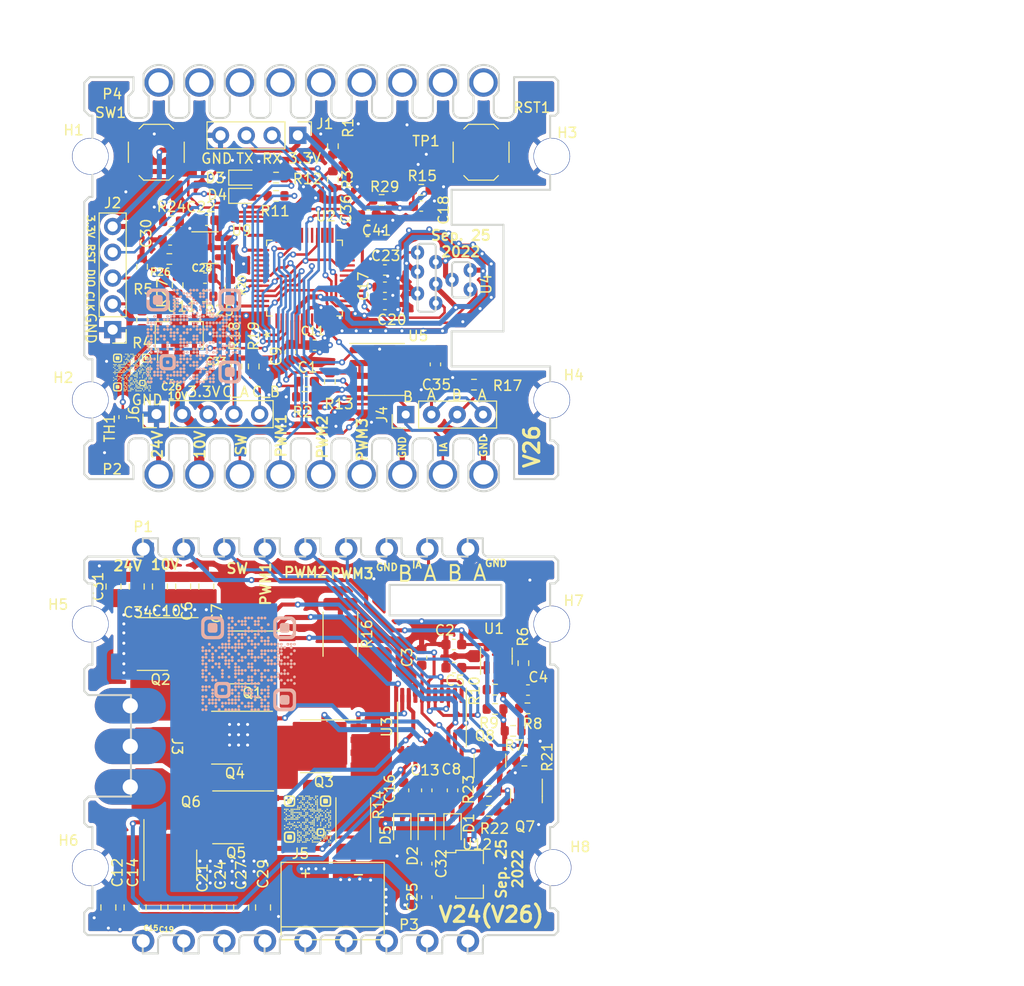
<source format=kicad_pcb>
(kicad_pcb (version 20211014) (generator pcbnew)
  (layers (0 "F.Cu" signal) (31 "B.Cu" signal) (34 "B.Paste" user) (35 "F.Paste" user) (36 "B.SilkS" user "B.Silkscreen") (37 "F.SilkS" user "F.Silkscreen") (38 "B.Mask" user) (39 "F.Mask" user) (44 "Edge.Cuts" user))
  (net 0 "")
  (net 1 "/IA_SENSE")
  (net 2 "GND")
  (net 3 "+10V")
  (net 4 "Net-(C4-Pad1)")
  (net 5 "Net-(C5-Pad1)")
  (net 6 "+24V")
  (net 7 "Net-(C8-Pad1)")
  (net 8 "Net-(C3-Pad1)")
  (net 9 "+3V3")
  (net 10 "Net-(C13-Pad1)")
  (net 11 "Net-(Q3-Pad4)")
  (net 12 "Net-(C16-Pad1)")
  (net 13 "Net-(Q5-Pad4)")
  (net 14 "/HALL1")
  (net 15 "/RESET")
  (net 16 "/PHASE1")
  (net 17 "/HALL2")
  (net 18 "/HALL3")
  (net 19 "/PHASE2")
  (net 20 "Net-(C28-Pad1)")
  (net 21 "/PHASE3")
  (net 22 "Net-(C30-Pad1)")
  (net 23 "/ENCODER_A")
  (net 24 "/ENCODER_B")
  (net 25 "Net-(Q1-Pad1)")
  (net 26 "/TEMPERATURE")
  (net 27 "Net-(Q1-Pad4)")
  (net 28 "Net-(D3-Pad2)")
  (net 29 "Net-(D4-Pad2)")
  (net 30 "/IA_B")
  (net 31 "/UART2 RX")
  (net 32 "/UART2 TX")
  (net 33 "/SWCLK")
  (net 34 "/SWDIO")
  (net 35 "/B")
  (net 36 "/A")
  (net 37 "Net-(Q2-Pad4)")
  (net 38 "/PWM1")
  (net 39 "/PWM2")
  (net 40 "/PWM3")
  (net 41 "Net-(Q4-Pad4)")
  (net 42 "/SWITCH_DISABLE")
  (net 43 "/IA")
  (net 44 "/SWITCH_DISABLE_B")
  (net 45 "/PWM1_B")
  (net 46 "/PWM2_B")
  (net 47 "/PWM3_B")
  (net 48 "/TOUCH")
  (net 49 "Net-(R1-Pad2)")
  (net 51 "/LED_RED")
  (net 52 "/LED_GREEN")
  (net 53 "/RS485_EN")
  (net 55 "Net-(R20-Pad1)")
  (net 56 "/OVER_VOLTAGE")
  (net 57 "/PWM4")
  (net 77 "/REF24")
  (net 80 "/RS485_D")
  (net 81 "/RS485_R")
  (net 95 "Net-(Q6-Pad4)")
  (net 96 "Net-(Q7-Pad3)")
  (net 97 "Net-(Q8-Pad1)")
  (footprint "Capacitor_SMD:C_0603_1608Metric" (layer "F.Cu") (at 158.946018 121.693178 90)
    (fp_text reference "C25")
    (fp_text value "100nF")
  )
  (footprint "Connector_PinHeader_2.54mm:PinHeader_1x05_P2.54mm_Vertical" (layer "F.Cu") (at 128 65.775 180)
    (fp_text reference "J2")
    (fp_text value "Programming")
  )
  (footprint "servo_motor:Mounting Hole 3.5mm" (layer "F.Cu") (at 171.265018 48.700167)
    (fp_text reference "H3")
    (fp_text value "MountingHole_Pad")
  )
  (footprint "servo_motor:Mounting Hole 3.5mm" (layer "F.Cu") (at 125.799018 94.782178)
    (fp_text reference "H5")
    (fp_text value "MountingHole_Pad")
  )
  (footprint "Resistor_SMD:R_0603_1608Metric" (layer "F.Cu") (at 144.1 52.6 180)
    (fp_text reference "R11")
    (fp_text value "470")
  )
  (footprint "Resistor_SMD:R_0603_1608Metric" (layer "F.Cu") (at 146.9 72.4 180)
    (fp_text reference "R2")
    (fp_text value "4.7K")
  )
  (footprint "Capacitor_SMD:C_0603_1608Metric" (layer "F.Cu") (at 153.2 54.5)
    (fp_text reference "C41")
    (fp_text value "1uF")
  )
  (footprint "Capacitor_SMD:C_0603_1608Metric" (layer "F.Cu") (at 137.1 60.7)
    (fp_text reference "C28")
    (fp_text value "100nF")
  )
  (footprint "Diode_SMD:D_SOD-323" (layer "F.Cu") (at 158.946018 114.975178 -90)
    (fp_text reference "D2")
    (fp_text value "1N4148WS")
  )
  (footprint "Capacitor_SMD:C_0603_1608Metric" (layer "F.Cu") (at 154.825 61.6)
    (fp_text reference "C17")
    (fp_text value "1nF")
  )
  (footprint "Diode_SMD:D_SOD-323" (layer "F.Cu") (at 161.486018 114.975178 -90)
    (fp_text reference "D1")
    (fp_text value "1N4148WS")
  )
  (footprint "Resistor_SMD:R_0603_1608Metric" (layer "F.Cu") (at 130.9 59.575 90)
    (fp_text reference "R5")
    (fp_text value "10K")
  )
  (footprint "Capacitor_SMD:C_0805_2012Metric" (layer "F.Cu") (at 137.229018 91.086178 90)
    (fp_text reference "C7")
    (fp_text value "10uF")
  )
  (footprint "Capacitor_SMD:C_0805_2012Metric" (layer "F.Cu") (at 136.340018 122.709178 -90)
    (fp_text reference "C21")
    (fp_text value "10uF")
  )
  (footprint "Capacitor_SMD:C_0603_1608Metric" (layer "F.Cu") (at 158.946018 118.391178 -90)
    (fp_text reference "C32")
    (fp_text value "1uF")
  )
  (footprint "Resistor_SMD:R_0603_1608Metric" (layer "F.Cu") (at 149.4 70.9 90)
    (fp_text reference "R13")
    (fp_text value "10K")
  )
  (footprint "Resistor_SMD:R_2512_6332Metric" (layer "F.Cu") (at 150.437018 95.785178 -90)
    (fp_text reference "R16")
    (fp_text value "25121WF100MT4E")
  )
  (footprint "Resistor_SMD:R_0402_1005Metric" (layer "F.Cu") (at 129 74.4 -90)
    (fp_text reference "TH1")
    (fp_text value "100k 1% NTC")
  )
  (footprint "Resistor_SMD:R_0603_1608Metric" (layer "F.Cu") (at 133.5868 58.8176 180)
    (fp_text reference "R26")
    (fp_text value "1K")
  )
  (footprint "Capacitor_SMD:C_0805_2012Metric" (layer "F.Cu") (at 132.022018 122.709178 -90)
    (fp_text reference "C15")
    (fp_text value "10uF")
  )
  (footprint "Capacitor_SMD:C_0603_1608Metric" (layer "F.Cu") (at 147.1 70.9)
    (fp_text reference "C1")
    (fp_text value "100pF")
  )
  (footprint "Diode_SMD:D_SOD-323" (layer "F.Cu") (at 156.533018 114.975178 -90)
    (fp_text reference "D5")
    (fp_text value "1N4148WS")
  )
  (footprint "Capacitor_SMD:C_0805_2012Metric" (layer "F.Cu") (at 134.943018 91.086178 90)
    (fp_text reference "C6")
    (fp_text value "10uF")
  )
  (footprint "Capacitor_SMD:C_0805_2012Metric" (layer "F.Cu") (at 130.371018 91.086178 90)
    (fp_text reference "C34")
    (fp_text value "10uF")
  )
  (footprint "servo_motor:hall_sensor_3" (layer "F.Cu") (at 162.284007 60.666828 180)
    (fp_text reference "U4")
    (fp_text value "Hall_Sensor*3")
    (fp_line (start 2.750005 3.349523) (end 3.950005 3.349523) (layer "Edge.Cuts") (width 0.2))
    (fp_line (start 4.250007 3.049521) (end 4.250007 -3.050479) (layer "Edge.Cuts") (width 0.2))
    (fp_line (start -0.949998 1.249525) (end -0.949998 -1.650477) (layer "Edge.Cuts") (width 0.2))
    (fp_line (start -0.649999 -1.950476) (end 0.550001 -1.950476) (layer "Edge.Cuts") (width 0.2))
    (fp_line (start 2.750005 -3.350481) (end 3.950005 -3.350481) (layer "Edge.Cuts") (width 0.2))
    (fp_line (start -0.649999 1.549524) (end 0.550001 1.549524) (layer "Edge.Cuts") (width 0.2))
    (fp_line (start 2.450005 3.049521) (end 2.450005 -3.050479) (layer "Edge.Cuts") (width 0.2))
    (fp_line (start 0.850001 1.249525) (end 0.850001 -1.650477) (layer "Edge.Cuts") (width 0.2))
    (fp_arc (start 3.950005 -3.350478) (mid 4.16213 -3.262604) (end 4.250004 -3.050479) (layer "Edge.Cuts") (width 0.2))
    (fp_arc (start 0.550001 -1.950476) (mid 0.762132 -1.862607) (end 0.850001 -1.650477) (layer "Edge.Cuts") (width 0.2))
    (fp_arc (start 2.750005 3.349521) (mid 2.537866 3.26166) (end 2.450005 3.049521) (layer "Edge.Cuts") (width 0.2))
    (fp_arc (start -0.949998 -1.650477) (mid -0.86213 -1.862608) (end -0.649999 -1.950476) (layer "Edge.Cuts") (width 0.2))
    (fp_arc (start -0.649999 1.549524) (mid -0.862131 1.461657) (end -0.949998 1.249525) (layer "Edge.Cuts") (width 0.2))
    (fp_arc (start 4.250004 3.049521) (mid 4.162136 3.261653) (end 3.950005 3.349521) (layer "Edge.Cuts") (width 0.2))
    (fp_arc (start 0.850001 1.249525) (mid 0.762133 1.461657) (end 0.550001 1.549524) (layer "Edge.Cuts") (width 0.2))
    (fp_arc (start 2.450005 -3.050479) (mid 2.537873 -3.26261) (end 2.750005 -3.350478) (layer "Edge.Cuts") (width 0.2))
  )
  (footprint "servo_motor:Mounting Hole 3.5mm" (layer "F.Cu") (at 125.799018 118.7822)
    (fp_text reference "H6")
    (fp_text value "MountingHole_Pad")
  )
  (footprint "Capacitor_SMD:C_0805_2012Metric" (layer "F.Cu") (at 134.181018 122.709178 -90)
    (fp_text reference "C19")
    (fp_text value "10uF")
  )
  (footprint "Resistor_SMD:R_2512_6332Metric" (layer "F.Cu") (at 151.707018 114.073178 90)
    (fp_text reference "R14")
    (fp_text value "25121WF100MT4E")
  )
  (footprint "Capacitor_SMD:C_0603_1608Metric" (layer "F.Cu") (at 133.8 70.2 180)
    (fp_text reference "C26")
    (fp_text value "1uF")
  )
  (footprint "Capacitor_SMD:C_0603_1608Metric" (layer "F.Cu") (at 161.486018 111.165178 90)
    (fp_text reference "C8")
    (fp_text value "100nF")
  )
  (footprint "Resistor_SMD:R_0603_1608Metric" (layer "F.Cu") (at 165.068018 111.237178)
    (fp_text reference "R23")
    (fp_text value "10K")
  )
  (footprint "servo_motor:CRTM025N03L" (layer "F.Cu") (at 140.047018 105.979178 180)
    (fp_text reference "Q4")
    (fp_text value "CRTM025N03L")
  )
  (footprint "Capacitor_SMD:C_0603_1608Metric" (layer "F.Cu") (at 147.9 67.3)
    (fp_text reference "C11")
    (fp_text value "4.7uF")
  )
  (footprint "Resistor_SMD:R_0603_1608Metric" (layer "F.Cu") (at 168.568018 108.237178)
    (fp_text reference "R21")
    (fp_text value "10K")
  )
  (footprint "Package_TO_SOT_SMD:SOT-89-3" (layer "F.Cu") (at 134.562 66.644 90)
    (fp_text reference "U11")
    (fp_text value "HT7533-1")
  )
  (footprint "servo_motor:CRTM025N03L" (layer "F.Cu") (at 148.810018 106.826178 180)
    (fp_text reference "Q3")
    (fp_text value "CRTM025N03L")
  )
  (footprint "Capacitor_SMD:C_0603_1608Metric" (layer "F.Cu") (at 161.613018 96.801178 180)
    (fp_text reference "C2")
    (fp_text value "1uF")
  )
  (footprint "Package_SO:TSSOP-20_4.4x6.5mm_P0.65mm" (layer "F.Cu") (at 159.454018 104.675178 -90)
    (fp_text reference "U3")
    (fp_text value "EG2133")
  )
  (footprint "Resistor_SMD:R_0603_1608Metric" (layer "F.Cu") (at 144.1 50.8 180)
    (fp_text reference "R12")
    (fp_text value "1.5K")
  )
  (footprint "Resistor_SMD:R_0603_1608Metric" (layer "F.Cu") (at 133.8 55.1)
    (fp_text reference "R24")
    (fp_text value "10K")
  )
  (footprint "servo_motor:MOTOR" (layer "F.Cu") (at 129.736018 106.834178 -90)
    (fp_text reference "J3")
    (fp_text value "Screw_Terminal_01x03")
  )
  (footprint "Capacitor_SMD:C_0603_1608Metric" (layer "F.Cu") (at 158.946018 111.165178 90)
    (fp_text reference "C13")
    (fp_text value "100nF")
  )
  (footprint "Resistor_SMD:R_0603_1608Metric" (layer "F.Cu") (at 165.677018 101.246178 180)
    (fp_text reference "R10")
    (fp_text value "10K")
  )
  (footprint "Resistor_SMD:R_0603_1608Metric" (layer "F.Cu") (at 139.6 61.7 -90)
    (fp_text reference "R20")
    (fp_text value "10K")
  )
  (footprint "Connector_PinHeader_2.54mm:PinHeader_1x05_P2.54mm_Vertical" (layer "F.Cu") (at 132.32 74.1 90)
    (fp_text reference "J6")
    (fp_text value "Encoder")
  )
  (footprint "servo_motor:board_to_board_male" (layer "F.Cu") (at 131.006018 87.403178)
    (fp_text reference "P1")
    (fp_text value "Board_to_Board_Connector")
  )
  (footprint "Package_TO_SOT_SMD:SOT-23" (layer "F.Cu") (at 165.168018 108.237178 90)
    (fp_text reference "Q8")
    (fp_text value "2N3906")
  )
  (footprint "Resistor_SMD:R_0603_1608Metric" (layer "F.Cu") (at 134.4 61.4 90)
    (fp_text reference "R27")
    (fp_text value "10K")
  )
  (footprint "Resistor_SMD:R_0603_1608Metric" (layer "F.Cu") (at 163.6 71.2)
    (fp_text reference "R17")
    (fp_text value "10K")
  )
  (footprint "Button_Switch_SMD:SW_SPST_TL3342" (layer "F.Cu") (at 132.3 48.3)
    (fp_text reference "SW1")
    (fp_text value "TS-1187A-B-A-B")
  )
  (footprint "Resistor_SMD:R_0603_1608Metric" (layer "F.Cu") (at 130.9 64.8 90)
    (fp_text reference "R4")
    (fp_text value "10K")
  )
  (footprint "Resistor_SMD:R_0603_1608Metric" (layer "F.Cu") (at 168.868018 103.087178 180)
    (fp_text reference "R8")
    (fp_text value "10K")
  )
  (footprint "Package_TO_SOT_SMD:SOT-23-5" (layer "F.Cu") (at 137.6 57.7)
    (fp_text reference "U9")
    (fp_text value "LM321")
  )
  (footprint "servo_motor:Mounting Hole 3.5mm" (layer "F.Cu") (at 171.265018 94.782178)
    (fp_text reference "H7")
    (fp_text value "MountingHole_Pad")
  )
  (footprint "Capacitor_SMD:C_0603_1608Metric" (layer "F.Cu") (at 137.3 55 180)
    (fp_text reference "C22")
    (fp_text value "1uF")
  )
  (footprint "Capacitor_SMD:C_0805_2012Metric" (layer "F.Cu") (at 132.657018 91.086178 90)
    (fp_text reference "C10")
    (fp_text value "10uF")
  )
  (footprint "servo_motor:CRTM025N03L" (layer "F.Cu") (at 133.681018 117.748178 -90)
    (fp_text reference "Q6")
    (fp_text value "CRTM025N03L")
  )
  (footprint "Resistor_SMD:R_0603_1608Metric" (layer "F.Cu") (at 165.068018 113.187178 180)
    (fp_text reference "R22")
    (fp_text value "10K")
  )
  (footprint "Resistor_SMD:R_0603_1608Metric" (layer "F.Cu") (at 149.7 51 -90)
    (fp_text reference "R3")
    (fp_text value "10M")
  )
  (footprint "servo_motor:board_to_board_male" (layer "F.Cu") (at 131.006018 126.011178)
    (fp_text reference "P3")
    (fp_text value "Board_to_Board_Connector")
  )
  (footprint "Capacitor_SMD:C_0603_1608Metric" (layer "F.Cu") (at 154.825 63.3)
    (fp_text reference "C20")
    (fp_text value "1nF")
  )
  (footprint "Resistor_SMD:R_0603_1608Metric" (layer "F.Cu") (at 141.9 69.4 -90)
    (fp_text reference "R19")
    (fp_text value "1.5K")
  )
  (footprint "Capacitor_SMD:C_0603_1608Metric" (layer "F.Cu") (at 159.8 69.2 90)
    (fp_text reference "C35")
    (fp_text value "100nF")
  )
  (footprint "servo_motor:CRTM025N03L" (layer "F.Cu") (at 140.158018 113.827178 180)
    (fp_text reference "Q5")
    (fp_text value "CRTM025N03L")
  )
  (footprint "Capacitor_SMD:C_0805_2012Metric" (layer "F.Cu") (at 127.577018 122.709178 -90)
    (fp_text reference "C12")
    (fp_text value "10uF")
  )
  (footprint "servo_motor:STM32G030C8T6" (layer "F.Cu") (at 146.9 60.7 90)
    (fp_text reference "U2")
    (fp_text value "STM32G030C8T6")
  )
  (footprint "LOGO" (layer "F.Cu") (at 129.9 70)
    (fp_text reference "G***")
    (fp_text value "LOGO" hide)
  )
  (footprint "Capacitor_SMD:C_0603_1608Metric" (layer "F.Cu") (at 153.1 56.1)
    (fp_text reference "C36")
    (fp_text value "100nF")
  )
  (footprint "servo_motor:Mounting Hole 3.5mm" (layer "F.Cu") (at 171.265018 72.700187)
    (fp_text reference "H4")
    (fp_text value "MountingHole_Pad")
  )
  (footprint "servo_motor:TestPoint 6mm" (layer "F.Cu") (at 154.3 48.6)
    (fp_text reference "TP1")
    (fp_text value "TestPoint")
  )
  (footprint "Resistor_SMD:R_0603_1608Metric" (layer "F.Cu") (at 137.1 62.5 180)
    (fp_text reference "R25")
    (fp_text value "10K")
  )
  (footprint "Capacitor_SMD:C_0603_1608Metric" (layer "F.Cu") (at 156.660018 111.165178 90)
    (fp_text reference "C16")
    (fp_text value "100nF")
  )
  (footprint "Resistor_SMD:R_0603_1608Metric" (layer "F.Cu") (at 168.468018 98.637178 90)
    (fp_text reference "R6")
    (fp_text value "33K")
  )
  (footprint "TerminalBlock:TerminalBlock_bornier-2_P5.08mm" (layer "F.Cu") (at 147.135018 122.074178)
    (fp_text reference "J5")
    (fp_text value "Power IN")
  )
  (footprint "Capacitor_SMD:C_0805_2012Metric" (layer "F.Cu") (at 140.658018 122.709178 -90)
    (fp_text reference "C27")
    (fp_text value "10uF")
  )
  (footprint "servo_motor:Mounting Hole 3.5mm" (layer "F.Cu") (at 125.799018 48.700167)
    (fp_text reference "H1")
    (fp_text value "MountingHole_Pad")
  )
  (footprint "Capacitor_SMD:C_0603_1608Metric" (layer "F.Cu") (at 158.438018 98.071178 90)
    (fp_text reference "C3")
    (fp_text value "4.7uF")
  )
  (footprint "Package_TO_SOT_SMD:SOT-23" (layer "F.Cu") (at 168.768018 111.737178 -90)
    (fp_text reference "Q7")
    (fp_text value "MMBT3904")
  )
  (footprint "Capacitor_SMD:C_0805_2012Metric" (layer "F.Cu") (at 129.863018 122.709178 -90)
    (fp_text reference "C14")
    (fp_text value "10uF")
  )
  (footprint "LOGO" (layer "F.Cu") (at 147.2 114)
    (fp_text reference "G***")
    (fp_text value "LOGO" hide)
  )
  (footprint "Capacitor_SMD:C_0805_2012Metric" (layer "F.Cu") (at 128.085018 91.086178 90)
    (fp_text reference "C31")
    (fp_text value "10uF")
  )
  (footprint "Capacitor_SMD:C_0603_1608Metric" (layer "F.Cu") (at 137.1 70.2)
    (fp_text reference "C33")
    (fp_text value "10uF")
  )
  (footprint "Resistor_SMD:R_0603_1608Metric" (layer "F.Cu") (at 158.4 52)
    (fp_text reference "R15")
    (fp_text value "10K")
  )
  (footprint "Capacitor_SMD:C_0603_1608Metric" (layer "F.Cu") (at 158.4 53.6)
    (fp_text reference "C18")
    (fp_text value "100nF")
  )
  (footprint "Resistor_SMD:R_0603_1608Metric" (layer "F.Cu") (at 140.2 69.4 -90)
    (fp_text reference "R18")
    (fp_text value "1.5K")
  )
  (footprint "Package_TO_SOT_SMD:SOT-23-5" (layer "F.Cu") (at 165.804018 97.944178 90)
    (fp_text reference "U1")
    (fp_text value "LM321")
  )
  (footprint "servo_motor:CRTM025N03L" (layer "F.Cu") (at 141.777018 98.071178 180)
    (fp_text reference "Q1")
    (fp_text value "CRTM025N03L")
  )
  (footprint "Button_Switch_SMD:SW_SPST_TL3342" (layer "F.Cu") (at 164.3 48.3 180)
    (fp_text reference "RST1")
    (fp_text value "TS-1187A-B-A-B")
  )
  (footprint "Resistor_SMD:R_0603_1608Metric" (layer "F.Cu") (at 154.5 53)
    (fp_text reference "R29")
    (fp_text value "4.7K")
  )
  (footprint "Capacitor_SMD:C_0603_1608Metric" (layer "F.Cu") (at 145.5 68 -90)
    (fp_text reference "C9")
    (fp_text value "100nF")
  )
  (footprint "Capacitor_SMD:C_0603_1608Metric" (layer "F.Cu") (at 168.918018 101.287178)
    (fp_text reference "C4")
    (fp_text value "NC")
  )
  (footprint "Package_SO:SOIC-8_3.9x4.9mm_P1.27mm" (layer "F.Cu") (at 154.8 69.7)
    (fp_text reference "U5")
    (fp_text value "SN75176BDR")
  )
  (footprint "Package_TO_SOT_SMD:SOT-89-3" (layer "F.Cu") (at 162.868018 119.437178)
    (fp_text reference "U12")
    (fp_text value "L78L10_SOT89")
  )
  (footprint "Capacitor_SMD:C_0805_2012Metric" (layer "F.Cu") (at 138.499018 122.709178 -90)
    (fp_text reference "C24")
    (fp_text value "10uF")
  )
  (footprint "servo_motor:CRTM025N03L" (layer "F.Cu") (at 132.719018 96.751178 180)
    (fp_text reference "Q2")
    (fp_text value "CRTM025N03L")
  )
  (footprint "LED_SMD:LED_0603_1608Metric" (layer "F.Cu") (at 140.925 50.8)
    (fp_text reference "D3")
    (fp_text value "KT-0603R")
  )
  (footprint "Connector_PinHeader_2.54mm:PinHeader_1x04_P2.54mm_Vertical" (layer "F.Cu") (at 156.873218 74.144378 90)
    (fp_text reference "J4")
    (fp_text value "RS485")
  )
  (footprint "Capacitor_SMD:C_0603_1608Metric" (layer "F.Cu") (at 161.613018 99.087178 180)
    (fp_text reference "C5")
    (fp_text value "100pF")
  )
  (footprint "Resistor_SMD:R_0603_1608Metric" (layer "F.Cu") (at 167.455018 105.310178 180)
    (fp_text reference "R7")
    (fp_text value "680K")
  )
  (footprint "servo_motor:Mounting Hole 3.5mm" (layer "F.Cu") (at 125.799018 72.700187)
    (fp_text reference "H2")
    (fp_text value "MountingHole_Pad")
  )
  (footprint "Connector_PinHeader_2.54mm:PinHeader_1x04_P2.54mm_Vertical" (layer "F.Cu") (at 146.246018 46.636178 -90)
    (fp_text reference "J1")
    (fp_text value "Serial Port")
  )
  (footprint "Capacitor_SMD:C_0603_1608Metric" (layer "F.Cu") (at 154.825 59.9)
    (fp_text reference "C23")
    (fp_text value "1nF")
  )
  (footprint "Capacitor_SMD:C_0603_1608Metric" (layer "F.Cu") (at 133.663 56.938 180)
    (fp_text reference "C30")
    (fp_text value "100pF")
  )
  (footprint "Resistor_SMD:R_0603_1608Metric" (layer "F.Cu") (at 149.7 47.7 90)
    (fp_text reference "R1")
    (fp_text value "1M")
  )
  (footprint "servo_motor:board_to_board_female" (layer "F.Cu") (at 132.532018 80.037178)
    (fp_text reference "P2")
    (fp_text value "Board_to_Board_Connector")
  )
  (footprint "Capacitor_SMD:C_0805_2012Metric" (layer "F.Cu") (at 142.817018 122.709178 -90)
    (fp_text reference "C29")
    (fp_text value "10uF")
  )
  (footprint "servo_motor:Mounting Hole 3.5mm" (layer "F.Cu") (at 171.392018 118.7822)
    (fp_text reference "H8")
    (fp_text value "MountingHole_Pad")
  )
  (footprint "servo_motor:board_to_board_female" (layer "F.Cu") (at 132.532018 41.429178)
    (fp_text reference "P4")
    (fp_text value "Board_to_Board_Connector")
  )
  (footprint "Resistor_SMD:R_0603_1608Metric" (layer "F.Cu") (at 165.677018 103.151178)
    (fp_text reference "R9")
    (fp_text value "300K")
  )
  (footprint "LED_SMD:LED_0603_1608Metric" (layer "F.Cu") (at 140.925 52.6)
    (fp_text reference "D4")
    (fp_text value "19-217/GHC-YR1S2/3T")
  )
  (footprint "LOGO" (layer "B.Cu") (at 136 66.4 180)
    (fp_text reference "G***")
    (fp_text value "LOGO" hide)
  )
  (footprint "LOGO" (layer "B.Cu") (at 141.4 98.7 180)
    (fp_text reference "G***")
    (fp_text value "LOGO" hide)
  )
  (gr_line (start 147.97001 127.232201) (end 148.470011 127.232201) (layer "Edge.Cuts") (width 0.2))
  (gr_line (start 131.550002 78.625413) (end 131.550002 77.180186) (layer "Edge.Cuts") (width 0.2))
  (gr_line (start 171.524807 98.782185) (end 171.900023 99.157401) (layer "Edge.Cuts") (width 0.2))
  (gr_line (start 126 52.700171) (end 126 44.700167) (layer "Edge.Cuts") (width 0.2))
  (gr_line (start 139.970006 127.232201) (end 140.470007 127.232201) (layer "Edge.Cuts") (width 0.2))
  (gr_line (start 171.529389 40.900167) (end 171.900026 41.270804) (layer "Edge.Cuts") (width 0.2))
  (gr_arc (start 143.550011 44.220168) (mid 143.344985 44.715143) (end 142.85001 44.920169) (layer "Edge.Cuts") (width 0.2))
  (gr_arc (start 146.850012 76.480185) (mid 147.344988 76.68521) (end 147.550013 77.180186) (layer "Edge.Cuts") (width 0.2))
  (gr_arc (start 142.050009 80.800189) (mid 140.550007 81.70019) (end 139.050005 80.800189) (layer "Edge.Cuts") (width 0.2))
  (gr_arc (start 147.550013 44.220168) (mid 147.344987 44.715143) (end 146.850012 44.920169) (layer "Edge.Cuts") (width 0.2))
  (gr_line (start 142.970007 88.132178) (end 142.970007 86.332179) (layer "Edge.Cuts") (width 0.2))
  (gr_line (start 130.970001 127.232201) (end 131.970001 127.232201) (layer "Edge.Cuts") (width 0.2))
  (gr_line (start 159.050018 42.200167) (end 159.050018 40.600165) (layer "Edge.Cuts") (width 0.2))
  (gr_line (start 146.250011 44.920169) (end 146.850012 44.920169) (layer "Edge.Cuts") (width 0.2))
  (gr_line (start 143.970008 127.232201) (end 144.470009 127.232201) (layer "Edge.Cuts") (width 0.2))
  (gr_arc (start 149.550012 77.180186) (mid 149.755037 76.68521) (end 150.250013 76.480185) (layer "Edge.Cuts") (width 0.2))
  (gr_line (start 154.970014 127.232201) (end 154.970014 125.4322) (layer "Edge.Cuts") (width 0.2))
  (gr_line (start 154.050016 42.200167) (end 154.050016 40.600165) (layer "Edge.Cuts") (width 0.2))
  (gr_line (start 156.970015 88.132178) (end 158.970016 88.132178) (layer "Edge.Cuts") (width 0.2))
  (gr_line (start 150.970012 88.132178) (end 150.970012 86.332179) (layer "Edge.Cuts") (width 0.2))
  (gr_line (start 134.250004 44.920169) (end 134.850006 44.920169) (layer "Edge.Cuts") (width 0.2))
  (gr_line (start 147.550011 78.625413) (end 147.550011 77.180186) (layer "Edge.Cuts") (width 0.2))
  (gr_line (start 126 52.700171) (end 125.679981 52.700171) (layer "Edge.Cuts") (width 0.2))
  (gr_arc (start 142.050009 42.200167) (mid 141.832619 42.515922) (end 141.550007 42.774941) (layer "Edge.Cuts") (width 0.2))
  (gr_line (start 152.470014 87.632179) (end 152.470014 86.332179) (layer "Edge.Cuts") (width 0.2))
  (gr_line (start 158.970016 127.232201) (end 159.970016 127.232201) (layer "Edge.Cuts") (width 0.2))
  (gr_arc (start 134.250004 44.920169) (mid 133.755029 44.715143) (end 133.550003 44.220168) (layer "Edge.Cuts") (width 0.2))
  (gr_arc (start 148.97001 88.132181) (mid 148.616456 87.985733) (end 148.470009 87.632179) (layer "Edge.Cuts") (width 0.2))
  (gr_line (start 138.970005 127.232201) (end 139.970006 127.232201) (layer "Edge.Cuts") (width 0.2))
  (gr_arc (start 157.550016 77.180186) (mid 157.755042 76.685211) (end 158.250017 76.480185) (layer "Edge.Cuts") (width 0.2))
  (gr_line (start 139.050007 42.200167) (end 139.050007 40.600165) (layer "Edge.Cuts") (width 0.2))
  (gr_line (start 137.550005 78.625413) (end 137.550005 77.180186) (layer "Edge.Cuts") (width 0.2))
  (gr_line (start 143.550009 78.625413) (end 143.550009 77.180186) (layer "Edge.Cuts") (width 0.2))
  (gr_arc (start 159.55002 44.220168) (mid 159.344994 44.715143) (end 158.850019 44.920169) (layer "Edge.Cuts") (width 0.2))
  (gr_arc (start 147.050009 40.600165) (mid 148.550011 39.700164) (end 150.050013 40.600165) (layer "Edge.Cuts") (width 0.2))
  (gr_line (start 125.199997 101.387574) (end 125.199997 99.209971) (layer "Edge.Cuts") (width 0.2))
  (gr_line (start 146.970009 127.232201) (end 146.970009 125.4322) (layer "Edge.Cuts") (width 0.2))
  (gr_arc (start 145.55001 77.180186) (mid 145.755035 76.68521) (end 146.250011 76.480185) (layer "Edge.Cuts") (width 0.2))
  (gr_arc (start 161.550018 78.625413) (mid 161.83263 78.884431) (end 162.05002 79.200187) (layer "Edge.Cuts") (width 0.2))
  (gr_line (start 151.050014 80.800189) (end 151.050014 79.200187) (layer "Edge.Cuts") (width 0.2))
  (gr_arc (start 139.550009 44.220168) (mid 139.344983 44.715143) (end 138.850008 44.920169) (layer "Edge.Cuts") (width 0.2))
  (gr_line (start 141.550007 44.220168) (end 141.550007 42.774941) (layer "Edge.Cuts") (width 0.2))
  (gr_line (start 162.970018 88.132178) (end 162.970018 86.332179) (layer "Edge.Cuts") (width 0.2))
  (gr_line (start 134.970003 88.132178) (end 134.970003 86.332179) (layer "Edge.Cuts") (width 0.2))
  (gr_line (start 125.521023 125.4322) (end 130.970001 125.4322) (layer "Edge.Cuts") (width 0.2))
  (gr_line (start 171.594857 44.700167) (end 171.900026 44.394999) (layer "Edge.Cuts") (width 0.2))
  (gr_line (start 166.500018 55.450001) (end 166.500018 65.950005) (layer "Edge.Cuts") (width 0.2))
  (gr_arc (start 165.55002 78.625413) (mid 165.832632 78.884431) (end 166.050022 79.200187) (layer "Edge.Cuts") (width 0.2))
  (gr_line (start 156.470016 87.632179) (end 156.470016 86.332179) (layer "Edge.Cuts") (width 0.2))
  (gr_line (start 147.050012 42.200167) (end 147.050012 40.600165) (layer "Edge.Cuts") (width 0.2))
  (gr_line (start 162.250019 76.480185) (end 162.850021 76.480185) (layer "Edge.Cuts") (width 0.2))
  (gr_line (start 130.050003 80.500187) (end 130.050003 79.200187) (layer "Edge.Cuts") (width 0.2))
  (gr_line (start 126 76.700184) (end 126 68.70018) (layer "Edge.Cuts") (width 0.2))
  (gr_arc (start 131.050001 79.200187) (mid 131.26739 78.884431) (end 131.550002 78.625413) (layer "Edge.Cuts") (width 0.2))
  (gr_line (start 163.05002 80.800189) (end 163.05002 79.200187) (layer "Edge.Cuts") (width 0.2))
  (gr_line (start 165.55002 44.220168) (end 165.55002 42.774941) (layer "Edge.Cuts") (width 0.2))
  (gr_line (start 147.050012 80.800189) (end 147.050012 79.200187) (layer "Edge.Cuts") (width 0.2))
  (gr_line (start 166.050022 42.200167) (end 166.050022 40.600165) (layer "Edge.Cuts") (width 0.2))
  (gr_line (start 171.492 88.132178) (end 171.900023 88.540201) (layer "Edge.Cuts") (width 0.2))
  (gr_line (start 171.900026 44.394999) (end 171.900026 41.270804) (layer "Edge.Cuts") (width 0.2))
  (gr_line (start 135.970003 86.332179) (end 136.470005 86.332179) (layer "Edge.Cuts") (width 0.2))
  (gr_line (start 125.632577 111.782192) (end 129.800001 111.782192) (layer "Edge.Cuts") (width 0.2))
  (gr_arc (start 161.550018 77.180186) (mid 161.755044 76.685211) (end 162.250019 76.480185) (layer "Edge.Cuts") (width 0.2))
  (gr_line (start 132.470003 127.232201) (end 132.470003 125.932199) (layer "Edge.Cuts") (width 0.2))
  (gr_line (start 135.050005 80.800189) (end 135.050005 79.200187) (layer "Edge.Cuts") (width 0.2))
  (gr_line (start 171.100025 76.700184) (end 171.439206 76.700184) (layer "Edge.Cuts") (width 0.2))
  (gr_line (start 171.100025 122.782198) (end 171.100025 114.782193) (layer "Edge.Cuts") (width 0.2))
  (gr_line (start 150.050013 42.200167) (end 150.050013 40.600165) (layer "Edge.Cuts") (width 0.2))
  (gr_line (start 171.100025 114.782193) (end 171.388231 114.782193) (layer "Edge.Cuts") (width 0.2))
  (gr_line (start 148.97001 125.4322) (end 150.970012 125.4322) (layer "Edge.Cuts") (width 0.2))
  (gr_line (start 146.970009 88.132178) (end 146.970009 86.332179) (layer "Edge.Cuts") (width 0.2))
  (gr_line (start 152.470014 127.232201) (end 152.470014 125.932199) (layer "Edge.Cuts") (width 0.2))
  (gr_line (start 137.550005 44.220168) (end 137.550005 42.774941) (layer "Edge.Cuts") (width 0.2))
  (gr_line (start 125.627784 98.782185) (end 125.999998 98.782185) (layer "Edge.Cuts") (width 0.2))
  (gr_line (start 158.250017 76.480185) (end 158.850019 76.480185) (layer "Edge.Cuts") (width 0.2))
  (gr_arc (start 135.550004 42.774941) (mid 135.267393 42.515922) (end 135.050003 42.200167) (layer "Edge.Cuts") (width 0.2))
  (gr_arc (start 162.850021 76.480185) (mid 163.344996 76.685211) (end 163.550022 77.180186) (layer "Edge.Cuts") (width 0.2))
  (gr_line (start 142.250009 76.480185) (end 142.85001 76.480185) (layer "Edge.Cuts") (width 0.2))
  (gr_line (start 167.550022 44.220168) (end 167.550022 40.900167) (layer "Edge.Cuts") (width 0.2))
  (gr_arc (start 130.850003 76.480185) (mid 131.344979 76.68521) (end 131.550005 77.180186) (layer "Edge.Cuts") (width 0.2))
  (gr_arc (start 159.550017 42.774941) (mid 159.267406 42.515922) (end 159.050016 42.200167) (layer "Edge.Cuts") (width 0.2))
  (gr_line (start 166.050022 80.800189) (end 166.050022 79.200187) (layer "Edge.Cuts") (width 0.2))
  (gr_line (start 136.470005 127.232201) (end 136.470005 125.932199) (layer "Edge.Cuts") (width 0.2))
  (gr_line (start 157.550016 44.220168) (end 157.550016 42.774941) (layer "Edge.Cuts") (width 0.2))
  (gr_line (start 129.550001 44.220168) (end 129.550001 42.774941) (layer "Edge.Cuts") (width 0.2))
  (gr_line (start 125.2 44.186777) (end 125.713389 44.700167) (layer "Edge.Cuts") (width 0.2))
  (gr_line (start 146.970009 86.332179) (end 147.97001 86.332179) (layer "Edge.Cuts") (width 0.2))
  (gr_line (start 171.100025 98.782185) (end 171.100025 90.78218) (layer "Edge.Cuts") (width 0.2))
  (gr_line (start 154.250015 44.920169) (end 154.850016 44.920169) (layer "Edge.Cuts") (width 0.2))
  (gr_line (start 147.550011 44.220168) (end 147.550011 42.774941) (layer "Edge.Cuts") (width 0.2))
  (gr_line (start 171.900023 114.270401) (end 171.900023 99.157401) (layer "Edge.Cuts") (width 0.2))
  (gr_line (start 142.970007 127.232201) (end 143.970008 127.232201) (layer "Edge.Cuts") (width 0.2))
  (gr_line (start 154.970014 88.132178) (end 154.970014 86.332179) (layer "Edge.Cuts") (width 0.2))
  (gr_line (start 154.970014 127.232201) (end 155.970014 127.232201) (layer "Edge.Cuts") (width 0.2))
  (gr_line (start 158.050018 42.200167) (end 158.050018 40.600165) (layer "Edge.Cuts") (width 0.2))
  (gr_line (start 162.970018 127.232201) (end 162.970018 125.4322) (layer "Edge.Cuts") (width 0.2))
  (gr_line (start 164.47002 87.632179) (end 164.47002 86.332179) (layer "Edge.Cuts") (width 0.2))
  (gr_line (start 159.550017 78.625413) (end 159.550017 77.180186) (layer "Edge.Cuts") (width 0.2))
  (gr_line (start 166.290514 93.930736) (end 166.290514 90.930737) (layer "Edge.Cuts") (width 0.2))
  (gr_line (start 150.250013 44.920169) (end 150.850014 44.920169) (layer "Edge.Cuts") (width 0.2))
  (gr_line (start 152.970013 88.132178) (end 154.970014 88.132178) (layer "Edge.Cuts") (width 0.2))
  (gr_arc (start 151.050011 40.600165) (mid 152.550013 39.700163) (end 154.050016 40.600165) (layer "Edge.Cuts") (width 0.2))
  (gr_line (start 155.550015 44.220168) (end 155.550015 42.774941) (layer "Edge.Cuts") (width 0.2))
  (gr_line (start 139.550006 44.220168) (end 139.550006 42.774941) (layer "Edge.Cuts") (width 0.2))
  (gr_line (start 150.050013 80.800189) (end 150.050013 79.200187) (layer "Edge.Cuts") (width 0.2))
  (gr_line (start 143.05001 80.800189) (end 143.05001 79.200187) (layer "Edge.Cuts") (width 0.2))
  (gr_line (start 171.900023 90.441945) (end 171.900023 88.540201) (layer "Edge.Cuts") (width 0.2))
  (gr_line (start 126 68.70018) (end 125.581632 68.70018) (layer "Edge.Cuts") (width 0.2))
  (gr_line (start 134.250004 76.480185) (end 134.850006 76.480185) (layer "Edge.Cuts") (width 0.2))
  (gr_line (start 148.97001 88.132178) (end 150.970012 88.132178) (layer "Edge.Cuts") (width 0.2))
  (gr_line (start 125.713389 44.700167) (end 126 44.700167) (layer "Edge.Cuts") (width 0.2))
  (gr_line (start 130.250002 76.480185) (end 130.850003 76.480185) (layer "Edge.Cuts") (width 0.2))
  (gr_line (start 131.050003 80.800189) (end 131.050003 79.200187) (layer "Edge.Cuts") (width 0.2))
  (gr_line (start 171.100025 90.78218) (end 171.559787 90.78218) (layer "Edge.Cuts") (width 0.2))
  (gr_line (start 140.970006 88.132178) (end 142.970007 88.132178) (layer "Edge.Cuts") (width 0.2))
  (gr_line (start 125.199997 90.414774) (end 125.199997 88.516571) (layer "Edge.Cuts") (width 0.2))
  (gr_line (start 125.630771 122.782198) (end 125.999998 122.782198) (layer "Edge.Cuts") (width 0.2))
  (gr_arc (start 151.550015 44.220168) (mid 151.344989 44.715143) (end 150.850014 44.920169) (layer "Edge.Cuts") (width 0.2))
  (gr_line (start 140.970006 125.4322) (end 142.970007 125.4322) (layer "Edge.Cuts") (width 0.2))
  (gr_line (start 125.199997 114.392374) (end 125.199997 112.214771) (layer "Edge.Cuts") (width 0.2))
  (gr_arc (start 155.550018 44.220168) (mid 155.344992 44.715143) (end 154.850016 44.920169) (layer "Edge.Cuts") (width 0.2))
  (gr_line (start 125.199997 88.516571) (end 125.58439 88.132178) (layer "Edge.Cuts") (width 0.2))
  (gr_line (start 162.05002 80.800189) (end 162.05002 79.200187) (layer "Edge.Cuts") (width 0.2))
  (gr_line (start 144.470009 127.232201) (end 144.470009 125.932199) (layer "Edge.Cuts") (width 0.2))
  (gr_arc (start 134.050005 80.800189) (mid 132.550003 81.70019) (end 131.050001 80.800189) (layer "Edge.Cuts") (width 0.2))
  (gr_line (start 143.970008 86.332179) (end 144.470009 86.332179) (layer "Edge.Cuts") (width 0.2))
  (gr_arc (start 135.050003 40.600165) (mid 136.550005 39.700164) (end 138.050007 40.600165) (layer "Edge.Cuts") (width 0.2))
  (gr_arc (start 156.470013 125.932199) (mid 156.61646 125.578644) (end 156.970015 125.432197) (layer "Edge.Cuts") (width 0.2))
  (gr_line (start 161.550018 78.625413) (end 161.550018 77.180186) (layer "Edge.Cuts") (width 0.2))
  (gr_line (start 138.970005 88.132178) (end 138.970005 86.332179) (layer "Edge.Cuts") (width 0.2))
  (gr_arc (start 147.550011 42.774941) (mid 147.267399 42.515922) (end 147.050009 42.200167) (layer "Edge.Cuts") (width 0.2))
  (gr_line (start 167.550022 80.500187) (end 167.550022 77.180186) (layer "Edge.Cuts") (width 0.2))
  (gr_line (start 160.970017 125.4322) (end 162.970018 125.4322) (layer "Edge.Cuts") (width 0.2))
  (gr_line (start 171.52182 122.782198) (end 171.900023 123.160401) (layer "Edge.Cuts") (width 0.2))
  (gr_line (start 158.050018 80.800189) (end 158.050018 79.200187) (layer "Edge.Cuts") (width 0.2))
  (gr_line (start 153.550014 44.220168) (end 153.550014 42.774941) (layer "Edge.Cuts") (width 0.2))
  (gr_line (start 125.2 77.194824) (end 125.694639 76.700184) (layer "Edge.Cuts") (width 0.2))
  (gr_line (start 162.970018 86.332179) (end 163.970019 86.332179) (layer "Edge.Cuts") (width 0.2))
  (gr_line (start 145.55001 78.625413) (end 145.55001 77.180186) (layer "Edge.Cuts") (width 0.2))
  (gr_line (start 163.970019 86.332179) (end 164.47002 86.332179) (layer "Edge.Cuts") (width 0.2))
  (gr_line (start 132.970002 125.4322) (end 134.970003 125.4322) (layer "Edge.Cuts") (width 0.2))
  (gr_arc (start 134.050005 42.200167) (mid 133.832615 42.515922) (end 133.550003 42.774941) (layer "Edge.Cuts") (width 0.2))
  (gr_arc (start 159.050016 40.600165) (mid 160.550018 39.700164) (end 162.05002 40.600165) (layer "Edge.Cuts") (width 0.2))
  (gr_line (start 125.199997 125.111174) (end 125.199997 123.212971) (layer "Edge.Cuts") (width 0.2))
  (gr_line (start 133.550003 78.625413) (end 133.550003 77.180186) (layer "Edge.Cuts") (width 0.2))
  (gr_line (start 125.750202 40.900167) (end 130.050003 40.900167) (layer "Edge.Cuts") (width 0.2))
  (gr_arc (start 143.050007 79.200187) (mid 143.267397 78.884431) (end 143.550009 78.625413) (layer "Edge.Cuts") (width 0.2))
  (gr_line (start 125.199997 112.214771) (end 125.632577 111.782192) (layer "Edge.Cuts") (width 0.2))
  (gr_line (start 139.970006 86.332179) (end 140.470007 86.332179) (layer "Edge.Cuts") (width 0.2))
  (gr_line (start 125.581632 68.70018) (end 125.199999 68.318547) (layer "Edge.Cuts") (width 0.2))
  (gr_line (start 125.999998 122.782198) (end 125.999998 114.782193) (layer "Edge.Cuts") (width 0.2))
  (gr_line (start 129.800001 111.782192) (end 129.800001 101.782186) (layer "Edge.Cuts") (width 0.2))
  (gr_line (start 171.100025 52) (end 171.100025 44.700167) (layer "Edge.Cuts") (width 0.2))
  (gr_line (start 125.589816 114.782193) (end 125.999998 114.782193) (layer "Edge.Cuts") (width 0.2))
  (gr_line (start 132.470003 87.632179) (end 132.470003 86.332179) (layer "Edge.Cuts") (width 0.2))
  (gr_line (start 131.970001 127.232201) (end 132.470003 127.232201) (layer "Edge.Cuts") (width 0.2))
  (gr_line (start 136.470005 87.632179) (end 136.470005 86.332179) (layer "Edge.Cuts") (width 0.2))
  (gr_line (start 125.677408 80.500187) (end 130.050003 80.500187) (layer "Edge.Cuts") (width 0.2))
  (gr_line (start 141.550007 78.625413) (end 141.550007 77.180186) (layer "Edge.Cuts") (width 0.2))
  (gr_arc (start 137.550005 77.180186) (mid 137.755031 76.685211) (end 138.250006 76.480185) (layer "Edge.Cuts") (width 0.2))
  (gr_line (start 159.050018 80.800189) (end 159.050018 79.200187) (layer "Edge.Cuts") (width 0.2))
  (gr_line (start 136.970004 88.132178) (end 138.970005 88.132178) (layer "Edge.Cuts") (width 0.2))
  (gr_arc (start 158.850019 76.480185) (mid 159.344994 76.685211) (end 159.55002 77.180186) (layer "Edge.Cuts") (width 0.2))
  (gr_line (start 150.250013 76.480185) (end 150.850014 76.480185) (layer "Edge.Cuts") (width 0.2))
  (gr_line (start 139.550006 78.625413) (end 139.550006 77.180186) (layer "Edge.Cuts") (width 0.2))
  (gr_line (start 138.050007 42.200167) (end 138.050007 40.600165) (layer "Edge.Cuts") (width 0.2))
  (gr_arc (start 151.050011 79.200187) (mid 151.267401 78.884431) (end 151.550013 78.625413) (layer "Edge.Cuts") (width 0.2))
  (gr_line (start 132.970002 88.132178) (end 134.970003 88.132178) (layer "Edge.Cuts") (width 0.2))
  (gr_line (start 149.550012 44.220168) (end 149.550012 42.774941) (layer "Edge.Cuts") (width 0.2))
  (gr_line (start 129.550001 78.625413) (end 129.550001 77.180186) (layer "Edge.Cuts") (width 0.2))
  (gr_line (start 136.970004 125.4322) (end 138.970005 125.4322) (layer "Edge.Cuts") (width 0.2))
  (gr_arc (start 162.05002 42.200167) (mid 161.83263 42.515922) (end 161.550018 42.774941) (layer "Edge.Cuts") (width 0.2))
  (gr_arc (start 130.250002 44.920169) (mid 129.755027 44.715143) (end 129.550001 44.220168) (layer "Edge.Cuts") (width 0.2))
  (gr_arc (start 136.470002 125.932199) (mid 136.616449 125.578644) (end 136.970004 125.432197) (layer "Edge.Cuts") (width 0.2))
  (gr_arc (start 164.470018 125.932199) (mid 164.616465 125.578644) (end 164.970019 125.432197) (layer "Edge.Cuts") (width 0.2))
  (gr_arc (start 144.470007 125.932199) (mid 144.616454 125.578644) (end 144.970008 125.432197) (layer "Edge.Cuts") (width 0.2))
  (gr_arc (start 166.850023 76.480185) (mid 167.344998 76.685211) (end 167.550024 77.180186) (layer "Edge.Cuts") (width 0.2))
  (gr_line (start 171.900026 80.107399) (end 171.900026 77.161004) (layer "Edge.Cuts") (width 0.2))
  (gr_line (start 157.550016 78.625413) (end 157.550016 77.180186) (layer "Edge.Cuts") (width 0.2))
  (gr_line (start 158.250017 44.920169) (end 158.850019 44.920169) (layer "Edge.Cuts") (width 0.2))
  (gr_line (start 164.970019 125.4322) (end 171.529968 125.4322) (layer "Edge.Cuts") (width 0.2))
  (gr_arc (start 149.550012 78.625413) (mid 149.832624 78.884431) (end 150.050013 79.200187) (layer "Edge.Cuts") (width 0.2))
  (gr_arc (start 138.050007 42.200167) (mid 137.832617 42.515922) (end 137.550005 42.774941) (layer "Edge.Cuts") (width 0.2))
  (gr_line (start 125.567403 90.78218) (end 125.999998 90.78218) (layer "Edge.Cuts") (width 0.2))
  (gr_line (start 131.970001 86.332179) (end 132.470003 86.332179) (layer "Edge.Cuts") (width 0.2))
  (gr_line (start 130.970001 127.232201) (end 130.970001 125.4322) (layer "Edge.Cuts") (width 0.2))
  (gr_line (start 143.05001 42.200167) (end 143.05001 40.600165) (layer "Edge.Cuts") (width 0.2))
  (gr_line (start 135.970003 127.232201) (end 136.470005 127.232201) (layer "Edge.Cuts") (width 0.2))
  (gr_arc (start 166.250022 44.920169) (mid 165.755046 44.715143) (end 165.55002 44.220168) (layer "Edge.Cuts") (width 0.2))
  (gr_arc (start 148.470009 125.932199) (mid 148.616456 125.578644) (end 148.97001 125.432197) (layer "Edge.Cuts") (width 0.2))
  (gr_arc (start 143.550009 42.774941) (mid 143.267397 42.515922) (end 143.050007 42.200167) (layer "Edge.Cuts") (width 0.2))
  (gr_arc (start 139.050005 79.200187) (mid 139.267395 78.884431) (end 139.550006 78.625413) (layer "Edge.Cuts") (width 0.2))
  (gr_line (start 148.470011 127.232201) (end 148.470011 125.932199) (layer "Edge.Cuts") (width 0.2))
  (gr_arc (start 131.050001 40.600165) (mid 132.550003 39.700164) (end 134.050005 40.600165) (layer "Edge.Cuts") (width 0.2))
  (gr_arc (start 146.050011 42.200167) (mid 145.832621 42.515922) (end 145.55001 42.774941) (layer "Edge.Cuts") (width 0.2))
  (gr_arc (start 158.050018 42.200167) (mid 157.832628 42.515922) (end 157.550016 42.774941) (layer "Edge.Cuts") (width 0.2))
  (gr_line (start 151.970012 127.232201) (end 152.470014 127.232201) (layer "Edge.Cuts") (width 0.2))
  (gr_line (start 171.100025 69.400006) (end 161.400019 69.400006) (layer "Edge.Cuts") (width 0.2))
  (gr_arc (start 144.970008 88.132181) (mid 144.616454 87.985733) (end 144.470007 87.632179) (layer "Edge.Cuts") (width 0.2))
  (gr_line (start 140.470007 87.632179) (end 140.470007 86.332179) (layer "Edge.Cuts") (width 0.2))
  (gr_arc (start 143.050007 40.600165) (mid 144.550009 39.700164) (end 146.050011 40.600165) (layer "Edge.Cuts") (width 0.2))
  (gr_line (start 155.550015 78.625413) (end 155.550015 77.180186) (layer "Edge.Cuts") (width 0.2))
  (gr_line (start 151.050014 42.200167) (end 151.050014 40.600165) (layer "Edge.Cuts") (width 0.2))
  (gr_line (start 147.97001 86.332179) (end 148.470011 86.332179) (layer "Edge.Cuts") (width 0.2))
  (gr_arc (start 138.050007 80.800189) (mid 136.550005 81.70019) (end 135.050003 80.800189) (layer "Edge.Cuts") (width 0.2))
  (gr_arc (start 160.970017 88.132181) (mid 160.616462 87.985734) (end 160.470015 87.632179) (layer "Edge.Cuts") (width 0.2))
  (gr_line (start 160.470018 87.632179) (end 160.470018 86.332179) (layer "Edge.Cuts") (width 0.2))
  (gr_arc (start 129.550001 78.625413) (mid 129.832613 78.884431) (end 130.050003 79.200187) (layer "Edge.Cuts") (width 0.2))
  (gr_arc (start 150.250013 44.920169) (mid 149.755038 44.715143) (end 149.550012 44.220168) (layer "Edge.Cuts") (width 0.2))
  (gr_arc (start 154.050016 80.800189) (mid 152.550013 81.700192) (end 151.050011 80.800189) (layer "Edge.Cuts") (width 0.2))
  (gr_line (start 154.970014 86.332179) (end 155.970014 86.332179) (layer "Edge.Cuts") (width 0.2))
  (gr_line (start 134.970003 127.232201) (end 134.970003 125.4322) (layer "Edge.Cuts") (width 0.2))
  (gr_line (start 171.507237 80.500187) (end 171.900026 80.107399) (layer "Edge.Cuts") (width 0.2))
  (gr_line (start 144.470009 87.632179) (end 144.470009 86.332179) (layer "Edge.Cuts") (width 0.2))
  (gr_arc (start 141.550007 78.625413) (mid 141.832619 78.884431) (end 142.050009 79.200187) (layer "Edge.Cuts") (width 0.2))
  (gr_line (start 131.550002 44.220168) (end 131.550002 42.774941) (layer "Edge.Cuts") (width 0.2))
  (gr_arc (start 155.050014 79.200187) (mid 155.267403 78.884431) (end 155.550015 78.625413) (layer "Edge.Cuts") (width 0.2))
  (gr_arc (start 154.050016 42.200167) (mid 153.832626 42.515922) (end 153.550014 42.774941) (layer "Edge.Cuts") (width 0.2))
  (gr_line (start 150.970012 86.332179) (end 151.970012 86.332179) (layer "Edge.Cuts") (width 0.2))
  (gr_arc (start 166.050022 80.800189) (mid 164.55002 81.70019) (end 163.050018 80.800189) (layer "Edge.Cuts") (width 0.2))
  (gr_line (start 134.050005 80.800189) (end 134.050005 79.200187) (layer "Edge.Cuts") (width 0.2))
  (gr_line (start 125.199997 101.387574) (end 125.594609 101.782186) (layer "Edge.Cuts") (width 0.2))
  (gr_line (start 162.970018 127.232201) (end 163.970019 127.232201) (layer "Edge.Cuts") (width 0.2))
  (gr_line (start 151.550013 78.625413) (end 151.550013 77.180186) (layer "Edge.Cuts") (width 0.2))
  (gr_line (start 167.550022 40.900167) (end 171.529389 40.900167) (layer "Edge.Cuts") (width 0.2))
  (gr_arc (start 163.050018 40.600165) (mid 164.55002 39.700164) (end 166.050022 40.600165) (layer "Edge.Cuts") (width 0.2))
  (gr_line (start 125.199997 90.414774) (end 125.567403 90.78218) (layer "Edge.Cuts") (width 0.2))
  (gr_line (start 134.050005 42.200167) (end 134.050005 40.600165) (layer "Edge.Cuts") (width 0.2))
  (gr_arc (start 146.250011 44.920169) (mid 145.755036 44.715143) (end 145.55001 44.220168) (layer "Edge.Cuts") (width 0.2))
  (gr_line (start 162.05002 42.200167) (end 162.05002 40.600165) (layer "Edge.Cuts") (width 0.2))
  (gr_arc (start 140.470005 125.932199) (mid 140.616452 125.578644) (end 140.970006 125.432197) (layer "Edge.Cuts") (width 0.2))
  (gr_arc (start 165.55002 77.180186) (mid 165.755046 76.68521) (end 166.250022 76.480185) (layer "Edge.Cuts") (width 0.2))
  (gr_line (start 145.55001 44.220168) (end 145.55001 42.774941) (layer "Edge.Cuts") (width 0.2))
  (gr_line (start 142.970007 86.332179) (end 143.970008 86.332179) (layer "Edge.Cuts") (width 0.2))
  (gr_line (start 153.550014 78.625413) (end 153.550014 77.180186) (layer "Edge.Cuts") (width 0.2))
  (gr_line (start 138.050007 80.800189) (end 138.050007 79.200187) (layer "Edge.Cuts") (width 0.2))
  (gr_line (start 155.290516 93.930736) (end 166.290514 93.930736) (layer "Edge.Cuts") (width 0.2))
  (gr_arc (start 158.050018 80.800189) (mid 156.550016 81.70019) (end 155.050014 80.800189) (layer "Edge.Cuts") (width 0.2))
  (gr_line (start 155.970014 86.332179) (end 156.470016 86.332179) (layer "Edge.Cuts") (width 0.2))
  (gr_line (start 155.050016 80.800189) (end 155.050016 79.200187) (layer "Edge.Cuts") (width 0.2))
  (gr_arc (start 140.970006 88.132181) (mid 140.616452 87.985733) (end 140.470005 87.632179) (layer "Edge.Cuts") (width 0.2))
  (gr_arc (start 142.250009 44.920169) (mid 141.755033 44.715143) (end 141.550007 44.220168) (layer "Edge.Cuts") (width 0.2))
  (gr_line (start 149.550012 78.625413) (end 149.550012 77.180186) (layer "Edge.Cuts") (width 0.2))
  (gr_line (start 155.970014 127.232201) (end 156.470016 127.232201) (layer "Edge.Cuts") (width 0.2))
  (gr_arc (start 154.850016 76.480185) (mid 155.344992 76.68521) (end 155.550018 77.180186) (layer "Edge.Cuts") (width 0.2))
  (gr_line (start 167.550022 80.500187) (end 171.507237 80.500187) (layer "Edge.Cuts") (width 0.2))
  (gr_line (start 135.550004 44.220168) (end 135.550004 42.774941) (layer "Edge.Cuts") (width 0.2))
  (gr_line (start 125.199997 114.392374) (end 125.589816 114.782193) (layer "Edge.Cuts") (width 0.2))
  (gr_arc (start 137.550005 78.625413) (mid 137.832617 78.884431) (end 138.050007 79.200187) (layer "Edge.Cuts") (width 0.2))
  (gr_line (start 125.199997 99.209971) (end 125.627784 98.782185) (layer "Edge.Cuts") (width 0.2))
  (gr_line (start 163.970019 127.232201) (end 164.47002 127.232201) (layer "Edge.Cuts") (width 0.2))
  (gr_line (start 166.500018 55.450001) (end 161.400019 55.450001) (layer "Edge.Cuts") (width 0.2))
  (gr_line (start 146.970009 127.232201) (end 147.97001 127.232201) (layer "Edge.Cuts") (width 0.2))
  (gr_line (start 148.470011 87.632179) (end 148.470011 86.332179) (layer "Edge.Cuts") (width 0.2))
  (gr_arc (start 135.050003 79.200187) (mid 135.267392 78.884431) (end 135.550004 78.625413) (layer "Edge.Cuts") (width 0.2))
  (gr_arc (start 159.050016 79.200187) (mid 159.267405 78.884431) (end 159.550017 78.625413) (layer "Edge.Cuts") (width 0.2))
  (gr_line (start 171.559787 90.78218) (end 171.900023 90.441945) (layer "Edge.Cuts") (width 0.2))
  (gr_arc (start 154.250015 44.920169) (mid 153.75504 44.715143) (end 153.550014 44.220168) (layer "Edge.Cuts") (width 0.2))
  (gr_line (start 125.594609 101.782186) (end 129.800001 101.782186) (layer "Edge.Cuts") (width 0.2))
  (gr_arc (start 162.05002 80.800189) (mid 160.550018 81.70019) (end 159.050016 80.800189) (layer "Edge.Cuts") (width 0.2))
  (gr_line (start 156.970015 125.4322) (end 158.970016 125.4322) (layer "Edge.Cuts") (width 0.2))
  (gr_line (start 130.050003 42.200167) (end 130.050003 40.900167) (layer "Edge.Cuts") (width 0.2))
  (gr_line (start 166.500018 65.950005) (end 161.400019 65.950005) (layer "Edge.Cuts") (width 0.2))
  (gr_line (start 171.100025 76.700184) (end 171.100025 69.400006) (layer "Edge.Cuts") (width 0.2))
  (gr_line (start 155.290516 90.930737) (end 166.290514 90.930737) (layer "Edge.Cuts") (width 0.2))
  (gr_arc (start 129.550001 77.180186) (mid 129.755027 76.685211) (end 130.250002 76.480185) (layer "Edge.Cuts") (width 0.2))
  (gr_line (start 144.970008 88.132178) (end 146.970009 88.132178) (layer "Edge.Cuts") (width 0.2))
  (gr_arc (start 160.470015 125.932199) (mid 160.616462 125.578644) (end 160.970017 125.432197) (layer "Edge.Cuts") (width 0.2))
  (gr_line (start 146.050011 80.800189) (end 146.050011 79.200187) (layer "Edge.Cuts") (width 0.2))
  (gr_arc (start 150.050013 80.800189) (mid 148.550011 81.70019) (end 147.050009 80.800189) (layer "Edge.Cuts") (width 0.2))
  (gr_arc (start 150.050013 42.200167) (mid 149.832623 42.515923) (end 149.550012 42.774941) (layer "Edge.Cuts") (width 0.2))
  (gr_line (start 160.970017 88.132178) (end 162.970018 88.132178) (layer "Edge.Cuts") (width 0.2))
  (gr_arc (start 156.970015 88.132181) (mid 156.61646 87.985734) (end 156.470013 87.632179) (layer "Edge.Cuts") (width 0.2))
  (gr_line (start 151.970012 86.332179) (end 152.470014 86.332179) (layer "Edge.Cuts") (width 0.2))
  (gr_line (start 162.250019 44.920169) (end 162.850021 44.920169) (layer "Edge.Cuts") (width 0.2))
  (gr_line (start 163.550019 78.625413) (end 163.550019 77.180186) (layer "Edge.Cuts") (width 0.2))
  (gr_arc (start 141.550008 77.180186) (mid 141.755033 76.68521) (end 142.250009 76.480185) (layer "Edge.Cuts") (width 0.2))
  (gr_arc (start 133.550003 78.625413) (mid 133.832615 78.884431) (end 134.050005 79.200187) (layer "Edge.Cuts") (width 0.2))
  (gr_line (start 161.550018 44.220168) (end 161.550018 42.774941) (layer "Edge.Cuts") (width 0.2))
  (gr_line (start 146.050011 42.200167) (end 146.050011 40.600165) (layer "Edge.Cuts") (width 0.2))
  (gr_line (start 130.250002 44.920169) (end 130.850003 44.920169) (layer "Edge.Cuts") (width 0.2))
  (gr_arc (start 138.850008 76.480185) (mid 139.344983 76.685211) (end 139.550009 77.180186) (layer "Edge.Cuts") (width 0.2))
  (gr_line (start 163.05002 42.200167) (end 163.05002 40.600165) (layer "Edge.Cuts") (width 0.2))
  (gr_arc (start 157.550016 78.625413) (mid 157.832628 78.884431) (end 158.050018 79.200187) (layer "Edge.Cuts") (width 0.2))
  (gr_line (start 164.47002 127.232201) (end 164.47002 125.932199) (layer "Edge.Cuts") (width 0.2))
  (gr_line (start 125.2 41.450369) (end 125.750202 40.900167) (layer "Edge.Cuts") (width 0.2))
  (gr_arc (start 162.250019 44.920169) (mid 161.755044 44.715143) (end 161.550018 44.220168) (layer "Edge.Cuts") (width 0.2))
  (gr_line (start 150.970012 127.232201) (end 151.970012 127.232201) (layer "Edge.Cuts") (width 0.2))
  (gr_line (start 155.050016 42.200167) (end 155.050016 40.600165) (layer "Edge.Cuts") (width 0.2))
  (gr_line (start 125.199999 53.180152) (end 125.199999 68.318547) (layer "Edge.Cuts") (width 0.2))
  (gr_arc (start 147.050009 79.200187) (mid 147.267399 78.884431) (end 147.550011 78.625413) (layer "Edge.Cuts") (width 0.2))
  (gr_line (start 139.050007 80.800189) (end 139.050007 79.200187) (layer "Edge.Cuts") (width 0.2))
  (gr_arc (start 163.550019 42.774941) (mid 163.267408 42.515922) (end 163.050018 42.200167) (layer "Edge.Cuts") (width 0.2))
  (gr_arc (start 152.970013 88.132181) (mid 152.616458 87.985734) (end 152.470011 87.632179) (layer "Edge.Cuts") (width 0.2))
  (gr_arc (start 151.550013 42.774941) (mid 151.267401 42.515922) (end 151.050011 42.200167) (layer "Edge.Cuts") (width 0.2))
  (gr_line (start 150.970012 127.232201) (end 150.970012 125.4322) (layer "Edge.Cuts") (width 0.2))
  (gr_line (start 161.400019 52) (end 161.400019 55.450001) (layer "Edge.Cuts") (width 0.2))
  (gr_line (start 160.470018 127.232201) (end 160.470018 125.932199) (layer "Edge.Cuts") (width 0.2))
  (gr_line (start 142.970007 127.232201) (end 142.970007 125.4322) (layer "Edge.Cuts") (width 0.2))
  (gr_line (start 171.900023 125.062145) (end 171.900023 123.160401) (layer "Edge.Cuts") (width 0.2))
  (gr_line (start 134.970003 127.232201) (end 135.970003 127.232201) (layer "Edge.Cuts") (width 0.2))
  (gr_arc (start 135.550007 44.220168) (mid 135.344981 44.715143) (end 134.850006 44.920169) (layer "Edge.Cuts") (width 0.2))
  (gr_arc (start 130.050003 42.200167) (mid 129.832613 42.515922) (end 129.550001 42.774941) (layer "Edge.Cuts") (width 0.2))
  (gr_line (start 171.388231 114.782193) (end 171.900023 114.270401) (layer "Edge.Cuts") (width 0.2))
  (gr_line (start 134.970003 86.332179) (end 135.970003 86.332179) (layer "Edge.Cuts") (width 0.2))
  (gr_line (start 133.550003 44.220168) (end 133.550003 42.774941) (layer "Edge.Cuts") (width 0.2))
  (gr_line (start 165.55002 78.625413) (end 165.55002 77.180186) (layer "Edge.Cuts") (width 0.2))
  (gr_line (start 159.550017 44.220168) (end 159.550017 42.774941) (layer "Edge.Cuts") (width 0.2))
  (gr_line (start 125.199997 123.212971) (end 125.630771 122.782198) (layer "Edge.Cuts") (width 0.2))
  (gr_line (start 125.679981 52.700171) (end 125.199999 53.180152) (layer "Edge.Cuts") (width 0.2))
  (gr_arc (start 139.550006 42.774941) (mid 139.267395 42.515922) (end 139.050005 42.200167) (layer "Edge.Cuts") (width 0.2))
  (gr_line (start 151.550013 44.220168) (end 151.550013 42.774941) (layer "Edge.Cuts") (width 0.2))
  (gr_line (start 166.250022 76.480185) (end 166.850023 76.480185) (layer "Edge.Cuts") (width 0.2))
  (gr_line (start 152.970013 125.4322) (end 154.970014 125.4322) (layer "Edge.Cuts") (width 0.2))
  (gr_line (start 159.970016 127.232201) (end 160.470018 127.232201) (layer "Edge.Cuts") (width 0.2))
  (gr_arc (start 132.47 125.932199) (mid 132.616447 125.578644) (end 132.970002 125.432197) (layer "Edge.Cuts") (width 0.2))
  (gr_line (start 131.050003 42.200167) (end 131.050003 40.600165) (layer "Edge.Cuts") (width 0.2))
  (gr_line (start 171.100025 52) (end 161.400019 52) (layer "Edge.Cuts") (width 0.2))
  (gr_line (start 125.694639 76.700184) (end 126 76.700184) (layer "Edge.Cuts") (width 0.2))
  (gr_arc (start 150.850014 76.480185) (mid 151.34499 76.68521) (end 151.550015 77.180186) (layer "Edge.Cuts") (width 0.2))
  (gr_line (start 156.470016 127.232201) (end 156.470016 125.932199) (layer "Edge.Cuts") (width 0.2))
  (gr_line (start 138.250006 76.480185) (end 138.850008 76.480185) (layer "Edge.Cuts") (width 0.2))
  (gr_line (start 164.970019 88.132178) (end 171.492 88.132178) (layer "Edge.Cuts") (width 0.2))
  (gr_arc (start 136.970004 88.132181) (mid 136.616449 87.985734) (end 136.470002 87.632179) (layer "Edge.Cuts") (width 0.2))
  (gr_arc (start 164.970019 88.132181) (mid 164.616465 87.985733) (end 164.470018 87.632179) (layer "Edge.Cuts") (width 0.2))
  (gr_line (start 158.970016 88.132178) (end 158.970016 86.332179) (layer "Edge.Cuts") (width 0.2))
  (gr_arc (start 166.050022 42.200167) (mid 165.832632 42.515922) (end 165.55002 42.774941) (layer "Edge.Cuts") (width 0.2))
  (gr_line (start 138.970005 127.232201) (end 138.970005 125.4322) (layer "Edge.Cuts") (width 0.2))
  (gr_arc (start 142.85001 76.480185) (mid 143.344986 76.68521) (end 143.550011 77.180186) (layer "Edge.Cuts") (width 0.2))
  (gr_arc (start 155.550015 42.774941) (mid 155.267404 42.515922) (end 155.050014 42.200167) (layer "Edge.Cuts") (width 0.2))
  (gr_line (start 171.100025 44.700167) (end 171.594857 44.700167) (layer "Edge.Cuts") (width 0.2))
  (gr_line (start 142.250009 44.920169) (end 142.85001 44.920169) (layer "Edge.Cuts") (width 0.2))
  (gr_line (start 159.970016 86.332179) (end 160.470018 86.332179) (layer "Edge.Cuts") (width 0.2))
  (gr_arc (start 152.470011 125.932199) (mid 152.616458 125.578644) (end 152.970013 125.432197) (layer "Edge.Cuts") (width 0.2))
  (gr_arc (start 146.050011 80.800189) (mid 144.550009 81.70019) (end 143.050007 80.800189) (layer "Edge.Cuts") (width 0.2))
  (gr_line (start 125.2 80.022778) (end 125.2 77.194824) (layer "Edge.Cuts") (width 0.2))
  (gr_arc (start 132.970002 88.132181) (mid 132.616447 87.985734) (end 132.47 87.632179) (layer "Edge.Cuts") (width 0.2))
  (gr_arc (start 155.050014 40.600165) (mid 156.550016 39.700164) (end 158.050018 40.600165) (layer "Edge.Cuts") (width 0.2))
  (gr_arc (start 131.550002 42.774941) (mid 131.267391 42.515922) (end 131.050001 42.200167) (layer "Edge.Cuts") (width 0.2))
  (gr_arc (start 133.550003 77.180186) (mid 133.755029 76.685211) (end 134.250004 76.480185) (layer "Edge.Cuts") (width 0.2))
  (gr_line (start 163.550019 44.220168) (end 163.550019 42.774941) (layer "Edge.Cuts") (width 0.2))
  (gr_line (start 125.58439 88.132178) (end 130.970001 88.132178) (layer "Edge.Cuts") (width 0.2))
  (gr_arc (start 134.850006 76.480185) (mid 135.344981 76.685211) (end 135.550007 77.180186) (layer "Edge.Cuts") (width 0.2))
  (gr_line (start 171.529968 125.4322) (end 171.900023 125.062145) (layer "Edge.Cuts") (width 0.2))
  (gr_line (start 154.250015 76.480185) (end 154.850016 76.480185) (layer "Edge.Cuts") (width 0.2))
  (gr_arc (start 163.050018 79.200187) (mid 163.267408 78.884431) (end 163.550019 78.625413) (layer "Edge.Cuts") (width 0.2))
  (gr_arc (start 138.250006 44.920169) (mid 137.755031 44.715143) (end 137.550005 44.220168) (layer "Edge.Cuts") (width 0.2))
  (gr_line (start 143.550009 44.220168) (end 143.550009 42.774941) (layer "Edge.Cuts") (width 0.2))
  (gr_line (start 138.970005 86.332179) (end 139.970006 86.332179) (layer "Edge.Cuts") (width 0.2))
  (gr_arc (start 163.550022 44.220168) (mid 163.344996 44.715143) (end 162.850021 44.920169) (layer "Edge.Cuts") (width 0.2))
  (gr_line (start 130.970001 88.132178) (end 130.970001 86.332179) (layer "Edge.Cuts") (width 0.2))
  (gr_line (start 125.2 80.022778) (end 125.677408 80.500187) (layer "Edge.Cuts") (width 0.2))
  (gr_line (start 130.970001 86.332179) (end 131.970001 86.332179) (layer "Edge.Cuts") (width 0.2))
  (gr_line (start 125.999998 98.782185) (end 125.999998 90.78218) (layer "Edge.Cuts") (width 0.2))
  (gr_arc (start 131.550005 44.220168) (mid 131.344979 44.715143) (end 130.850003 44.920169) (layer "Edge.Cuts") (width 0.2))
  (gr_arc (start 167.550024 44.220168) (mid 167.344998 44.715143) (end 166.850023 44.920169) (layer "Edge.Cuts") (width 0.2))
  (gr_line (start 158.970016 127.232201) (end 158.970016 125.4322) (layer "Edge.Cuts") (width 0.2))
  (gr_line (start 140.470007 127.232201) (end 140.470007 125.932199) (layer "Edge.Cuts") (width 0.2))
  (gr_line (start 146.250011 76.480185) (end 146.850012 76.480185) (layer "Edge.Cuts") (width 0.2))
  (gr_line (start 144.970008 125.4322) (end 146.970009 125.4322) (layer "Edge.Cuts") (width 0.2))
  (gr_line (start 171.100025 122.782198) (end 171.52182 122.782198) (layer "Edge.Cuts") (width 0.2))
  (gr_line (start 166.250022 44.920169) (end 166.850023 44.920169) (layer "Edge.Cuts") (width 0.2))
  (gr_line (start 171.439206 76.700184) (end 171.900026 77.161004) (layer "Edge.Cuts") (width 0.2))
  (gr_line (start 154.050016 80.800189) (end 154.050016 79.200187) (layer "Edge.Cuts") (width 0.2))
  (gr_line (start 125.2 44.186777) (end 125.2 41.450369) (layer "Edge.Cuts") (width 0.2))
  (gr_line (start 125.199997 125.111174) (end 125.521023 125.4322) (layer "Edge.Cuts") (width 0.2))
  (gr_line (start 142.050009 80.800189) (end 142.050009 79.200187) (layer "Edge.Cuts") (width 0.2))
  (gr_line (start 158.970016 86.332179) (end 159.970016 86.332179) (layer "Edge.Cuts") (width 0.2))
  (gr_arc (start 158.250017 44.920169) (mid 157.755042 44.715143) (end 157.550016 44.220168) (layer "Edge.Cuts") (width 0.2))
  (gr_line (start 142.050009 42.200167) (end 142.050009 40.600165) (layer "Edge.Cuts") (width 0.2))
  (gr_line (start 135.550004 78.625413) (end 135.550004 77.180186) (layer "Edge.Cuts") (width 0.2))
  (gr_line (start 138.250006 44.920169) (end 138.850008 44.920169) (layer "Edge.Cuts") (width 0.2))
  (gr_line (start 135.050005 42.200167) (end 135.050005 40.600165) (layer "Edge.Cuts") (width 0.2))
  (gr_arc (start 139.050005 40.600165) (mid 140.550007 39.700164) (end 142.050009 40.600165) (layer "Edge.Cuts") (width 0.2))
  (gr_line (start 155.290516 93.930736) (end 155.290516 90.930737) (layer "Edge.Cuts") (width 0.2))
  (gr_arc (start 153.550014 77.180186) (mid 153.75504 76.685211) (end 154.250015 76.480185) (layer "Edge.Cuts") (width 0.2))
  (gr_arc (start 145.55001 78.625413) (mid 145.832621 78.884432) (end 146.050011 79.200187) (layer "Edge.Cuts") (width 0.2))
  (gr_arc (start 153.550014 78.625413) (mid 153.832626 78.884431) (end 154.050016 79.200187) (layer "Edge.Cuts") (width 0.2))
  (gr_line (start 161.400019 65.950005) (end 161.400019 69.400006) (layer "Edge.Cuts") (width 0.2))
  (gr_line (start 171.100025 98.782185) (end 171.524807 98.782185) (layer "Edge.Cuts") (width 0.2))
  (gr_text "\nCLK" (at 126.349 62.981 270) (layer "F.SilkS") (effects (font (size 0.7 0.7))))
  (gr_text "PWM1" (at 143.071018 90.832178 90) (layer "F.SilkS") (effects (font (size 1 1) (thickness 0.2))))
  (gr_text "GND" (at 138.245018 48.922178) (layer "F.SilkS") (effects (font (size 1 1))))
  (gr_text "10V" (at 134.4 72.3) (layer "F.SilkS") (effects (font (size 0.7 0.7))))
  (gr_text "PWM3" (at 152.596018 76.608178 90) (layer "F.SilkS") (effects (font (size 1 1) (thickness 0.2))))
  (gr_text "Sep. 25\n2022" (at 162.3 57.3) (layer "F.SilkS") (effects (font (size 1 1) (thickness 0.2))))
  (gr_text "B" (at 157.1 72.4) (layer "F.SilkS") (effects (font (size 1 1))))
  (gr_text "PWM2" (at 147.008018 89.689178) (layer "F.SilkS") (effects (font (size 1 1) (thickness 0.2))))
  (gr_text "PWM3" (at 151.580018 89.816178) (layer "F.SilkS") (effects (font (size 1 1) (thickness 0.2))))
  (gr_text "A" (at 164.168018 89.737178) (layer "F.SilkS") (effects (font (size 1.5 1.5) (thickness 0.2))))
  (gr_text "RST" (at 125.841 58.282 270) (layer "F.SilkS") (effects (font (size 0.7 0.7))))
  (gr_text "GND" (at 156.533018 77.370178 90) (layer "F.SilkS") (effects (font (size 0.7 0.7))))
  (gr_text "PWM1" (at 144.595018 76.227178 90) (layer "F.SilkS") (effects (font (size 1 1) (thickness 0.2))))
  (gr_text "3.3V" (at 146.9 48.9) (layer "F.SilkS") (effects (font (size 1 1))))
  (gr_text "SW" (at 140.658018 77.116178 90) (layer "F.SilkS") (effects (font (size 1 1) (thickness 0.2))))
  (gr_text "GND" (at 165.768018 88.787178) (layer "F.SilkS") (effects (font (size 0.7 0.7))))
  (gr_text "A" (at 159.268018 89.787178) (layer "F.SilkS") (effects (font (size 1.5 1.5) (thickness 0.2))))
  (gr_text "SW" (at 140.277018 89.308178) (layer "F.SilkS") (effects (font (size 1 1) (thickness 0.2))))
  (gr_text "24V" (at 132.403018 77.116178 90) (layer "F.SilkS") (effects (font (size 1 1) (thickness 0.2))))
  (gr_text "V26" (at 169.3 77.3 90) (layer "F.SilkS") (effects (font (size 1.5 1.5) (thickness 0.3))))
  (gr_text "10V" (at 133.165018 88.927178) (layer "F.SilkS") (effects (font (size 1 1) (thickness 0.2))))
  (gr_text "GND" (at 125.841 65.648 270) (layer "F.SilkS") (effects (font (size 1 1))))
  (gr_text "3.3V" (at 125.841 55.615 270) (layer "F.SilkS") (effects (font (size 0.7 0.7))))
  (gr_text "C_B" (at 143.1 71.9) (layer "F.SilkS") (effects (font (size 1 1))))
  (gr_text "IA" (at 157.968018 88.937178) (layer "F.SilkS") (effects (font (size 0.7 0.7))))
  (gr_text "RX" (at 143.706018 48.922178) (layer "F.SilkS") (effects (font (size 1 1))))
  (gr_text "A" (at 164.4 72.2) (layer "F.SilkS") (effects (font (size 1 1))))
  (gr_text "+" (at 147.008018 119.280178) (layer "F.SilkS") (effects (font (size 1 1))))
  (gr_text "24V" (at 129.482018 89.054178) (layer "F.SilkS") (effects (font (size 1 1) (thickness 0.2))))
  (gr_text "-" (at 152.215018 119.407178) (layer "F.SilkS") (effects (font (size 1 1))))
  (gr_text "C_A" (at 140.1 71.9) (layer "F.SilkS") (effects (font (size 1 1))))
  (gr_text "V24(V26)" (at 165.3 123.4) (layer "F.SilkS") (effects (font (size 1.5 1.5) (thickness 0.3))))
  (gr_text "GND" (at 155.018018 89.187178) (layer "F.SilkS") (effects (font (size 0.7 0.7))))
  (gr_text "Sep. 25\n2022" (at 167.1 118.9 90) (layer "F.SilkS") (effects (font (size 1 1) (thickness 0.2))))
  (gr_text "DIO" (at 125.841 60.695 270) (layer "F.SilkS") (effects (font (size 0.7 0.7))))
  (gr_text "A" (at 159.4 72.2) (layer "F.SilkS") (effects (font (size 1 1))))
  (gr_text "B" (at 161.718018 89.787178) (layer "F.SilkS") (effects (font (size 1.5 1.5) (thickness 0.2))))
  (gr_text "GND" (at 131.4 72.7) (layer "F.SilkS") (effects (font (size 1 1))))
  (gr_text "10V" (at 136.594018 77.116178 90) (layer "F.SilkS") (effects (font (size 1 1) (thickness 0.2))))
  (gr_text "TX" (at 141.039018 48.922178) (layer "F.SilkS") (effects (font (size 1 1))))
  (gr_text "B" (at 161.9 72.2) (layer "F.SilkS") (effects (font (size 1 1))))
  (gr_text "3.3V" (at 137 71.9) (layer "F.SilkS") (effects (font (size 1 1))))
  (gr_text "B" (at 156.818018 89.837178) (layer "F.SilkS") (effects (font (size 1.5 1.5) (thickness 0.2))))
  (gr_text "PWM2" (at 148.659018 76.354178 90) (layer "F.SilkS") (effects (font (size 1 1) (thickness 0.2))))
  (gr_text "IA" (at 160.597018 77.370178 90) (layer "F.SilkS") (effects (font (size 0.7 0.7))))
  (gr_text "GND" (at 164.534018 77.243178 90) (layer "F.SilkS") (effects (font (size 0.7 0.7))))
  (segment (start 149.10096 62.20096) (end 149.10096 63.172394) (width 0.25) (layer "F.Cu") (net 1))
  (segment (start 145.271436 61.9) (end 148.8 61.9) (width 0.25) (layer "F.Cu") (net 1))
  (segment (start 144.524511 71.324511) (end 144.4 71.2) (width 0.25) (layer "F.Cu") (net 1))
  (segment (start 144.060391 63.111045) (end 145.271436 61.9) (width 0.25) (layer "F.Cu") (net 1))
  (segment (start 146.125 72.65) (end 146.075 72.7) (width 0.25) (layer "F.Cu") (net 1))
  (segment (start 149.150001 63.221435) (end 149.150001 64.9164) (width 0.25) (layer "F.Cu") (net 1))
  (segment (start 143.97402 63.111045) (end 144.060391 63.111045) (width 0.25) (layer "F.Cu") (net 1))
  (segment (start 146.125 71.1) (end 146.125 72.65) (width 0.25) (layer "F.Cu") (net 1))
  (segment (start 149.10096 63.172394) (end 149.150001 63.221435) (width 0.25) (layer "F.Cu") (net 1))
  (segment (start 148.8 61.9) (end 149.10096 62.20096) (width 0.25) (layer "F.Cu") (net 1))
  (segment (start 145.949511 71.324511) (end 144.524511 71.324511) (width 0.25) (layer "F.Cu") (net 1))
  (via (at 143.97402 63.111045) (size 0.6) (drill 0.3) (layers "F.Cu" "B.Cu") (net 1))
  (via (at 144.4 71.2) (size 0.6) (drill 0.3) (layers "F.Cu" "B.Cu") (net 1))
  (segment (start 144.4 69.916807) (end 144.4 71.2) (width 0.25) (layer "B.Cu") (net 1))
  (segment (start 143.97402 63.111045) (end 143.4 63.685065) (width 0.25) (layer "B.Cu") (net 1))
  (segment (start 143.4 63.685065) (end 143.4 65.269871) (width 0.25) (layer "B.Cu") (net 1))
  (segment (start 143.874031 65.743903) (end 143.874031 69.390838) (width 0.25) (layer "B.Cu") (net 1))
  (segment (start 143.4 65.269871) (end 143.874031 65.743903) (width 0.25) (layer "B.Cu") (net 1))
  (segment (start 143.874031 69.390838) (end 144.4 69.916807) (width 0.25) (layer "B.Cu") (net 1))
  (segment (start 147.15 63.95) (end 147.15 64.9164) (width 0.3) (layer "F.Cu") (net 2))
  (segment (start 137.6 66.2) (end 138.7 65.1) (width 0.3) (layer "F.Cu") (net 2))
  (segment (start 156.137498 97.167658) (end 151.792518 92.822678) (width 0.5) (layer "F.Cu") (net 2))
  (segment (start 147.5 63.6) (end 147.15 63.95) (width 0.3) (layer "F.Cu") (net 2))
  (segment (start 147.15 64.9164) (end 147.15 66.05) (width 0.3) (layer "F.Cu") (net 2))
  (segment (start 137.6 56.075) (end 137.6 57.4) (width 0.3) (layer "F.Cu") (net 2))
  (segment (start 160.8 59) (end 160.20185 59) (width 0.5) (layer "F.Cu") (net 2))
  (segment (start 160.20185 59) (end 160.084022 59.117828) (width 0.5) (layer "F.Cu") (net 2))
  (segment (start 147.3 68.6) (end 145.975 68.6) (width 0.3) (layer "F.Cu") (net 2))
  (segment (start 137.6 57.4) (end 137.3 57.7) (width 0.3) (layer "F.Cu") (net 2))
  (segment (start 133.2 60.6) (end 133.2 61) (width 0.3) (layer "F.Cu") (net 2))
  (segment (start 148.3 67.6) (end 147.3 68.6) (width 0.3) (layer "F.Cu") (net 2))
  (segment (start 158.438018 97.296178) (end 158.438018 94.515178) (width 0.3) (layer "F.Cu") (net 2))
  (segment (start 156.1 60.7) (end 156.4 60.7) (width 0.5) (layer "F.Cu") (net 2))
  (segment (start 160.8 60.482842) (end 161.183986 60.866828) (width 0.5) (layer "F.Cu") (net 2))
  (segment (start 148.525501 63.6) (end 147.5 63.6) (width 0.3) (layer "F.Cu") (net 2))
  (segment (start 128.085018 90.136178) (end 137.229018 90.136178) (width 1) (layer "F.Cu") (net 2))
  (segment (start 137.229018 90.136178) (end 139.581018 90.136178) (width 1) (layer "F.Cu") (net 2))
  (segment (start 156.532018 76.844512) (end 154.587507 74.9) (width 0.5) (layer "F.Cu") (net 2))
  (segment (start 133.2 61) (end 131.5 62.7) (width 0.3) (layer "F.Cu") (net 2))
  (segment (start 164.532018 76.267982) (end 164.6 76.2) (width 0.5) (layer "F.Cu") (net 2))
  (segment (start 136.525 55) (end 137.6 56.075) (width 0.3) (layer "F.Cu") (net 2))
  (segment (start 138.7 65.1) (end 138.7 61.4) (width 0.3) (layer "F.Cu") (net 2))
  (segment (start 156.532018 80.037178) (end 156.532018 76.844512) (width 0.5) (layer "F.Cu") (net 2))
  (segment (start 144.575 69.7) (end 145.5 68.775) (width 1) (layer "F.Cu") (net 2))
  (segment (start 138 60.7) (end 137.875 60.7) (width 0.3) (layer "F.Cu") (net 2))
  (segment (start 156.137498 98.818658) (end 156.137498 97.167658) (width 0.5) (layer "F.Cu") (net 2))
  (segment (start 138.7 61.4) (end 138 60.7) (width 0.3) (layer "F.Cu") (net 2))
  (segment (start 157.829018 101.812678) (end 157.829018 100.510178) (width 0.5) (layer "F.Cu") (net 2))
  (segment (start 147.92452 66.812027) (end 147.92452 66.92452) (width 0.3) (layer "F.Cu") (net 2))
  (segment (start 136.4 55) (end 135.6 55.8) (width 0.3) (layer "F.Cu") (net 2))
  (segment (start 149.4 71.725) (end 148.7 71.725) (width 0.5) (layer "F.Cu") (net 2))
  (segment (start 154.587507 74.9) (end 153.5 74.9) (width 0.5) (layer "F.Cu") (net 2))
  (segment (start 160.838018 96.801178) (end 158.933018 96.801178) (width 0.3) (layer "F.Cu") (net 2))
  (segment (start 133.2 59.2558) (end 133.2 60.6) (width 0.3) (layer "F.Cu") (net 2))
  (segment (start 160.8 59) (end 160.8 60.482842) (width 0.5) (layer "F.Cu") (net 2))
  (segment (start 150.6 71.7) (end 150.575 71.725) (width 0.5) (layer "F.Cu") (net 2))
  (segment (start 148.7 71.725) (end 147.875 70.9) (width 0.5) (layer "F.Cu") (net 2))
  (segment (start 137.3 57.7) (end 136.4625 57.7) (width 0.3) (layer "F.Cu") (net 2))
  (segment (start 150.575 71.725) (end 149.4 71.725) (width 0.5) (layer "F.Cu") (net 2))
  (segment (start 127.577018 123.659178) (end 142.817018 123.659178) (width 1) (layer "F.Cu") (net 2))
  (segment (start 160.838018 96.801178) (end 160.838018 99.087178) (width 0.3) (layer "F.Cu") (net 2))
  (segment (start 164.532018 80.037178) (end 164.532018 76.267982) (width 0.5) (layer "F.Cu") (net 2))
  (segment (start 132.7618 58.8176) (end 133.2 59.2558) (width 0.3) (layer "F.Cu") (net 2))
  (segment (start 147.15 66.05) (end 147.57548 66.47548) (width 0.3) (layer "F.Cu") (net 2))
  (segment (start 158.933018 96.801178) (end 158.438018 97.296178) (width 0.3) (layer "F.Cu") (net 2))
  (segment (start 148.6 67.6) (end 148.3 67.6) (width 0.3) (layer "F.Cu") (net 2))
  (segment (start 151.792518 92.822678) (end 150.437018 92.822678) (width 0.5) (layer "F.Cu") (net 2))
  (segment (start 145.975 68.6) (end 145.6 68.975) (width 0.3) (layer "F.Cu") (net 2))
  (segment (start 147.92452 66.92452) (end 148.6 67.6) (width 0.3) (layer "F.Cu") (net 2))
  (segment (start 136.525 55) (end 136.4 55) (width 0.3) (layer "F.Cu") (net 2))
  (segment (start 147.587973 66.47548) (end 147.92452 66.812027) (width 0.3) (layer "F.Cu") (net 2))
  (segment (start 156.4 60.7) (end 157.78398 62.08398) (width 0.5) (layer "F.Cu") (net 2))
  (segment (start 147.57548 66.47548) (end 147.587973 66.47548) (width 0.3) (layer "F.Cu") (net 2))
  (segment (start 157.829018 100.510178) (end 156.137498 98.818658) (width 0.5) (layer "F.Cu") (net 2))
  (via (at 156.1 63.8) (size 0.6) (drill 0.3) (layers "F.Cu" "B.Cu") (net 2))
  (via (at 142.4 49.2) (size 0.6) (drill 0.3) (layers "F.Cu" "B.Cu") (net 2))
  (via (at 160.5 65.9) (size 0.6) (drill 0.3) (layers "F.Cu" "B.Cu") (net 2))
  (via (at 158.9 48.5) (size 0.6) (drill 0.3) (layers "F.Cu" "B.Cu") (net 2))
  (via (at 127.577018 124.741178) (size 0.6) (drill 0.3) (layers "F.Cu" "B.Cu") (net 2))
  (via (at 153.4 65.9) (size 0.6) (drill 0.3) (layers "F.Cu" "B.Cu") (net 2))
  (via (at 165.3 59.3) (size 0.6) (drill 0.3) (layers "F.Cu" "B.Cu") (net 2))
  (via (at 154.932818 120.931178) (size 0.6) (drill 0.3) (layers "F.Cu" "B.Cu") (net 2))
  (via (at 143.3 69.7) (size 0.6) (drill 0.3) (layers "F.Cu" "B.Cu") (net 2))
  (via (at 151.326018 119.965978) (size 0.6) (drill 0.3) (layers "F.Cu" "B.Cu") (net 2))
  (via (at 165.3 62.6) (size 0.6) (drill 0.3) (layers "F.Cu" "B.Cu") (net 2))
  (via (at 156.5 65.9) (size 0.6) (drill 0.3) (layers "F.Cu" "B.Cu") (net 2))
  (via (at 162.1 57.3) (size 0.6) (drill 0.3) (layers "F.Cu" "B.Cu") (net 2))
  (via (at 144.6 49.2) (size 0.6) (drill 0.3) (layers "F.Cu" "B.Cu") (net 2))
  (via (at 164.2 63.7) (size 0.6) (drill 0.3) (layers "F.Cu" "B.Cu") (net 2))
  (via (at 159.7 53.1) (size 0.6) (drill 0.3) (layers "F.Cu" "B.Cu") (net 2))
  (via (at 138.9 71.1) (size 0.6) (drill 0.3) (layers "F.Cu" "B.Cu") (net 2))
  (via (at 141.14854 64.4) (size 0.6) (drill 0.3) (layers "F.Cu" "B.Cu") (net 2))
  (via (at 151.9 64.2) (size 0.6) (drill 0.3) (layers "F.Cu" "B.Cu") (net 2))
  (via (at 169.968018 114.537178) (size 0.6) (drill 0.3) (layers "F.Cu" "B.Cu") (net 2))
  (via (at 157 45.6) (size 0.6) (drill 0.3) (layers "F.Cu" "B.Cu") (net 2))
  (via (at 148.9 66.6) (size 0.6) (drill 0.3) (layers "F.Cu" "B.Cu") (net 2))
  (via (at 166.618018 117.787178) (size 0.6) (drill 0.3) (layers "F.Cu" "B.Cu") (net 2))
  (via (at 149.4 67.3) (size 0.6) (drill 0.3) (layers "F.Cu" "B.Cu") (net 2))
  (via (at 153.408818 120.016778) (size 0.6) (drill 0.3) (layers "F.Cu" "B.Cu") (net 2))
  (via (at 159.2 55.9) (size 0.6) (drill 0.3) (layers "F.Cu" "B.Cu") (net 2))
  (via (at 152 65.9) (size 0.6) (drill 0.3) (layers "F.Cu" "B.Cu") (net 2))
  (via (at 154.9 65.9) (size 0.6) (drill 0.3) (layers "F.Cu" "B.Cu") (net 2))
  (via (at 156.1 57.7) (size 0.6) (drill 0.3) (layers "F.Cu" "B.Cu") (net 2))
  (via (at 126.688018 89.054178) (size 0.6) (drill 0.3) (layers "F.Cu" "B.Cu") (net 2))
  (via (at 127.4 68.9) (size 0.6) (drill 0.3) (layers "F.Cu" "B.Cu") (net 2))
  (via (at 158.6 65.9) (size 0.6) (drill 0.3) (layers "F.Cu" "B.Cu") (net 2))
  (via (at 167.668018 109.437178) (size 0.6) (drill 0.3) (layers "F.Cu" "B.Cu") (net 2))
  (via (at 152.1 51.7) (size 0.6) (drill 0.3) (layers "F.Cu" "B.Cu") (net 2))
  (via (at 144.341018 123.598178) (size 0.6) (drill 0.3) (layers "F.Cu" "B.Cu") (net 2))
  (via (at 128.720018 124.868178) (size 0.6) (drill 0.3) (layers "F.Cu" "B.Cu") (net 2))
  (via (at 154.6 56.1) (size 0.6) (drill 0.3) (layers "F.Cu" "B.Cu") (net 2))
  (via (at 150.462418 119.965978) (size 0.6) (drill 0.3) (layers "F.Cu" "B.Cu") (net 2))
  (via (at 150.6 65.9) (size 0.6) (drill 0.3) (layers "F.Cu" "B.Cu") (net 2))
  (via (at 155.6 55) (size 0.6) (drill 0.3) (layers "F.Cu" "B.Cu") (net 2))
  (via (at 147.6 48.8) (size 0.6) (drill 0.3) (layers "F.Cu" "B.Cu") (net 2))
  (via (at 152.2 45.5) (size 0.6) (drill 0.3) (layers "F.Cu" "B.Cu") (net 2))
  (via (at 164.4 58.3) (size 0.6) (drill 0.3) (layers "F.Cu" "B.Cu") (net 2))
  (via (at 156.018018 117.637178) (size 0.6) (drill 0.3) (layers "F.Cu" "B.Cu") (net 2))
  (via (at 157.2 56) (size 0.6) (drill 0.3) (layers "F.Cu" "B.Cu") (net 2))
  (via (at 140.9 59.3) (size 0.6) (drill 0.3) (layers "F.Cu" "B.Cu") (net 2))
  (via (at 150 75.3) (size 0.6) (drill 0.3) (layers "F.Cu" "B.Cu") (net 2))
  (via (at 153.739018 90.324178) (size 0.6) (drill 0.3) (layers "F.Cu" "B.Cu") (net 2))
  (via (at 144.7 75.2) (size 0.6) (drill 0.3) (layers "F.Cu" "B.Cu") (net 2))
  (via (at 153.5 74.9) (size 0.6) (drill 0.3) (layers "F.Cu" "B.Cu") (net 2))
  (via (at 139.8 49.1) (size 0.6) (drill 0.3) (layers "F.Cu" "B.Cu") (net 2))
  (via (at 154.3 67.7) (size 0.6) (drill 0.3) (layers "F.Cu" "B.Cu") (net 2))
  (via (at 145.5 75.1) (size 0.6) (drill 0.3) (layers "F.Cu" "B.Cu") (net 2))
  (via (at 135.6 55.8) (size 0.6) (drill 0.3) (layers "F.Cu" "B.Cu") (net 2))
  (via (at 148.707319 75.249011) (size 0.6) (drill 0.3) (layers "F.Cu" "B.Cu") (net 2))
  (via (at 160.8 59) (size 0.6) (drill 0.3) (layers "F.Cu" "B.Cu") (net 2))
  (via (at 150.6 71.7) (size 0.6) (drill 0.3) (layers "F.Cu" "B.Cu") (net 2))
  (via (at 139.4 66.2) (size 0.6) (drill 0.3) (layers "F.Cu" "B.Cu") (net 2))
  (via (at 161.5 70.5) (size 0.6) (drill 0.3) (layers "F.Cu" "B.Cu") (net 2))
  (via (at 154.1 58.1) (size 0.6) (drill 0.3) (layers "F.Cu" "B.Cu") (net 2))
  (via (at 126.180018 123.725178) (size 0.6) (drill 0.3) (layers "F.Cu" "B.Cu") (net 2))
  (via (at 129.3 52.2) (size 0.6) (drill 0.3) (layers "F.Cu" "B.Cu") (net 2))
  (via (at 152.8 64.400989) (size 0.6) (drill 0.3) (layers "F.Cu" "B.Cu") (net 2))
  (via (at 155.1 60.5) (size 0.6) (drill 0.3) (layers "F.Cu" "B.Cu") (net 2))
  (via (at 170.122018 106.326178) (size 0.6) (drill 0.3) (layers "F.Cu" "B.Cu") (net 2))
  (via (at 162.5 65) (size 0.6) (drill 0.3) (layers "F.Cu" "B.Cu") (net 2))
  (via (at 158.438018 94.515178) (size 0.6) (drill 0.3) (layers "F.Cu" "B.Cu") (net 2))
  (via (at 150.4 64.6) (size 0.6) (drill 0.3) (layers "F.Cu" "B.Cu") (net 2))
  (via (at 154.983618 123.318778) (size 0.6) (drill 0.3) (layers "F.Cu" "B.Cu") (net 2))
  (via (at 139 50.8) (size 0.6) (drill 0.3) (layers "F.Cu" "B.Cu") (net 2))
  (via (at 158.1 49.5) (size 0.6) (drill 0.3) (layers "F.Cu" "B.Cu") (net 2))
  (via (at 131.5 62.7) (size 0.6) (drill 0.3) (layers "F.Cu" "B.Cu") (net 2))
  (via (at 153.4 58.8) (size 0.6) (drill 0.3) (layers "F.Cu" "B.Cu") (net 2))
  (via (at 154.932818 121.693178) (size 0.6) (drill 0.3) (layers "F.Cu" "B.Cu") (net 2))
  (via (at 160.6 51.7) (size 0.6) (drill 0.3) (layers "F.Cu" "B.Cu") (net 2))
  (via (at 148.525501 63.6) (size 0.6) (drill 0.3) (layers "F.Cu" "B.Cu") (net 2))
  (via (at 161.1 56.3) (size 0.6) (drill 0.3) (layers "F.Cu" "B.Cu") (net 2))
  (via (at 127.2 77.9) (size 0.6) (drill 0.3) (layers "F.Cu" "B.Cu") (net 2))
  (via (at 164.6 76.2) (size 0.6) (drill 0.3) (layers "F.Cu" "B.Cu") (net 2))
  (via (at 148.5 46.5) (size 0.6) (drill 0.3) (layers "F.Cu" "B.Cu") (net 2))
  (via (at 163.5 57.4) (size 0.6) (drill 0.3) (layers "F.Cu" "B.Cu") (net 2))
  (via (at 143.4 72.2) (size 0.6) (drill 0.3) (layers "F.Cu" "B.Cu") (net 2))
  (via (at 132.1 53.7) (size 0.6) (drill 0.3) (layers "F.Cu" "B.Cu") (net 2))
  (via (at 155.6 62.4) (size 0.6) (drill 0.3) (layers "F.Cu" "B.Cu") (net 2))
  (via (at 149.9 73.9) (size 0.6) (drill 0.3) (layers "F.Cu" "B.Cu") (net 2))
  (via (at 156.1 60.7) (size 0.6) (drill 0.3) (layers "F.Cu" "B.Cu") (net 2))
  (via (at 146.8 51.7) (size 0.6) (drill 0.3) (layers "F.Cu" "B.Cu") (net 2))
  (via (at 137.6 66.2) (size 0.6) (drill 0.3) (layers "F.Cu" "B.Cu") (net 2))
  (via (at 158.4 71.7) (size 0.6) (drill 0.3) (layers "F.Cu" "B.Cu") (net 2))
  (via (at 148.4 68) (size 0.6) (drill 0.3) (layers "F.Cu" "B.Cu") (net 2))
  (via (at 169.106018 90.451178) (size 0.6) (drill 0.3) (layers "F.Cu" "B.Cu") (net 2))
  (via (at 154.932818 122.455178) (size 0.6) (drill 0.3) (layers "F.Cu" "B.Cu") (net 2))
  (via (at 132.1 46.5) (size 0.6) (drill 0.3) (layers "F.Cu" "B.Cu") (net 2))
  (via (at 145.1 72.4) (size 0.6) (drill 0.3) (layers "F.Cu" "B.Cu") (net 2))
  (via (at 148 52.8) (size 0.6) (drill 0.3) (layers "F.Cu" "B.Cu") (net 2))
  (via (at 152.342018 119.915178) (size 0.6) (drill 0.3) (layers "F.Cu" "B.Cu") (net 2))
  (segment (start 156.1 60.7) (end 156.3 60.5) (width 0.3) (layer "B.Cu") (net 2))
  (segment (start 147.826949 62.073051) (end 147.826949 63.526949) (width 0.3) (layer "B.Cu") (net 2))
  (segment (start 154 57.9) (end 150.3 61.6) (width 0.3) (layer "B.Cu") (net 2))
  (segment (start 148.3 61.6) (end 147.826949 62.073051) (width 0.3) (layer "B.Cu") (net 2))
  (segment (start 150.09952 65.79952) (end 147.826949 63.526949) (width 0.3) (layer "B.Cu") (net 2))
  (segment (start 156.3 60.5) (end 156.3 57.1) (width 0.3) (layer "B.Cu") (net 2))
  (segment (start 160.50048 65.79952) (end 150.09952 65.79952) (width 0.3) (layer "B.Cu") (net 2))
  (segment (start 150.3 61.6) (end 148.3 61.6) (width 0.3) (layer "B.Cu") (net 2))
  (segment (start 157.29952 56.10048) (end 160.64833 56.10048) (width 0.3) (layer "B.Cu") (net 2))
  (segment (start 161.926075 64.373925) (end 160.50048 65.79952) (width 0.3) (layer "B.Cu") (net 2))
  (segment (start 155.470034 89.101162) (end 155.470034 87.403178) (width 1) (layer "B.Cu") (net 2))
  (segment (start 163.010018 88.799313) (end 163.470038 88.339293) (width 1) (layer "B.Cu") (net 2))
  (segment (start 156.3 57.9) (end 154 57.9) (width 0.3) (layer "B.Cu") (net 2))
  (segment (start 155.390018 89.943178) (end 155.390018 89.181178) (width 1) (layer "B.Cu") (net 2))
  (segment (start 163.010018 89.435178) (end 163.010018 88.799313) (width 1) (layer "B.Cu") (net 2))
  (segment (start 165.149511 62.498339) (end 163.273925 64.373925) (width 0.3) (layer "B.Cu") (net 2))
  (segment (start 156.3 57.1) (end 157.29952 56.10048) (width 0.3) (layer "B.Cu") (net 2))
  (segment (start 147.9 63.6) (end 147.826949 63.526949) (width 0.3) (layer "B.Cu") (net 2))
  (segment (start 162.04785 57.5) (end 163.34785 57.5) (width 0.3) (layer "B.Cu") (net 2))
  (segment (start 163.273925 64.373925) (end 161.926075 64.373925) (width 0.3) (layer "B.Cu") (net 2))
  (segment (start 148.525501 63.6) (end 147.9 63.6) (width 0.3) (layer "B.Cu") (net 2))
  (segment (start 163.34785 57.5) (end 165.149511 59.301661) (width 0.3) (layer "B.Cu") (net 2))
  (segment (start 163.470038 88.339293) (end 163.470038 87.403178) (width 1) (layer "B.Cu") (net 2))
  (segment (start 160.64833 56.10048) (end 162.04785 57.5) (width 0.3) (layer "B.Cu") (net 2))
  (segment (start 165.149511 59.301661) (end 165.149511 62.498339) (width 0.3) (layer "B.Cu") (net 2))
  (segment (start 155.390018 89.181178) (end 155.470034 89.101162) (width 1) (layer "B.Cu") (net 2))
  (segment (start 166.502018 104.230178) (end 166.502018 105.182178) (width 0.5) (layer "F.Cu") (net 3))
  (segment (start 138.5 56.5125) (end 138.7375 56.75) (width 0.5) (layer "F.Cu") (net 3))
  (segment (start 166.118018 109.174678) (end 166.118018 111.012178) (width 0.5) (layer "F.Cu") (net 3))
  (segment (start 166.502018 105.182178) (end 166.630018 105.310178) (width 0.5) (layer "F.Cu") (net 3))
  (segment (start 139.95 56.75) (end 140 56.7) (width 0.5) (layer "F.Cu") (net 3))
  (segment (start 166.630018 108.662678) (end 166.118018 109.174678) (width 0.5) (layer "F.Cu") (net 3))
  (segment (start 136.532018 75.772018) (end 134.86 74.1) (width 1) (layer "F.Cu") (net 3))
  (segment (start 161.218018 117.937178) (end 161.218018 116.293178) (width 1) (layer "F.Cu") (net 3))
  (segment (start 158.946018 116.025178) (end 158.946018 117.616178) (width 1) (layer "F.Cu") (net 3))
  (segment (start 163.598018 116.025178) (end 161.486018 116.025178) (width 0.5) (layer "F.Cu") (net 3))
  (segment (start 162.388018 96.801178) (end 164.848518 96.801178) (width 0.3) (layer "F.Cu") (net 3))
  (segment (start 151.453018 90.451178) (end 141.674018 90.451178) (width 0.4) (layer "F.Cu") (net 3))
  (segment (start 138.075 55) (end 138.5 55.425) (width 0.5) (layer "F.Cu") (net 3))
  (segment (start 162.375018 96.788178) (end 162.388018 96.801178) (width 0.4) (layer "F.Cu") (net 3))
  (segment (start 160.897018 117.616178) (end 161.218018 117.937178) (width 1) (layer "F.Cu") (net 3))
  (segment (start 152.977018 92.102178) (end 152.977018 91.975178) (width 0.4) (layer "F.Cu") (net 3))
  (segment (start 161.218018 116.293178) (end 161.486018 116.025178) (width 1) (layer "F.Cu") (net 3))
  (segment (start 166.868018 111.237178) (end 166.918018 111.187178) (width 0.3) (layer "F.Cu") (net 3))
  (segment (start 134.575 70.2) (end 134.575 73.815) (width 1) (layer "F.Cu") (net 3))
  (segment (start 166.502018 103.151178) (end 166.502018 104.230178) (width 0.5) (layer "F.Cu") (net 3))
  (segment (start 152.977018 91.975178) (end 151.580018 90.578178) (width 0.4) (layer "F.Cu") (net 3))
  (segment (start 156.533018 116.025178) (end 158.946018 116.025178) (width 1) (layer "F.Cu") (net 3))
  (segment (start 136.532018 80.037178) (end 136.532018 75.772018) (width 1) (layer "F.Cu") (net 3))
  (segment (start 162.375018 95.404178) (end 162.375018 96.788178) (width 0.4) (layer "F.Cu") (net 3))
  (segment (start 138.7375 56.75) (end 139.95 56.75) (width 0.5) (layer "F.Cu") (net 3))
  (segment (start 165.893018 111.237178) (end 166.868018 111.237178) (width 0.3) (layer "F.Cu") (net 3))
  (segment (start 134.575 73.815) (end 134.86 74.1) (width 1) (layer "F.Cu") (net 3))
  (segment (start 152.977018 92.864178) (end 152.977018 92.102178) (width 0.4) (layer "F.Cu") (net 3))
  (segment (start 166.118018 111.012178) (end 165.893018 111.237178) (width 0.5) (layer "F.Cu") (net 3))
  (segment (start 154.628018 94.515178) (end 152.977018 92.864178) (width 0.4) (layer "F.Cu") (net 3))
  (segment (start 156.787018 95.404178) (end 155.517018 95.404178) (width 0.4) (layer "F.Cu") (net 3))
  (segment (start 164.848518 96.801178) (end 164.854018 96.806678) (width 0.3) (layer "F.Cu") (net 3))
  (segment (start 166.630018 105.310178) (end 166.630018 108.662678) (width 0.5) (layer "F.Cu") (net 3))
  (segment (start 138.5 55.425) (end 138.5 56.5125) (width 0.5) (layer "F.Cu") (net 3))
  (segment (start 134.562 70.187) (end 134.575 70.2) (width 1) (layer "F.Cu") (net 3))
  (segment (start 155.517018 95.404178) (end 154.628018 94.515178) (width 0.4) (layer "F.Cu") (net 3))
  (segment (start 151.580018 90.578178) (end 151.453018 90.451178) (width 0.4) (layer "F.Cu") (net 3))
  (segment (start 158.946018 117.616178) (end 160.897018 117.616178) (width 1) (layer "F.Cu") (net 3))
  (segment (start 134.562 68.2065) (end 134.562 70.187) (width 1) (layer "F.Cu") (net 3))
  (via (at 166.918018 111.187178) (size 0.6) (drill 0.3) (layers "F.Cu" "B.Cu") (net 3))
  (via (at 141.674018 90.451178) (size 0.6) (drill 0.3) (layers "F.Cu" "B.Cu") (net 3))
  (via (at 162.375018 95.404178) (size 0.6) (drill 0.3) (layers "F.Cu" "B.Cu") (net 3))
  (via (at 140 56.7) (size 0.6) (drill 0.3) (layers "F.Cu" "B.Cu") (net 3))
  (via (at 156.787018 95.404178) (size 0.6) (drill 0.3) (layers "F.Cu" "B.Cu") (net 3))
  (via (at 163.598018 116.025178) (size 0.6) (drill 0.3) (layers "F.Cu" "B.Cu") (net 3))
  (via (at 166.502018 104.230178) (size 0.6) (drill 0.3) (layers "F.Cu" "B.Cu") (net 3))
  (segment (start 138.054018 90.451178) (end 135.170023 87.567183) (width 0.4) (layer "B.Cu") (net 3))
  (segment (start 135.170023 87.567183) (end 135.170023 87.403178) (width 0.4) (layer "B.Cu") (net 3))
  (segment (start 138.5 65.4) (end 138.5 68.4) (width 0.5) (layer "B.Cu") (net 3))
  (segment (start 166.918018 111.787178) (end 163.598018 115.107178) (width 0.5) (layer "B.Cu") (net 3))
  (segment (start 162.375018 95.404178) (end 164.918018 97.947178) (width 0.4) (layer "B.Cu") (net 3))
  (segment (start 139.39952 64.50048) (end 138.5 65.4) (width 0.5) (layer "B.Cu") (net 3))
  (segment (start 156.787018 95.404178) (end 162.375018 95.404178) (width 0.4) (layer "B.Cu") (net 3))
  (segment (start 163.598018 115.107178) (end 163.598018 116.025178) (width 0.5) (layer "B.Cu") (net 3))
  (segment (start 166.918018 111.187178) (end 166.918018 111.787178) (width 0.5) (layer "B.Cu") (net 3))
  (segment (start 164.918018 102.646178) (end 166.502018 104.230178) (width 0.4) (layer "B.Cu") (net 3))
  (segment (start 139.39952 57.30048) (end 139.39952 64.50048) (width 0.5) (layer "B.Cu") (net 3))
  (segment (start 140 56.7) (end 139.39952 57.30048) (width 0.5) (layer "B.Cu") (net 3))
  (segment (start 164.918018 97.947178) (end 164.918018 102.646178) (width 0.4) (layer "B.Cu") (net 3))
  (segment (start 141.674018 90.451178) (end 138.054018 90.451178) (width 0.4) (layer "B.Cu") (net 3))
  (segment (start 138.5 68.4) (end 134.86 72.04) (width 0.5) (layer "B.Cu") (net 3))
  (segment (start 134.86 72.04) (end 134.86 74.1) (width 0.5) (layer "B.Cu") (net 3))
  (segment (start 166.754018 99.081678) (end 168.087518 99.081678) (width 0.3) (layer "F.Cu") (net 4))
  (segment (start 168.468018 99.462178) (end 168.468018 100.962178) (width 0.3) (layer "F.Cu") (net 4))
  (segment (start 168.043018 103.087178) (end 168.043018 105.073178) (width 0.3) (layer "F.Cu") (net 4))
  (segment (start 168.043018 105.073178) (end 168.280018 105.310178) (width 0.3) (layer "F.Cu") (net 4))
  (segment (start 168.468018 100.962178) (end 168.143018 101.287178) (width 0.3) (layer "F.Cu") (net 4))
  (segment (start 168.143018 101.287178) (end 168.143018 102.987178) (width 0.3) (layer "F.Cu") (net 4))
  (segment (start 168.143018 102.987178) (end 168.043018 103.087178) (width 0.3) (layer "F.Cu") (net 4))
  (segment (start 168.087518 99.081678) (end 168.468018 99.462178) (width 0.3) (layer "F.Cu") (net 4))
  (segment (start 166.812518 99.023178) (end 166.754018 99.081678) (width 0.3) (layer "F.Cu") (net 4))
  (segment (start 164.852018 101.246178) (end 164.852018 103.151178) (width 0.3) (layer "F.Cu") (net 5))
  (segment (start 162.388018 99.087178) (end 164.848518 99.087178) (width 0.3) (layer "F.Cu") (net 5))
  (segment (start 164.848518 99.087178) (end 164.854018 99.081678) (width 0.3) (layer "F.Cu") (net 5))
  (segment (start 164.854018 101.244178) (end 164.852018 101.246178) (width 0.3) (layer "F.Cu") (net 5))
  (segment (start 164.854018 99.081678) (end 164.854018 101.244178) (width 0.3) (layer "F.Cu") (net 5))
  (segment (start 130.4 68.3) (end 132.6 66.1) (width 0.5) (layer "F.Cu") (net 6))
  (segment (start 130.4 74.8) (end 130.4 68.3) (width 0.5) (layer "F.Cu") (net 6))
  (segment (start 132.6 63.1) (end 133.475 62.225) (width 0.5) (layer "F.Cu") (net 6))
  (segment (start 161.218018 122.087178) (end 161.218018 120.937178) (width 1) (layer "F.Cu") (net 6))
  (segment (start 158.933018 122.455178) (end 158.946018 122.468178) (width 1) (layer "F.Cu") (net 6))
  (segment (start 156.787018 122.455178) (end 158.933018 122.455178) (width 1) (layer "F.Cu") (net 6))
  (segment (start 132.532018 80.037178) (end 132.532018 76.932018) (width 0.5) (layer "F.Cu") (net 6))
  (segment (start 132.532018 76.932018) (end 130.4 74.8) (width 0.5) (layer "F.Cu") (net 6))
  (segment (start 133.475 62.225) (end 134.4 62.225) (width 0.5) (layer "F.Cu") (net 6))
  (segment (start 127.577018 121.759178) (end 129.863018 121.759178) (width 1) (layer "F.Cu") (net 6))
  (segment (start 160.837018 122.468178) (end 161.218018 122.087178) (width 1) (layer "F.Cu") (net 6))
  (segment (start 158.946018 122.468178) (end 160.837018 122.468178) (width 1) (layer "F.Cu") (net 6))
  (segment (start 132.6 66.1) (end 132.6 63.1) (width 0.5) (layer "F.Cu") (net 6))
  (via (at 129.101018 97.690178) (size 0.6) (drill 0.3) (layers "F.Cu" "B.Cu") (net 6))
  (via (at 129.101018 98.706178) (size 0.6) (drill 0.3) (layers "F.Cu" "B.Cu") (net 6))
  (via (at 139.515018 106.707178) (size 0.6) (drill 0.3) (layers "F.Cu" "B.Cu") (net 6))
  (via (at 129.101018 95.658178) (size 0.6) (drill 0.3) (layers "F.Cu" "B.Cu") (net 6))
  (via (at 141.293018 104.675178) (size 0.6) (drill 0.3) (layers "F.Cu" "B.Cu") (net 6))
  (via (at 140.912018 120.296178) (size 0.6) (drill 0.3) (layers "F.Cu" "B.Cu") (net 6))
  (via (at 141.928018 118.137178) (size 0.6) (drill 0.3) (layers "F.Cu" "B.Cu") (net 6))
  (via (at 129.101018 96.674178) (size 0.6) (drill 0.3) (layers "F.Cu" "B.Cu") (net 6))
  (via (at 136.594018 119.153178) (size 0.6) (drill 0.3) (layers "F.Cu" "B.Cu") (net 6))
  (via (at 136.086018 93.372178) (size 0.6) (drill 0.3) (layers "F.Cu" "B.Cu") (net 6))
  (via (at 132.149018 93.372178) (size 0.6) (drill 0.3) (layers "F.Cu" "B.Cu") (net 6))
  (via (at 139.515018 105.691178) (size 0.6) (drill 0.3) (layers "F.Cu" "B.Cu") (net 6))
  (via (at 148.836818 118.899178) (size 0.6) (drill 0.3) (layers "F.Cu" "B.Cu") (net 6))
  (via (at 139.515018 104.675178) (size 0.6) (drill 0.3) (layers "F.Cu" "B.Cu") (net 6))
  (via (at 143.071018 118.137178) (size 0.6) (drill 0.3) (layers "F.Cu" "B.Cu") (net 6))
  (via (at 129.101018 94.769178) (size 0.6) (drill 0.3) (layers "F.Cu" "B.Cu") (net 6))
  (via (at 146.601618 118.899178) (size 0.6) (drill 0.3) (layers "F.Cu" "B.Cu") (net 6))
  (via (at 140.912018 118.137178) (size 0.6) (drill 0.3) (layers "F.Cu" "B.Cu") (net 6))
  (via (at 138.626018 118.137178) (size 0.6) (drill 0.3) (layers "F.Cu" "B.Cu") (net 6))
  (via (at 139.769018 119.153178) (size 0.6) (drill 0.3) (layers "F.Cu" "B.Cu") (net 6))
  (via (at 129.101018 93.880178) (size 0.6) (drill 0.3) (layers "F.Cu" "B.Cu") (net 6))
  (via (at 140.404018 106.707178) (size 0.6) (drill 0.3) (layers "F.Cu" "B.Cu") (net 6))
  (via (at 130.371018 93.372178) (size 0.6) (drill 0.3) (layers "F.Cu" "B.Cu") (net 6))
  (via (at 135.197018 93.372178) (size 0.6) (drill 0.3) (layers "F.Cu" "B.Cu") (net 6))
  (via (at 138.626018 119.153178) (size 0.6) (drill 0.3) (layers "F.Cu" "B.Cu") (net 6))
  (via (at 137.610018 120.296178) (size 0.6) (drill 0.3) (layers "F.Cu" "B.Cu") (net 6))
  (via (at 140.404018 104.675178) (size 0.6) (drill 0.3) (layers "F.Cu" "B.Cu") (net 6))
  (via (at 136.594018 120.296178) (size 0.6) (drill 0.3) (layers "F.Cu" "B.Cu") (net 6))
  (via (at 140.912018 119.153178) (size 0.6) (drill 0.3) (layers "F.Cu" "B.Cu") (net 6))
  (via (at 139.769018 118.137178) (size 0.6) (drill 0.3) (layers "F.Cu" "B.Cu") (net 6))
  (via (at 141.928018 119.153178) (size 0.6) (drill 0.3) (layers "F.Cu" "B.Cu") (net 6))
  (via (at 147.312818 118.899178) (size 0.6) (drill 0.3) (layers "F.Cu" "B.Cu") (net 6))
  (via (at 139.769018 120.296178) (size 0.6) (drill 0.3) (layers "F.Cu" "B.Cu") (net 6))
  (via (at 141.293018 106.707178) (size 0.6) (drill 0.3) (layers "F.Cu" "B.Cu") (net 6))
  (via (at 156.787018 122.455178) (size 0.6) (drill 0.3) (layers "F.Cu" "B.Cu") (net 6))
  (via (at 137.610018 119.153178) (size 0.6) (drill 0.3) (layers "F.Cu" "B.Cu") (net 6))
  (via (at 141.293018 105.691178) (size 0.6) (drill 0.3) (layers "F.Cu" "B.Cu") (net 6))
  (via (at 140.404018 105.691178) (size 0.6) (drill 0.3) (layers "F.Cu" "B.Cu") (net 6))
  (via (at 133.038018 93.372178) (size 0.6) (drill 0.3) (layers "F.Cu" "B.Cu") (net 6))
  (via (at 136.594018 118.137178) (size 0.6) (drill 0.3) (layers "F.Cu" "B.Cu") (net 6))
  (via (at 134.181018 93.372178) (size 0.6) (drill 0.3) (layers "F.Cu" "B.Cu") (net 6))
  (via (at 138.626018 120.296178) (size 0.6) (drill 0.3) (layers "F.Cu" "B.Cu") (net 6))
  (via (at 148.024018 118.899178) (size 0.6) (drill 0.3) (layers "F.Cu" "B.Cu") (net 6))
  (via (at 129.101018 99.595178) (size 0.6) (drill 0.3) (layers "F.Cu" "B.Cu") (net 6))
  (via (at 131.260018 93.372178) (size 0.6) (drill 0.3) (layers "F.Cu" "B.Cu") (net 6))
  (via (at 137.610018 118.137178) (size 0.6) (drill 0.3) (layers "F.Cu" "B.Cu") (net 6))
  (via (at 137.229018 93.372178) (size 0.6) (drill 0.3) (layers "F.Cu" "B.Cu") (net 6))
  (segment (start 154.882018 118.899178) (end 156.787018 120.804178) (width 1) (layer "B.Cu") (net 6))
  (segment (start 131.260018 93.372178) (end 131.470021 93.162175) (width 1) (layer "B.Cu") (net 6))
  (segment (start 148.836818 118.899178) (end 154.882018 118.899178) (width 1) (layer "B.Cu") (net 6))
  (segment (start 147.312818 118.899178) (end 148.024018 118.899178) (width 1) (layer "B.Cu") (net 6))
  (segment (start 131.470021 93.162175) (end 131.470021 87.403178) (width 1) (layer "B.Cu") (net 6))
  (segment (start 148.024018 118.899178) (end 148.836818 118.899178) (width 1) (layer "B.Cu") (net 6))
  (segment (start 156.787018 120.804178) (end 156.787018 122.455178) (width 1) (layer "B.Cu") (net 6))
  (segment (start 146.601618 118.899178) (end 147.312818 118.899178) (width 1) (layer "B.Cu") (net 6))
  (segment (start 162.379018 111.047178) (end 161.486018 111.940178) (width 0.4) (layer "F.Cu") (net 7))
  (segment (start 162.379018 107.537678) (end 162.379018 111.047178) (width 0.4) (layer "F.Cu") (net 7))
  (segment (start 161.486018 111.940178) (end 161.486018 113.925178) (width 0.4) (layer "F.Cu") (net 7))
  (segment (start 158.479018 101.812678) (end 158.479018 98.887178) (width 0.3) (layer "F.Cu") (net 8))
  (segment (start 163.518018 107.287178) (end 165.155518 107.287178) (width 0.3) (layer "F.Cu") (net 8))
  (segment (start 158.668018 103.737178) (end 159.668018 104.737178) (width 0.3) (layer "F.Cu") (net 8))
  (segment (start 165.155518 107.287178) (end 165.168018 107.299678) (width 0.3) (layer "F.Cu") (net 8))
  (segment (start 158.479018 101.812678) (end 158.479018 103.548178) (width 0.3) (layer "F.Cu") (net 8))
  (segment (start 158.479018 98.887178) (end 158.438018 98.846178) (width 0.3) (layer "F.Cu") (net 8))
  (segment (start 159.668018 104.737178) (end 160.168018 104.737178) (width 0.3) (layer "F.Cu") (net 8))
  (segment (start 158.479018 103.548178) (end 158.668018 103.737178) (width 0.3) (layer "F.Cu") (net 8))
  (via (at 160.168018 104.737178) (size 0.6) (drill 0.3) (layers "F.Cu" "B.Cu") (net 8))
  (via (at 163.518018 107.287178) (size 0.6) (drill 0.3) (layers "F.Cu" "B.Cu") (net 8))
  (segment (start 163.518018 107.287178) (end 162.718018 107.287178) (width 0.3) (layer "B.Cu") (net 8))
  (segment (start 162.718018 107.287178) (end 160.168018 104.737178) (width 0.3) (layer "B.Cu") (net 8))
  (segment (start 140.2 68.575) (end 136.343 68.575) (width 0.5) (layer "F.Cu") (net 9))
  (segment (start 136.325 70.2) (end 136.325 73.025) (width 0.5) (layer "F.Cu") (net 9))
  (segment (start 148.9 73.4245) (end 148.8755 73.4) (width 0.5) (layer "F.Cu") (net 9))
  (segment (start 150.8 72.5) (end 153.3 72.5) (width 0.5) (layer "F.Cu") (net 9))
  (segment (start 156.5 67.8) (end 159.175 67.8) (width 0.5) (layer "F.Cu") (net 9))
  (segment (start 150.8 51.8) (end 149.725 51.8) (width 0.5) (layer "F.Cu") (net 9))
  (segment (start 129.815 55.615) (end 128 55.615) (width 0.5) (layer "F.Cu") (net 9))
  (segment (start 156.958076 59.241924) (end 156.934487 59.218335) (width 0.5) (layer "F.Cu") (net 9))
  (segment (start 157.78398 60.067828) (end 156.958076 59.241924) (width 0.5) (layer "F.Cu") (net 9))
  (segment (start 161.8 63.5) (end 160.084022 61.784022) (width 0.5) (layer "F.Cu") (net 9))
  (segment (start 145.6 67.425) (end 146.725 67.425) (width 0.5) (layer "F.Cu") (net 9))
  (segment (start 146.725 67.425) (end 147.3 67.425) (width 0.5) (layer "F.Cu") (net 9))
  (segment (start 136.062 69.937) (end 136.325 70.2) (width 0.5) (layer "F.Cu") (net 9))
  (segment (start 130.9 56.7) (end 129.815 55.615) (width 0.5) (layer "F.Cu") (net 9))
  (segment (start 153.3 72.5) (end 154.2 71.6) (width 0.5) (layer "F.Cu") (net 9))
  (segment (start 163.484025 59.916828) (end 164.416828 59.916828) (width 0.5) (layer "F.Cu") (net 9))
  (segment (start 145.65 64.9164) (end 145.65 67.375) (width 0.3) (layer "F.Cu") (net 9))
  (segment (start 159.175 67.8) (end 159.8 68.425) (width 0.5) (layer "F.Cu") (net 9))
  (segment (start 138.699511 75.399511) (end 137.4 74.1) (width 0.5) (layer "F.Cu") (net 9))
  (segment (start 136.062 68.294) (end 136.062 69.937) (width 0.5) (layer "F.Cu") (net 9))
  (segment (start 144.975 67.425) (end 145.6 67.425) (width 0.5) (layer "F.Cu") (net 9))
  (segment (start 130.9 58.75) (end 130.9 56.7) (width 0.5) (layer "F.Cu") (net 9))
  (segment (start 146.65 64.9164) (end 146.65 67.35) (width 0.3) (layer "F.Cu") (net 9))
  (segment (start 146.149999 63.750001) (end 146.149999 64.9164) (width 0.5) (layer "F.Cu") (net 9))
  (segment (start 141.9 68.575) (end 143.825 68.575) (width 0.5) (layer "F.Cu") (net 9))
  (segment (start 148.47646 62.553839) (end 147.346161 62.553839) (width 0.5) (layer "F.Cu") (net 9))
  (segment (start 154.2 71.6) (end 154.2 70.1) (width 0.5) (layer "F.Cu") (net 9))
  (segment (start 155.325 53) (end 156.125 53.8) (width 0.5) (layer "F.Cu") (net 9))
  (segment (start 141.9 68.575) (end 140.2 68.575) (width 0.5) (layer "F.Cu") (net 9))
  (segment (start 143.825 68.575) (end 144.975 67.425) (width 0.5) (layer "F.Cu") (net 9))
  (segment (start 143.275489 75.399511) (end 138.699511 75.399511) (width 0.5) (layer "F.Cu") (net 9))
  (segment (start 132.1 60.3) (end 132.1 59.95) (width 0.5) (layer "F.Cu") (net 9))
  (segment (start 132.1 59.95) (end 130.9 58.75) (width 0.5) (layer "F.Cu") (net 9))
  (segment (start 156.125 53.8) (end 156.3 53.8) (width 0.5) (layer "F.Cu") (net 9))
  (segment (start 145.65 67.375) (end 145.6 67.425) (width 0.3) (layer "F.Cu") (net 9))
  (segment (start 132.8 48.1) (end 132.6 48.3) (width 0.5) (layer "F.Cu") (net 9))
  (segment (start 154.2 70.1) (end 156.5 67.8) (width 0.5) (layer "F.Cu") (net 9))
  (segment (start 136.062 64.038) (end 136.1 64) (width 0.5) (layer "F.Cu") (net 9))
  (segment (start 146.246018 46.636178) (end 146.246018 47.553982) (width 0.5) (layer "F.Cu") (net 9))
  (segment (start 146.246018 47.553982) (end 145.7 48.1) (width 0.5) (layer "F.Cu") (net 9))
  (segment (start 147.346161 62.553839) (end 146.149999 63.750001) (width 0.5) (layer "F.Cu") (net 9))
  (segment (start 145.7 48.1) (end 132.8 48.1) (width 0.5) (layer "F.Cu") (net 9))
  (segment (start 146.149999 64.9164) (end 146.149999 67.399999) (width 0.5) (layer "F.Cu") (net 9))
  (segment (start 136.343 68.575) (end 136.062 68.294) (width 0.5) (layer "F.Cu") (net 9))
  (segment (start 164.416828 59.916828) (end 164.5 60) (width 0.5) (layer "F.Cu") (net 9))
  (segment (start 160.084022 61.784022) (end 160.084022 61.266828) (width 0.5) (layer "F.Cu") (net 9))
  (segment (start 145.275 73.4) (end 143.275489 75.399511) (width 0.5) (layer "F.Cu") (net 9))
  (segment (start 148.8755 73.4) (end 145.275 73.4) (width 0.5) (layer "F.Cu") (net 9))
  (segment (start 146.65 67.35) (end 146.725 67.425) (width 0.3) (layer "F.Cu") (net 9))
  (segment (start 146.149999 67.399999) (end 146.175 67.425) (width 0.5) (layer "F.Cu") (net 9))
  (segment (start 136.062 68.294) (end 136.062 64.038) (width 0.5) (layer "F.Cu") (net 9))
  (segment (start 149.725 51.8) (end 149.7 51.825) (width 0.5) (layer "F.Cu") (net 9))
  (segment (start 136.325 73.025) (end 137.4 74.1) (width 0.5) (layer "F.Cu") (net 9))
  (via (at 132.6 48.3) (size 0.6) (drill 0.3) (layers "F.Cu" "B.Cu") (net 9))
  (via (at 158.7 52.4) (size 0.6) (drill 0.3) (layers "F.Cu" "B.Cu") (net 9))
  (via (at 150.8 51.8) (size 0.6) (drill 0.3) (layers "F.Cu" "B.Cu") (net 9))
  (via (at 156.958076 59.241924) (size 0.6) (drill 0.3) (layers "F.Cu" "B.Cu") (net 9))
  (via (at 161.8 63.6) (size 0.6) (drill 0.3) (layers "F.Cu" "B.Cu") (net 9))
  (via (at 156.3 53.8) (size 0.6) (drill 0.3) (layers "F.Cu" "B.Cu") (net 9))
  (via (at 148.47646 62.553839) (size 0.6) (drill 0.3) (layers "F.Cu" "B.Cu") (net 9))
  (via (at 132.1 60.3) (size 0.6) (drill 0.3) (layers "F.Cu" "B.Cu") (net 9))
  (via (at 148.9 73.4245) (size 0.6) (drill 0.3) (layers "F.Cu" "B.Cu") (net 9))
  (via (at 164.5 60) (size 0.6) (drill 0.3) (layers "F.Cu" "B.Cu") (net 9))
  (via (at 136.1 64) (size 0.6) (drill 0.3) (layers "F.Cu" "B.Cu") (net 9))
  (via (at 150.8 72.5) (size 0.6) (drill 0.3) (layers "F.Cu" "B.Cu") (net 9))
  (segment (start 163.3 63.5) (end 161.8 63.5) (width 0.5) (layer "B.Cu") (net 9))
  (segment (start 157.3 53.8) (end 156.3 53.8) (width 0.5) (layer "B.Cu") (net 9))
  (segment (start 151.650489 65.150489) (end 160.249511 65.150489) (width 0.5) (layer "B.Cu") (net 9))
  (segment (start 151.149511 63.989541) (end 151.149511 64.649511) (width 0.5) (layer "B.Cu") (net 9))
  (segment (start 156.934487 59.265513) (end 156.934487 65.1) (width 0.5) (layer "B.Cu") (net 9))
  (segment (start 150.8 51.8) (end 152.8 53.8) (width 0.5) (layer "B.Cu") (net 9))
  (segment (start 150.8 50.4) (end 147.036178 46.636178) (width 0.5) (layer "B.Cu") (net 9))
  (segment (start 150.8 51.8) (end 150.8 50.4) (width 0.5) (layer "B.Cu") (net 9))
  (segment (start 149.88447 62.7245) (end 151.149511 63.989541) (width 0.5) (layer "B.Cu") (net 9))
  (segment (start 156.958076 59.241924) (end 156.934487 59.265513) (width 0.5) (layer "B.Cu") (net 9))
  (segment (start 161.8 58.1) (end 163.1 58.1) (width 0.5) (layer "B.Cu") (net 9))
  (segment (start 152.8 53.8) (end 156.3 53.8) (width 0.5) (layer "B.Cu") (net 9))
  (segment (start 148.647121 62.7245) (end 149.88447 62.7245) (width 0.5) (layer "B.Cu") (net 9))
  (segment (start 151.149511 64.649511) (end 151.650489 65.150489) (width 0.5) (layer "B.Cu") (net 9))
  (segment (start 161.8 63.5) (end 161.8 63.6) (width 0.5) (layer "B.Cu") (net 9))
  (segment (start 132.1 60.3) (end 132.7 60.3) (width 0.5) (layer "B.Cu") (net 9))
  (segment (start 164.5 60) (end 164.5 62.3) (width 0.5) (layer "B.Cu") (net 9))
  (segment (start 132.6 48.3) (end 132.6 51.015) (width 0.5) (layer "B.Cu") (net 9))
  (segment (start 156.934487 57.365513) (end 157.6 56.7) (width 0.5) (layer "B.Cu") (net 9))
  (segment (start 163.1 58.1) (end 164.5 59.5) (width 0.5) (layer "B.Cu") (net 9))
  (segment (start 158.7 52.4) (end 157.3 53.8) (width 0.5) (layer "B.Cu") (net 9))
  (segment (start 164.5 59.5) (end 164.5 60) (width 0.5) (layer "B.Cu") (net 9))
  (segment (start 136.1 63.7) (end 136.1 64) (width 0.5) (layer "B.Cu") (net 9))
  (segment (start 132.6 51.015) (end 128 55.615) (width 0.5) (layer "B.Cu") (net 9))
  (segment (start 157.6 56.7) (end 160.4 56.7) (width 0.5) (layer "B.Cu") (net 9))
  (segment (start 132.7 60.3) (end 136.1 63.7) (width 0.5) (layer "B.Cu") (net 9))
  (segment (start 156.934487 59.218335) (end 156.934487 57.365513) (width 0.5) (layer "B.Cu") (net 9))
  (segment (start 148.47646 62.553839) (end 148.647121 62.7245) (width 0.5) (layer "B.Cu") (net 9))
  (segment (start 164.5 62.3) (end 163.3 63.5) (width 0.5) (layer "B.Cu") (net 9))
  (segment (start 149.31553 73.4245) (end 150.24003 72.5) (width 0.5) (layer "B.Cu") (net 9))
  (segment (start 147.036178 46.636178) (end 146.246018 46.636178) (width 0.5) (layer "B.Cu") (net 9))
  (segment (start 160.249511 65.150489) (end 161.8 63.6) (width 0.5) (layer "B.Cu") (net 9))
  (segment (start 160.4 56.7) (end 161.8 58.1) (width 0.5) (layer "B.Cu") (net 9))
  (segment (start 148.9 73.4245) (end 149.31553 73.4245) (width 0.5) (layer "B.Cu") (net 9))
  (segment (start 150.24003 72.5) (end 150.8 72.5) (width 0.5) (layer "B.Cu") (net 9))
  (segment (start 160.429018 107.537678) (end 160.429018 110.457178) (width 0.4) (layer "F.Cu") (net 10))
  (segment (start 160.429018 110.457178) (end 158.946018 111.940178) (width 0.4) (layer "F.Cu") (net 10))
  (segment (start 158.946018 111.940178) (end 158.946018 113.925178) (width 0.4) (layer "F.Cu") (net 10))
  (segment (start 152.215018 103.659178) (end 152.215018 104.897178) (width 0.4) (layer "F.Cu") (net 11))
  (segment (start 152.215018 104.897178) (end 152.239018 104.921178) (width 0.4) (layer "F.Cu") (net 11))
  (segment (start 156.529018 103.398178) (end 156.529018 101.812678) (width 0.4) (layer "F.Cu") (net 11))
  (segment (start 156.718018 103.587178) (end 156.529018 103.398178) (width 0.4) (layer "F.Cu") (net 11))
  (via (at 156.718018 103.587178) (size 0.6) (drill 0.3) (layers "F.Cu" "B.Cu") (net 11))
  (via (at 152.215018 103.659178) (size 0.6) (drill 0.3) (layers "F.Cu" "B.Cu") (net 11))
  (segment (start 152.215018 103.659178) (end 155.590018 103.659178) (width 0.4) (layer "B.Cu") (net 11))
  (segment (start 155.590018 103.659178) (end 156.646018 103.659178) (width 0.4) (layer "B.Cu") (net 11))
  (segment (start 156.646018 103.659178) (end 156.718018 103.587178) (width 0.4) (layer "B.Cu") (net 11))
  (segment (start 157.803018 111.406178) (end 157.269018 111.940178) (width 0.4) (layer "F.Cu") (net 12))
  (segment (start 158.479018 107.537678) (end 158.502529 107.561189) (width 0.4) (layer "F.Cu") (net 12))
  (segment (start 158.502529 109.409926) (end 157.803018 110.109437) (width 0.4) (layer "F.Cu") (net 12))
  (segment (start 158.502529 107.561189) (end 158.502529 109.409926) (width 0.4) (layer "F.Cu") (net 12))
  (segment (start 156.660018 111.940178) (end 156.660018 113.798178) (width 0.4) (layer "F.Cu") (net 12))
  (segment (start 157.803018 110.109437) (end 157.803018 111.406178) (width 0.4) (layer "F.Cu") (net 12))
  (segment (start 156.660018 113.798178) (end 156.533018 113.925178) (width 0.4) (layer "F.Cu") (net 12))
  (segment (start 157.269018 111.940178) (end 156.660018 111.940178) (width 0.4) (layer "F.Cu") (net 12))
  (segment (start 157.179018 103.035178) (end 157.179018 101.812678) (width 0.4) (layer "F.Cu") (net 13))
  (segment (start 143.587018 111.922178) (end 145.095018 111.922178) (width 0.4) (layer "F.Cu") (net 13))
  (segment (start 156.868018 106.237178) (end 157.618018 105.487178) (width 0.4) (layer "F.Cu") (net 13))
  (segment (start 157.618018 105.487178) (end 157.618018 103.474178) (width 0.4) (layer "F.Cu") (net 13))
  (segment (start 145.095018 111.922178) (end 145.103018 111.914178) (width 0.4) (layer "F.Cu") (net 13))
  (segment (start 157.618018 103.474178) (end 157.179018 103.035178) (width 0.4) (layer "F.Cu") (net 13))
  (via (at 145.103018 111.914178) (size 0.6) (drill 0.3) (layers "F.Cu" "B.Cu") (net 13))
  (via (at 156.868018 106.237178) (size 0.6) (drill 0.3) (layers "F.Cu" "B.Cu") (net 13))
  (segment (start 156.768018 106.237178) (end 153.868018 109.137178) (width 0.4) (layer "B.Cu") (net 13))
  (segment (start 147.880018 109.137178) (end 145.103018 111.914178) (width 0.4) (layer "B.Cu") (net 13))
  (segment (start 153.868018 109.137178) (end 147.880018 109.137178) (width 0.4) (layer "B.Cu") (net 13))
  (segment (start 156.868018 106.237178) (end 156.768018 106.237178) (width 0.4) (layer "B.Cu") (net 13))
  (segment (start 163.816828 62.466365) (end 163.816828 61.816828) (width 0.25) (layer "F.Cu") (net 14))
  (segment (start 161.183193 65.1) (end 163.816828 62.466365) (width 0.25) (layer "F.Cu") (net 14))
  (segment (start 152.85 61.95) (end 153.3 61.5) (width 0.25) (layer "F.Cu") (net 14))
  (segment (start 153.3 61.5) (end 153.95 61.5) (width 0.25) (layer "F.Cu") (net 14))
  (segment (start 155.264282 65.1) (end 161.183193 65.1) (width 0.25) (layer "F.Cu") (net 14))
  (segment (start 152.813462 63.496639) (end 153.416343 64.09952) (width 0.25) (layer "F.Cu") (net 14))
  (segment (start 154.263802 64.09952) (end 155.264282 65.1) (width 0.25) (layer "F.Cu") (net 14))
  (segment (start 151.1164 61.95) (end 152.85 61.95) (width 0.25) (layer "F.Cu") (net 14))
  (segment (start 153.416343 64.09952) (end 154.263802 64.09952) (width 0.25) (layer "F.Cu") (net 14))
  (via (at 153.3 61.5) (size 0.6) (drill 0.3) (layers "F.Cu" "B.Cu") (net 14))
  (via (at 152.813462 63.496639) (size 0.6) (drill 0.3) (layers "F.Cu" "B.Cu") (net 14))
  (segment (start 152.813462 61.986538) (end 153.3 61.5) (width 0.25) (layer "B.Cu") (net 14))
  (segment (start 152.813462 63.496639) (end 152.813462 61.986538) (width 0.25) (layer "B.Cu") (net 14))
  (segment (start 163.816828 61.816828) (end 163.359025 61.816828) (width 0.25) (layer "B.Cu") (net 14))
  (segment (start 140.172396 54.20096) (end 138.371436 52.4) (width 0.25) (layer "F.Cu") (net 15))
  (segment (start 158.9 50.2) (end 157.575 51.525) (width 0.25) (layer "F.Cu") (net 15))
  (segment (start 157.407 52.2) (end 157.575 52.368) (width 0.25) (layer "F.Cu") (net 15))
  (segment (start 138.371436 52.4) (end 137 52.4) (width 0.25) (layer "F.Cu") (net 15))
  (segment (start 157.575 51.525) (end 157.575 52.368) (width 0.25) (layer "F.Cu") (net 15))
  (segment (start 148.2755 53.9) (end 147.1 53.9) (width 0.25) (layer "F.Cu") (net 15))
  (segment (start 161.15 50.2) (end 167.45 50.2) (width 0.25) (layer "F.Cu") (net 15))
  (segment (start 157.625 54) (end 157.625 52.418) (width 0.25) (layer "F.Cu") (net 15))
  (segment (start 151.1 53.9) (end 152.8 52.2) (width 0.25) (layer "F.Cu") (net 15))
  (segment (start 161.15 50.2) (end 158.9 50.2) (width 0.25) (layer "F.Cu") (net 15))
  (segment (start 148.215512 66.184487) (end 148.298672 66.184487) (width 0.25) (layer "F.Cu") (net 15))
  (segment (start 146.79904 54.20096) (end 140.172396 54.20096) (width 0.25) (layer "F.Cu") (net 15))
  (segment (start 152.8 52.2) (end 157.407 52.2) (width 0.25) (layer "F.Cu") (net 15))
  (segment (start 148.2755 53.9) (end 151.1 53.9) (width 0.25) (layer "F.Cu") (net 15))
  (segment (start 157.625 52.418) (end 157.575 52.368) (width 0.25) (layer "F.Cu") (net 15))
  (segment (start 148.649999 65.83316) (end 148.649999 64.9164) (width 0.25) (layer "F.Cu") (net 15))
  (segment (start 148.298672 66.184487) (end 148.649999 65.83316) (width 0.25) (layer "F.Cu") (net 15))
  (segment (start 147.1 53.9) (end 146.79904 54.20096) (width 0.25) (layer "F.Cu") (net 15))
  (via (at 148.2755 53.9) (size 0.6) (drill 0.3) (layers "F.Cu" "B.Cu") (net 15))
  (via (at 137 52.4) (size 0.6) (drill 0.3) (layers "F.Cu" "B.Cu") (net 15))
  (via (at 148.215512 66.184487) (size 0.6) (drill 0.3) (layers "F.Cu" "B.Cu") (net 15))
  (segment (start 137 52.4) (end 135.9 52.4) (width 0.25) (layer "B.Cu") (net 15))
  (segment (start 148.3 53.9245) (end 148.3 59.935718) (width 0.25) (layer "B.Cu") (net 15))
  (segment (start 148.3 59.935718) (end 147.3 60.935718) (width 0.25) (layer "B.Cu") (net 15))
  (segment (start 130.145 58.155) (end 128 58.155) (width 0.25) (layer "B.Cu") (net 15))
  (segment (start 147.3 60.935718) (end 147.3 65.2) (width 0.25) (layer "B.Cu") (net 15))
  (segment (start 148.2755 53.9) (end 148.3 53.9245) (width 0.25) (layer "B.Cu") (net 15))
  (segment (start 147.3 65.2) (end 148.215512 66.115512) (width 0.25) (layer "B.Cu") (net 15))
  (segment (start 135.9 52.4) (end 130.145 58.155) (width 0.25) (layer "B.Cu") (net 15))
  (segment (start 148.215512 66.115512) (end 148.215512 66.184487) (width 0.25) (layer "B.Cu") (net 15))
  (segment (start 161.079018 105.098178) (end 161.079018 107.537678) (width 0.4) (layer "F.Cu") (net 16))
  (segment (start 147.518018 94.087178) (end 147.468018 94.137178) (width 0.5) (layer "F.Cu") (net 16))
  (segment (start 161.079018 109.983178) (end 161.486018 110.390178) (width 0.4) (layer "F.Cu") (net 16))
  (segment (start 143.368018 95.887178) (end 143.368018 97.287178) (width 0.5) (layer "F.Cu") (net 16))
  (segment (start 161.079018 107.537678) (end 161.079018 109.983178) (width 0.4) (layer "F.Cu") (net 16))
  (segment (start 142.584018 98.071178) (end 141.777018 98.071178) (width 0.5) (layer "F.Cu") (net 16))
  (segment (start 147.468018 94.137178) (end 145.118018 94.137178) (width 0.5) (layer "F.Cu") (net 16))
  (segment (start 161.768018 104.487178) (end 161.690018 104.487178) (width 0.4) (layer "F.Cu") (net 16))
  (segment (start 145.118018 94.137178) (end 143.368018 95.887178) (width 0.5) (layer "F.Cu") (net 16))
  (segment (start 161.690018 104.487178) (end 161.079018 105.098178) (width 0.4) (layer "F.Cu") (net 16))
  (segment (start 143.368018 97.287178) (end 142.584018 98.071178) (width 0.5) (layer "F.Cu") (net 16))
  (via (at 147.518018 94.087178) (size 0.6) (drill 0.3) (layers "F.Cu" "B.Cu") (net 16))
  (via (at 161.768018 104.487178) (size 0.6) (drill 0.3) (layers "F.Cu" "B.Cu") (net 16))
  (segment (start 161.768018 102.537178) (end 161.368018 102.137178) (width 0.5) (layer "B.Cu") (net 16))
  (segment (start 161.368018 102.137178) (end 158.64932 102.137178) (width 0.5) (layer "B.Cu") (net 16))
  (segment (start 150.59932 94.087178) (end 147.518018 94.087178) (width 0.5) (layer "B.Cu") (net 16))
  (segment (start 161.768018 104.487178) (end 161.768018 102.537178) (width 0.5) (layer "B.Cu") (net 16))
  (segment (start 158.64932 102.137178) (end 150.59932 94.087178) (width 0.5) (layer "B.Cu") (net 16))
  (segment (start 155.4 64.6) (end 160.2 64.6) (width 0.25) (layer "F.Cu") (net 17))
  (segment (start 151.1164 62.449999) (end 152.649999 62.449999) (width 0.25) (layer "F.Cu") (net 17))
  (segment (start 160.7 64.1) (end 160.7 63.6) (width 0.25) (layer "F.Cu") (net 17))
  (segment (start 160.266828 63.166828) (end 159.959022 63.166828) (width 0.25) (layer "F.Cu") (net 17))
  (segment (start 160.2 64.6) (end 160.7 64.1) (width 0.25) (layer "F.Cu") (net 17))
  (segment (start 160.7 63.6) (end 160.266828 63.166828) (width 0.25) (layer "F.Cu") (net 17))
  (segment (start 154.1 63.3) (end 155.4 64.6) (width 0.25) (layer "F.Cu") (net 17))
  (segment (start 152.649999 62.449999) (end 153.5 63.3) (width 0.25) (layer "F.Cu") (net 17))
  (segment (start 154.05 63.3) (end 154.1 63.3) (width 0.25) (layer "F.Cu") (net 17))
  (segment (start 153.5 63.3) (end 154.05 63.3) (width 0.25) (layer "F.Cu") (net 17))
  (segment (start 154.95 59) (end 156.2 59) (width 0.25) (layer "F.Cu") (net 18))
  (segment (start 152.249999 61.450001) (end 153.8 59.9) (width 0.25) (layer "F.Cu") (net 18))
  (segment (start 153.8 59.9) (end 154.05 59.9) (width 0.25) (layer "F.Cu") (net 18))
  (segment (start 157.032172 58.167828) (end 157.90898 58.167828) (width 0.25) (layer "F.Cu") (net 18))
  (segment (start 154.05 59.9) (end 154.95 59) (width 0.25) (layer "F.Cu") (net 18))
  (segment (start 151.1164 61.450001) (end 152.249999 61.450001) (width 0.25) (layer "F.Cu") (net 18))
  (segment (start 156.2 59) (end 157.032172 58.167828) (width 0.25) (layer "F.Cu") (net 18))
  (segment (start 148.810018 106.826178) (end 148.810018 103.795178) (width 0.5) (layer "F.Cu") (net 19))
  (segment (start 159.129018 110.207178) (end 158.946018 110.390178) (width 0.4) (layer "F.Cu") (net 19))
  (segment (start 158.368018 106.137178) (end 158.522445 106.137178) (width 0.4) (layer "F.Cu") (net 19))
  (segment (start 159.129018 107.537678) (end 159.129018 110.207178) (width 0.4) (layer "F.Cu") (net 19))
  (segment (start 159.129018 106.743751) (end 159.129018 107.537678) (width 0.4) (layer "F.Cu") (net 19))
  (segment (start 148.810018 103.795178) (end 148.868018 103.737178) (width 0.5) (layer "F.Cu") (net 19))
  (segment (start 158.522445 106.137178) (end 159.129018 106.743751) (width 0.4) (layer "F.Cu") (net 19))
  (via (at 158.368018 106.137178) (size 0.6) (drill 0.3) (layers "F.Cu" "B.Cu") (net 19))
  (via (at 148.868018 103.737178) (size 0.6) (drill 0.3) (layers "F.Cu" "B.Cu") (net 19))
  (segment (start 157.418018 105.187178) (end 150.318018 105.187178) (width 0.5) (layer "B.Cu") (net 19))
  (segment (start 158.368018 106.137178) (end 157.418018 105.187178) (width 0.5) (layer "B.Cu") (net 19))
  (segment (start 150.318018 105.187178) (end 148.868018 103.737178) (width 0.5) (layer "B.Cu") (net 19))
  (segment (start 136.275 62.5) (end 136.275 60.75) (width 0.5) (layer "F.Cu") (net 20))
  (segment (start 136.275 60.75) (end 136.325 60.7) (width 0.5) (layer "F.Cu") (net 20))
  (segment (start 136.325 58.7875) (end 136.4625 58.65) (width 0.5) (layer "F.Cu") (net 20))
  (segment (start 136.325 60.7) (end 136.325 58.7875) (width 0.5) (layer "F.Cu") (net 20))
  (segment (start 156.660018 109.055919) (end 157.179018 108.536919) (width 0.4) (layer "F.Cu") (net 21))
  (segment (start 142.268018 116.887178) (end 143.068018 116.887178) (width 0.5) (layer "F.Cu") (net 21))
  (segment (start 148.618018 116.887178) (end 148.668018 116.937178) (width 0.5) (layer "F.Cu") (net 21))
  (segment (start 141.768018 115.437178) (end 141.818018 115.487178) (width 0.5) (layer "F.Cu") (net 21))
  (segment (start 141.818018 116.437178) (end 142.268018 116.887178) (width 0.5) (layer "F.Cu") (net 21))
  (segment (start 143.068018 116.887178) (end 148.618018 116.887178) (width 0.5) (layer "F.Cu") (net 21))
  (segment (start 140.158018 113.827178) (end 141.768018 115.437178) (width 0.5) (layer "F.Cu") (net 21))
  (segment (start 157.179018 108.536919) (end 157.179018 107.537678) (width 0.4) (layer "F.Cu") (net 21))
  (segment (start 141.818018 115.487178) (end 141.818018 116.437178) (width 0.5) (layer "F.Cu") (net 21))
  (segment (start 156.660018 110.390178) (end 156.660018 109.055919) (width 0.4) (layer "F.Cu") (net 21))
  (via (at 148.668018 116.937178) (size 0.6) (drill 0.3) (layers "F.Cu" "B.Cu") (net 21))
  (via (at 156.368018 109.137178) (size 0.6) (drill 0.3) (layers "F.Cu" "B.Cu") (net 21))
  (segment (start 156.368018 109.237178) (end 148.668018 116.937178) (width 0.5) (layer "B.Cu") (net 21))
  (segment (start 134.438 56.938) (end 134.438 58.7914) (width 0.5) (layer "F.Cu") (net 22))
  (segment (start 134.4 60.575) (end 134.4 58.8294) (width 0.5) (layer "F.Cu") (net 22))
  (segment (start 134.438 56.938) (end 134.438 55.287) (width 0.5) (layer "F.Cu") (net 22))
  (segment (start 136.4625 56.75) (end 134.626 56.75) (width 0.5) (layer "F.Cu") (net 22))
  (segment (start 134.626 56.75) (end 134.438 56.938) (width 0.5) (layer "F.Cu") (net 22))
  (segment (start 134.4 58.8294) (end 134.4118 58.8176) (width 0.5) (layer "F.Cu") (net 22))
  (segment (start 134.438 55.287) (end 134.625 55.1) (width 0.5) (layer "F.Cu") (net 22))
  (segment (start 134.438 58.7914) (end 134.4118 58.8176) (width 0.5) (layer "F.Cu") (net 22))
  (segment (start 139.94 70.485) (end 139.94 74.1) (width 0.25) (layer "F.Cu") (net 23))
  (segment (start 142.6836 60.95) (end 140.95 60.95) (width 0.25) (layer "F.Cu") (net 23))
  (segment (start 140.95 60.95) (end 140.9 60.9) (width 0.25) (layer "F.Cu") (net 23))
  (segment (start 140.2 70.225) (end 139.94 70.485) (width 0.25) (layer "F.Cu") (net 23))
  (via (at 140.9 60.9) (size 0.6) (drill 0.3) (layers "F.Cu" "B.Cu") (net 23))
  (segment (start 140.9 60.9) (end 140.07452 61.72548) (width 0.25) (layer "B.Cu") (net 23))
  (segment (start 140.07452 73.96548) (end 139.94 74.1) (width 0.25) (layer "B.Cu") (net 23))
  (segment (start 140.07452 61.72548) (end 140.07452 73.96548) (width 0.25) (layer "B.Cu") (net 23))
  (segment (start 142.6836 61.450001) (end 141.549999 61.450001) (width 0.25) (layer "F.Cu") (net 24))
  (segment (start 142.48 70.805) (end 142.48 74.1) (width 0.25) (layer "F.Cu") (net 24))
  (segment (start 141.9 70.225) (end 142.48 70.805) (width 0.25) (layer "F.Cu") (net 24))
  (segment (start 141.549999 61.450001) (end 141.2 61.8) (width 0.25) (layer "F.Cu") (net 24))
  (via (at 141.2 61.8) (size 0.6) (drill 0.3) (layers "F.Cu" "B.Cu") (net 24))
  (segment (start 140.52404 70.22404) (end 142.48 72.18) (width 0.25) (layer "B.Cu") (net 24))
  (segment (start 140.52404 62.47596) (end 140.52404 70.22404) (width 0.25) (layer "B.Cu") (net 24))
  (segment (start 142.48 72.18) (end 142.48 74.1) (width 0.25) (layer "B.Cu") (net 24))
  (segment (start 141.2 61.8) (end 140.52404 62.47596) (width 0.25) (layer "B.Cu") (net 24))
  (segment (start 166.502018 102.142678) (end 166.468018 102.176678) (width 0.5) (layer "F.Cu") (net 25))
  (segment (start 166.502018 101.246178) (end 166.502018 102.142678) (width 0.5) (layer "F.Cu") (net 25))
  (via (at 154.882018 114.454178) (size 0.6) (drill 0.3) (layers "F.Cu" "B.Cu") (net 25))
  (via (at 166.468018 102.176678) (size 0.6) (drill 0.3) (layers "F.Cu" "B.Cu") (net 25))
  (segment (start 168.268018 103.976678) (end 168.268018 107.237178) (width 0.5) (layer "B.Cu") (net 25))
  (segment (start 166.468018 102.176678) (end 168.268018 103.976678) (width 0.5) (layer "B.Cu") (net 25))
  (segment (start 161.051018 114.454178) (end 154.882018 114.454178) (width 0.5) (layer "B.Cu") (net 25))
  (segment (start 168.268018 107.237178) (end 161.051018 114.454178) (width 0.5) (layer "B.Cu") (net 25))
  (segment (start 147.875489 54.524511) (end 152.400489 54.524511) (width 0.25) (layer "F.Cu") (net 26))
  (segment (start 152.400489 54.524511) (end 152.425 54.5) (width 0.25) (layer "F.Cu") (net 26))
  (segment (start 147 59.000708) (end 147.100708 58.9) (width 0.25) (layer "F.Cu") (net 26))
  (segment (start 147 59.000708) (end 146.752704 59.000708) (width 0.25) (layer "F.Cu") (net 26))
  (segment (start 147.5 54.9) (end 147.5 54.8) (width 0.25) (layer "F.Cu") (net 26))
  (segment (start 150.116477 59.45) (end 151.1164 59.45) (width 0.25) (layer "F.Cu") (net 26))
  (segment (start 147.100708 58.9) (end 149.566477 58.9) (width 0.25) (layer "F.Cu") (net 26))
  (segment (start 144.504691 60.5) (end 143.97036 61.034331) (width 0.25) (layer "F.Cu") (net 26))
  (segment (start 149.566477 58.9) (end 150.116477 59.45) (width 0.25) (layer "F.Cu") (net 26))
  (segment (start 142.9 67.6) (end 143 67.7) (width 0.25) (layer "F.Cu") (net 26))
  (segment (start 147.5 54.9) (end 147.875489 54.524511) (width 0.25) (layer "F.Cu") (net 26))
  (segment (start 145.253412 60.5) (end 144.504691 60.5) (width 0.25) (layer "F.Cu") (net 26))
  (segment (start 129 72.9) (end 129 73.89) (width 0.25) (layer "F.Cu") (net 26))
  (segment (start 153.675 53) (end 152.4 54.275) (width 0.25) (layer "F.Cu") (net 26))
  (segment (start 137.6 67.6) (end 142.9 67.6) (width 0.25) (layer "F.Cu") (net 26))
  (segment (start 152.4 54.275) (end 152.4 54.475) (width 0.25) (layer "F.Cu") (net 26))
  (segment (start 146.752704 59.000708) (end 145.253412 60.5) (width 0.25) (layer "F.Cu") (net 26))
  (segment (start 152.4 54.475) (end 152.425 54.5) (width 0.25) (layer "F.Cu") (net 26))
  (via (at 147.5 54.9) (size 0.6) (drill 0.3) (layers "F.Cu" "B.Cu") (net 26))
  (via (at 143.97036 61.034331) (size 0.6) (drill 0.3) (layers "F.Cu" "B.Cu") (net 26))
  (via (at 147 59.000708) (size 0.6) (drill 0.3) (layers "F.Cu" "B.Cu") (net 26))
  (via (at 143 67.7) (size 0.6) (drill 0.3) (layers "F.Cu" "B.Cu") (net 26))
  (via (at 137.6 67.6) (size 0.6) (drill 0.3) (layers "F.Cu" "B.Cu") (net 26))
  (via (at 129 72.9) (size 0.6) (drill 0.3) (layers "F.Cu" "B.Cu") (net 26))
  (segment (start 147.5 54.9) (end 147.1 55.3) (width 0.25) (layer "B.Cu") (net 26))
  (segment (start 142.8 62.204691) (end 143.97036 61.034331) (width 0.25) (layer "B.Cu") (net 26))
  (segment (start 137.5 67.7) (end 131.6 67.7) (width 0.25) (layer "B.Cu") (net 26))
  (segment (start 143.424511 67.275489) (end 143.424511 65.9301) (width 0.25) (layer "B.Cu") (net 26))
  (segment (start 137.6 67.6) (end 137.5 67.7) (width 0.25) (layer "B.Cu") (net 26))
  (segment (start 142.8 65.305589) (end 142.8 62.204691) (width 0.25) (layer "B.Cu") (net 26))
  (segment (start 143 67.7) (end 143.424511 67.275489) (width 0.25) (layer "B.Cu") (net 26))
  (segment (start 129 70.3) (end 129 72.9) (width 0.25) (layer "B.Cu") (net 26))
  (segment (start 131.6 67.7) (end 129 70.3) (width 0.25) (layer "B.Cu") (net 26))
  (segment (start 143.424511 65.9301) (end 142.8 65.305589) (width 0.25) (layer "B.Cu") (net 26))
  (segment (start 147.1 58.900708) (end 147 59.000708) (width 0.25) (layer "B.Cu") (net 26))
  (segment (start 147.1 55.3) (end 147.1 58.900708) (width 0.25) (layer "B.Cu") (net 26))
  (segment (start 155.929498 100.968272) (end 155.929498 106.938158) (width 0.4) (layer "F.Cu") (net 27))
  (segment (start 156.174979 100.722791) (end 155.929498 100.968272) (width 0.4) (layer "F.Cu") (net 27))
  (segment (start 147.339018 96.166178) (end 147.368018 96.137178) (width 0.4) (layer "F.Cu") (net 27))
  (segment (start 155.929498 106.938158) (end 156.529018 107.537678) (width 0.4) (layer "F.Cu") (net 27))
  (segment (start 156.116045 100.663857) (end 156.174979 100.722791) (width 0.4) (layer "F.Cu") (net 27))
  (segment (start 145.206018 96.166178) (end 147.339018 96.166178) (width 0.4) (layer "F.Cu") (net 27))
  (via (at 147.368018 96.137178) (size 0.6) (drill 0.3) (layers "F.Cu" "B.Cu") (net 27))
  (via (at 156.116045 100.663857) (size 0.6) (drill 0.3) (layers "F.Cu" "B.Cu") (net 27))
  (segment (start 156.116045 100.663857) (end 155.076137 100.663857) (width 0.4) (layer "B.Cu") (net 27))
  (segment (start 150.549458 96.137178) (end 147.368018 96.137178) (width 0.4) (layer "B.Cu") (net 27))
  (segment (start 155.076137 100.663857) (end 150.549458 96.137178) (width 0.4) (layer "B.Cu") (net 27))
  (segment (start 143.275 50.8) (end 141.7125 50.8) (width 0.3) (layer "F.Cu") (net 28))
  (segment (start 141.7125 52.6) (end 143.275 52.6) (width 0.25) (layer "F.Cu") (net 29))
  (segment (start 147.825 72.8) (end 150.216807 72.8) (width 0.25) (layer "F.Cu") (net 30))
  (segment (start 150.541318 73.124511) (end 153.624511 73.124511) (width 0.25) (layer "F.Cu") (net 30))
  (segment (start 160.532018 76.632018) (end 160.532018 80.037178) (width 0.25) (layer "F.Cu") (net 30))
  (segment (start 156.2 75.7) (end 159.6 75.7) (width 0.25) (layer "F.Cu") (net 30))
  (segment (start 153.624511 73.124511) (end 156.2 75.7) (width 0.25) (layer "F.Cu") (net 30))
  (segment (start 150.216807 72.8) (end 150.541318 73.124511) (width 0.25) (layer "F.Cu") (net 30))
  (segment (start 159.6 75.7) (end 160.532018 76.632018) (width 0.25) (layer "F.Cu") (net 30))
  (segment (start 147.725 72.7) (end 147.825 72.8) (width 0.25) (layer "F.Cu") (net 30))
  (segment (start 150.150001 62.950001) (end 151.1164 62.950001) (width 0.25) (layer "F.Cu") (net 31))
  (segment (start 150 62.8) (end 150.150001 62.950001) (width 0.25) (layer "F.Cu") (net 31))
  (segment (start 149.7 60.1) (end 150 60.4) (width 0.25) (layer "F.Cu") (net 31))
  (segment (start 150 60.4) (end 150 62.8) (width 0.25) (layer "F.Cu") (net 31))
  (via (at 149.7 60.1) (size 0.6) (drill 0.3) (layers "F.Cu" "B.Cu") (net 31))
  (segment (start 149.7 60.1) (end 149.4 59.8) (width 0.25) (layer "B.Cu") (net 31))
  (segment (start 143.936178 46.636178) (end 143.706018 46.636178) (width 0.25) (layer "B.Cu") (net 31))
  (segment (start 149.4 52.1) (end 143.936178 46.636178) (width 0.25) (layer "B.Cu") (net 31))
  (segment (start 149.4 59.8) (end 149.4 52.1) (width 0.25) (layer "B.Cu") (net 31))
  (segment (start 149.55048 62.986198) (end 150.014282 63.45) (width 0.25) (layer "F.Cu") (net 32))
  (segment (start 150.014282 63.45) (end 151.1164 63.45) (width 0.25) (layer "F.Cu") (net 32))
  (segment (start 148.965141 60.414939) (end 149.55048 61.000278) (width 0.25) (layer "F.Cu") (net 32))
  (segment (start 149.55048 61.000278) (end 149.55048 62.986198) (width 0.25) (layer "F.Cu") (net 32))
  (via (at 148.965141 60.414939) (size 0.6) (drill 0.3) (layers "F.Cu" "B.Cu") (net 32))
  (segment (start 144.664282 48) (end 142.3 48) (width 0.25) (layer "B.Cu") (net 32))
  (segment (start 148.965141 60.414939) (end 148.9 60.349798) (width 0.25) (layer "B.Cu") (net 32))
  (segment (start 141.166018 46.866018) (end 141.166018 46.636178) (width 0.25) (layer "B.Cu") (net 32))
  (segment (start 148.9 60.349798) (end 148.9 52.235718) (width 0.25) (layer "B.Cu") (net 32))
  (segment (start 142.3 48) (end 141.166018 46.866018) (width 0.25) (layer "B.Cu") (net 32))
  (segment (start 148.9 52.235718) (end 144.664282 48) (width 0.25) (layer "B.Cu") (net 32))
  (segment (start 141.3836 56.4836) (end 144.15 56.4836) (width 0.3) (layer "F.Cu") (net 33))
  (segment (start 139.7 55.8) (end 140.7 55.8) (width 0.3) (layer "F.Cu") (net 33))
  (segment (start 130.16 63.235) (end 128 63.235) (width 0.3) (layer "F.Cu") (net 33))
  (segment (start 130.9 63.975) (end 130.16 63.235) (width 0.3) (layer "F.Cu") (net 33))
  (segment (start 140.7 55.8) (end 141.3836 56.4836) (width 0.3) (layer "F.Cu") (net 33))
  (via (at 139.7 55.8) (size 0.6) (drill 0.3) (layers "F.Cu" "B.Cu") (net 33))
  (segment (start 139.7 55.8) (end 138.8 56.7) (width 0.3) (layer "B.Cu") (net 33))
  (segment (start 138.8 64) (end 138 64.8) (width 0.3) (layer "B.Cu") (net 33))
  (segment (start 129.565 64.8) (end 128 63.235) (width 0.3) (layer "B.Cu") (net 33))
  (segment (start 138 64.8) (end 129.565 64.8) (width 0.3) (layer "B.Cu") (net 33))
  (segment (start 138.8 56.7) (end 138.8 64) (width 0.3) (layer "B.Cu") (net 33))
  (segment (start 129.15 50.2) (end 135.45 50.2) (width 0.5) (layer "F.Cu") (net 34))
  (segment (start 144.4 55.1) (end 139.8 55.1) (width 0.25) (layer "F.Cu") (net 34))
  (segment (start 135.45 52.55) (end 135.45 50.2) (width 0.25) (layer "F.Cu") (net 34))
  (segment (start 144.649999 55.349999) (end 144.4 55.1) (width 0.25) (layer "F.Cu") (net 34))
  (segment (start 136.65 53.75) (end 135.45 52.55) (width 0.25) (layer "F.Cu") (net 34))
  (segment (start 130.605 60.695) (end 130.9 60.4) (width 0.3) (layer "F.Cu") (net 34))
  (segment (start 128 60.695) (end 130.605 60.695) (width 0.3) (layer "F.Cu") (net 34))
  (segment (start 139.8 55.1) (end 138.45 53.75) (width 0.25) (layer "F.Cu") (net 34))
  (segment (start 144.649999 56.4836) (end 144.649999 55.349999) (width 0.25) (layer "F.Cu") (net 34))
  (segment (start 138.45 53.75) (end 136.65 53.75) (width 0.25) (layer "F.Cu") (net 34))
  (via (at 136.65 53.75) (size 0.6) (drill 0.3) (layers "F.Cu" "B.Cu") (net 34))
  (segment (start 128.905 60.695) (end 135.85 53.75) (width 0.3) (layer "B.Cu") (net 34))
  (segment (start 135.85 53.75) (end 136.65 53.75) (width 0.3) (layer "B.Cu") (net 34))
  (segment (start 128 60.695) (end 128.905 60.695) (width 0.3) (layer "B.Cu") (net 34))
  (segment (start 155.5 69.9) (end 155.5 72) (width 0.3) (layer "F.Cu") (net 35))
  (segment (start 164.425 71.672596) (end 164.425 71.2) (width 0.3) (layer "F.Cu") (net 35))
  (segment (start 156.335 69.065) (end 155.5 69.9) (width 0.3) (layer "F.Cu") (net 35))
  (segment (start 155.5 72) (end 156.873218 73.373218) (width 0.3) (layer "F.Cu") (net 35))
  (segment (start 157.275 69.065) (end 156.335 69.065) (width 0.3) (layer "F.Cu") (net 35))
  (segment (start 156.873218 73.373218) (end 156.873218 74.144378) (width 0.3) (layer "F.Cu") (net 35))
  (segment (start 161.725 73.91616) (end 161.953218 74.144378) (width 0.3) (layer "F.Cu") (net 35))
  (segment (start 161.953218 74.144378) (end 164.425 71.672596) (width 0.3) (layer "F.Cu") (net 35))
  (segment (start 156.873218 74.144378) (end 156.873218 75.073218) (width 0.3) (layer "B.Cu") (net 35))
  (segment (start 160.397596 75.7) (end 161.953218 74.144378) (width 0.3) (layer "B.Cu") (net 35))
  (segment (start 157.5 75.7) (end 160.397596 75.7) (width 0.3) (layer "B.Cu") (net 35))
  (segment (start 156.873218 75.073218) (end 157.5 75.7) (width 0.3) (layer "B.Cu") (net 35))
  (segment (start 159.7 71.3) (end 159.413218 71.586782) (width 0.3) (layer "F.Cu") (net 36))
  (segment (start 159.7 71.3) (end 162.675 71.3) (width 0.3) (layer "F.Cu") (net 36))
  (segment (start 159.413218 71.586782) (end 159.413218 74.144378) (width 0.3) (layer "F.Cu") (net 36))
  (segment (start 157.675 70.335) (end 158.735 70.335) (width 0.3) (layer "F.Cu") (net 36))
  (segment (start 158.735 70.335) (end 159.7 71.3) (width 0.3) (layer "F.Cu") (net 36))
  (segment (start 162.675 71.3) (end 162.775 71.2) (width 0.3) (layer "F.Cu") (net 36))
  (segment (start 162.84884 72.5) (end 164.493218 74.144378) (width 0.3) (layer "B.Cu") (net 36))
  (segment (start 159.413218 74.144378) (end 161.057596 72.5) (width 0.3) (layer "B.Cu") (net 36))
  (segment (start 161.057596 72.5) (end 162.84884 72.5) (width 0.3) (layer "B.Cu") (net 36))
  (segment (start 146.246018 92.864178) (end 144.691018 92.864178) (width 0.4) (layer "F.Cu") (net 37))
  (segment (start 162.768018 104.537178) (end 161.729018 105.576178) (width 0.4) (layer "F.Cu") (net 37))
  (segment (start 144.691018 92.864178) (end 142.709018 94.846178) (width 0.4) (layer "F.Cu") (net 37))
  (segment (start 161.729018 105.576178) (end 161.729018 107.537678) (width 0.4) (layer "F.Cu") (net 37))
  (segment (start 142.709018 94.846178) (end 136.148018 94.846178) (width 0.4) (layer "F.Cu") (net 37))
  (via (at 162.768018 104.537178) (size 0.6) (drill 0.3) (layers "F.Cu" "B.Cu") (net 37))
  (via (at 146.246018 92.864178) (size 0.6) (drill 0.3) (layers "F.Cu" "B.Cu") (net 37))
  (segment (start 162.768018 104.537178) (end 162.668018 104.437178) (width 0.4) (layer "B.Cu") (net 37))
  (segment (start 162.668018 102.487178) (end 161.618018 101.437178) (width 0.4) (layer "B.Cu") (net 37))
  (segment (start 150.29488 92.864178) (end 146.246018 92.864178) (width 0.4) (layer "B.Cu") (net 37))
  (segment (start 158.86788 101.437178) (end 150.29488 92.864178) (width 0.4) (layer "B.Cu") (net 37))
  (segment (start 161.618018 101.437178) (end 158.86788 101.437178) (width 0.4) (layer "B.Cu") (net 37))
  (segment (start 162.668018 104.437178) (end 162.668018 102.487178) (width 0.4) (layer "B.Cu") (net 37))
  (segment (start 162.379018 101.812678) (end 162.379018 100.742178) (width 0.3) (layer "F.Cu") (net 38))
  (segment (start 160.429018 100.357178) (end 160.429018 100.114888) (width 0.3) (layer "F.Cu") (net 38))
  (segment (start 160.429018 100.114888) (end 160.308881 99.994751) (width 0.3) (layer "F.Cu") (net 38))
  (segment (start 160.429018 100.357178) (end 160.429018 101.812678) (width 0.3) (layer "F.Cu") (net 38))
  (segment (start 161.994018 100.357178) (end 160.429018 100.357178) (width 0.3) (layer "F.Cu") (net 38))
  (segment (start 162.379018 100.742178) (end 161.994018 100.357178) (width 0.3) (layer "F.Cu") (net 38))
  (via (at 160.308881 99.994751) (size 0.6) (drill 0.3) (layers "F.Cu" "B.Cu") (net 38))
  (segment (start 159.012735 99.994751) (end 149.151662 90.133678) (width 0.3) (layer "B.Cu") (net 38))
  (segment (start 144.764518 90.133678) (end 143.120027 88.489187) (width 0.3) (layer "B.Cu") (net 38))
  (segment (start 143.120027 87.403178) (end 143.579018 87.403178) (width 0.3) (layer "B.Cu") (net 38))
  (segment (start 160.308881 99.994751) (end 159.012735 99.994751) (width 0.3) (layer "B.Cu") (net 38))
  (segment (start 149.151662 90.133678) (end 144.764518 90.133678) (width 0.3) (layer "B.Cu") (net 38))
  (segment (start 143.120027 88.489187) (end 143.120027 87.403178) (width 0.3) (layer "B.Cu") (net 38))
  (segment (start 159.779018 102.983226) (end 159.779018 101.812678) (width 0.3) (layer "F.Cu") (net 39))
  (segment (start 161.729018 103.289178) (end 161.729018 101.812678) (width 0.3) (layer "F.Cu") (net 39))
  (segment (start 163.968018 103.737178) (end 162.177018 103.737178) (width 0.3) (layer "F.Cu") (net 39))
  (segment (start 162.177018 103.737178) (end 161.729018 103.289178) (width 0.3) (layer "F.Cu") (net 39))
  (segment (start 163.919007 103.786189) (end 160.581981 103.786189) (width 0.3) (layer "F.Cu") (net 39))
  (segment (start 160.581981 103.786189) (end 159.779018 102.983226) (width 0.3) (layer "F.Cu") (net 39))
  (segment (start 163.968018 103.737178) (end 163.919007 103.786189) (width 0.3) (layer "F.Cu") (net 39))
  (via (at 163.968018 103.737178) (size 0.6) (drill 0.3) (layers "F.Cu" "B.Cu") (net 39))
  (segment (start 157.96159 98.237178) (end 147.12759 87.403178) (width 0.3) (layer "B.Cu") (net 39))
  (segment (start 147.12759 87.403178) (end 147.120029 87.403178) (width 0.3) (layer "B.Cu") (net 39))
  (segment (start 161.018018 98.237178) (end 157.96159 98.237178) (width 0.3) (layer "B.Cu") (net 39))
  (segment (start 163.968018 101.187178) (end 161.018018 98.237178) (width 0.3) (layer "B.Cu") (net 39))
  (segment (start 163.968018 103.737178) (end 163.968018 101.187178) (width 0.3) (layer "B.Cu") (net 39))
  (segment (start 161.079018 102.908678) (end 160.851018 103.136678) (width 0.3) (layer "F.Cu") (net 40))
  (segment (start 159.129018 103.236982) (end 159.129018 101.812678) (width 0.3) (layer "F.Cu") (net 40))
  (segment (start 159.245093 103.353057) (end 159.129018 103.236982) (width 0.3) (layer "F.Cu") (net 40))
  (segment (start 161.079018 101.812678) (end 161.079018 102.908678) (width 0.3) (layer "F.Cu") (net 40))
  (segment (start 159.668018 97.587178) (end 159.668018 99.889178) (width 0.3) (layer "F.Cu") (net 40))
  (segment (start 159.668018 99.889178) (end 159.129018 100.428178) (width 0.3) (layer "F.Cu") (net 40))
  (segment (start 159.129018 100.428178) (end 159.129018 101.812678) (width 0.3) (layer "F.Cu") (net 40))
  (via (at 159.245093 103.353057) (size 0.6) (drill 0.3) (layers "F.Cu" "B.Cu") (net 40))
  (via (at 159.668018 97.587178) (size 0.6) (drill 0.3) (layers "F.Cu" "B.Cu") (net 40))
  (via (at 160.851018 103.136678) (size 0.6) (drill 0.3) (layers "F.Cu" "B.Cu") (net 40))
  (segment (start 159.668018 97.587178) (end 158.018018 97.587178) (width 0.3) (layer "B.Cu") (net 40))
  (segment (start 159.461472 103.136678) (end 160.851018 103.136678) (width 0.3) (layer "B.Cu") (net 40))
  (segment (start 159.245093 103.353057) (end 159.461472 103.136678) (width 0.3) (layer "B.Cu") (net 40))
  (segment (start 158.018018 97.587178) (end 151.120032 90.689192) (width 0.3) (layer "B.Cu") (net 40))
  (segment (start 151.120032 90.689192) (end 151.120032 87.403178) (width 0.3) (layer "B.Cu") (net 40))
  (segment (start 144.976018 104.037178) (end 144.939018 104.074178) (width 0.4) (layer "F.Cu") (net 41))
  (segment (start 144.939018 104.074178) (end 143.476018 104.074178) (width 0.4) (layer "F.Cu") (net 41))
  (segment (start 158.968018 105.337178) (end 159.779018 106.148178) (width 0.4) (layer "F.Cu") (net 41))
  (segment (start 159.779018 106.148178) (end 159.779018 107.537678) (width 0.4) (layer "F.Cu") (net 41))
  (via (at 144.976018 104.037178) (size 0.6) (drill 0.3) (layers "F.Cu" "B.Cu") (net 41))
  (via (at 158.968018 105.337178) (size 0.6) (drill 0.3) (layers "F.Cu" "B.Cu") (net 41))
  (segment (start 146.226018 102.787178) (end 144.976018 104.037178) (width 0.4) (layer "B.Cu") (net 41))
  (segment (start 158.018018 104.387178) (end 151.218018 104.387178) (width 0.4) (layer "B.Cu") (net 41))
  (segment (start 149.618018 102.787178) (end 146.226018 102.787178) (width 0.4) (layer "B.Cu") (net 41))
  (segment (start 151.218018 104.387178) (end 149.618018 102.787178) (width 0.4) (layer "B.Cu") (net 41))
  (segment (start 158.968018 105.337178) (end 158.018018 104.387178) (width 0.4) (layer "B.Cu") (net 41))
  (segment (start 169.718018 110.799678) (end 169.718018 108.562178) (width 0.3) (layer "F.Cu") (net 42))
  (segment (start 168.818018 106.737178) (end 169.393018 107.312178) (width 0.3) (layer "F.Cu") (net 42))
  (segment (start 167.518018 106.737178) (end 168.818018 106.737178) (width 0.3) (layer "F.Cu") (net 42))
  (segment (start 169.718018 108.562178) (end 169.393018 108.237178) (width 0.3) (layer "F.Cu") (net 42))
  (segment (start 169.393018 107.312178) (end 169.393018 108.237178) (width 0.3) (layer "F.Cu") (net 42))
  (via (at 167.518018 106.737178) (size 0.6) (drill 0.3) (layers "F.Cu" "B.Cu") (net 42))
  (segment (start 165.968018 106.737178) (end 163.268018 104.037178) (width 0.3) (layer "B.Cu") (net 42))
  (segment (start 148.948734 90.637178) (end 144.468018 90.637178) (width 0.3) (layer "B.Cu") (net 42))
  (segment (start 139.120025 87.517185) (end 139.120025 87.403178) (width 0.3) (layer "B.Cu") (net 42))
  (segment (start 167.518018 106.737178) (end 165.968018 106.737178) (width 0.3) (layer "B.Cu") (net 42))
  (segment (start 141.040018 89.437178) (end 139.120025 87.517185) (width 0.3) (layer "B.Cu") (net 42))
  (segment (start 159.199214 100.887658) (end 148.948734 90.637178) (width 0.3) (layer "B.Cu") (net 42))
  (segment (start 144.468018 90.637178) (end 143.268018 89.437178) (width 0.3) (layer "B.Cu") (net 42))
  (segment (start 163.268018 104.037178) (end 163.268018 101.837178) (width 0.3) (layer "B.Cu") (net 42))
  (segment (start 162.318498 100.887658) (end 159.199214 100.887658) (width 0.3) (layer "B.Cu") (net 42))
  (segment (start 163.268018 101.837178) (end 162.318498 100.887658) (width 0.3) (layer "B.Cu") (net 42))
  (segment (start 143.268018 89.437178) (end 141.040018 89.437178) (width 0.3) (layer "B.Cu") (net 42))
  (segment (start 167.328018 94.769178) (end 167.328018 90.451178) (width 0.3) (layer "F.Cu") (net 43))
  (segment (start 166.754018 96.806678) (end 166.754018 95.343178) (width 0.3) (layer "F.Cu") (net 43))
  (segment (start 159.120036 89.482196) (end 159.120036 87.403178) (width 0.3) (layer "F.Cu") (net 43))
  (segment (start 159.708018 90.070178) (end 159.120036 89.482196) (width 0.3) (layer "F.Cu") (net 43))
  (segment (start 166.947018 90.070178) (end 159.708018 90.070178) (width 0.3) (layer "F.Cu") (net 43))
  (segment (start 166.754018 96.806678) (end 167.462518 96.806678) (width 0.3) (layer "F.Cu") (net 43))
  (segment (start 167.462518 96.806678) (end 168.468018 97.812178) (width 0.3) (layer "F.Cu") (net 43))
  (segment (start 167.328018 90.451178) (end 166.947018 90.070178) (width 0.3) (layer "F.Cu") (net 43))
  (segment (start 166.754018 95.343178) (end 167.328018 94.769178) (width 0.3) (layer "F.Cu") (net 43))
  (segment (start 149.7 66.4) (end 149.7 64.9664) (width 0.25) (layer "F.Cu") (net 44))
  (segment (start 140.532018 77.067982) (end 140.532018 80.037178) (width 0.25) (layer "F.Cu") (net 44))
  (segment (start 151.3 75.4) (end 150.7 76) (width 0.25) (layer "F.Cu") (net 44))
  (segment (start 150.3 67) (end 149.7 66.4) (width 0.25) (layer "F.Cu") (net 44))
  (segment (start 149.7 64.9664) (end 149.65 64.9164) (width 0.25) (layer "F.Cu") (net 44))
  (segment (start 141.6 76) (end 140.532018 77.067982) (width 0.25) (layer "F.Cu") (net 44))
  (segment (start 150.7 76) (end 141.6 76) (width 0.25) (layer "F.Cu") (net 44))
  (via (at 150.3 67) (size 0.6) (drill 0.3) (layers "F.Cu" "B.Cu") (net 44))
  (via (at 151.3 75.4) (size 0.6) (drill 0.3) (layers "F.Cu" "B.Cu") (net 44))
  (segment (start 152.6 69.3) (end 152.6 74.1) (width 0.25) (layer "B.Cu") (net 44))
  (segment (start 152.6 74.1) (end 151.3 75.4) (width 0.25) (layer "B.Cu") (net 44))
  (segment (start 150.3 67) (end 152.6 69.3) (width 0.25) (layer "B.Cu") (net 44))
  (segment (start 148.15 57.483523) (end 148.15 56.4836) (width 0.25) (layer "F.Cu") (net 45))
  (segment (start 147.257315 58.376208) (end 148.15 57.483523) (width 0.25) (layer "F.Cu") (net 45))
  (segment (start 145.776208 58.376208) (end 147.257315 58.376208) (width 0.25) (layer "F.Cu") (net 45))
  (via (at 145.776208 58.376208) (size 0.6) (drill 0.3) (layers "F.Cu" "B.Cu") (net 45))
  (segment (start 145.167335 58.632665) (end 145.167335 58.681819) (width 0.25) (layer "B.Cu") (net 45))
  (segment (start 144.9 58.949154) (end 144.9 59.809343) (width 0.25) (layer "B.Cu") (net 45))
  (segment (start 145.497571 63.742123) (end 145.222591 64.017103) (width 0.25) (layer "B.Cu") (net 45))
  (segment (start 144.9 59.809343) (end 145.497571 60.406914) (width 0.25) (layer "B.Cu") (net 45))
  (segment (start 145.423792 58.376208) (end 145.167335 58.632665) (width 0.25) (layer "B.Cu") (net 45))
  (segment (start 144.532018 77.167982) (end 144.532018 80.037178) (width 0.25) (layer "B.Cu") (net 45))
  (segment (start 145.222591 64.017103) (end 145.222591 68.80368) (width 0.25) (layer "B.Cu") (net 45))
  (segment (start 145.222591 68.80368) (end 146.624511 70.2056) (width 0.25) (layer "B.Cu") (net 45))
  (segment (start 145.776208 58.376208) (end 145.423792 58.376208) (width 0.25) (layer "B.Cu") (net 45))
  (segment (start 145.167335 58.681819) (end 144.9 58.949154) (width 0.25) (layer "B.Cu") (net 45))
  (segment (start 145.497571 60.406914) (end 145.497571 63.742123) (width 0.25) (layer "B.Cu") (net 45))
  (segment (start 146.624511 70.2056) (end 146.624511 75.075489) (width 0.25) (layer "B.Cu") (net 45))
  (segment (start 146.624511 75.075489) (end 144.532018 77.167982) (width 0.25) (layer "B.Cu") (net 45))
  (segment (start 143.55 60.45) (end 142.6836 60.45) (width 0.25) (layer "F.Cu") (net 46))
  (segment (start 144.349626 59.650374) (end 143.55 60.45) (width 0.25) (layer "F.Cu") (net 46))
  (segment (start 145.101667 59.650374) (end 144.349626 59.650374) (width 0.25) (layer "F.Cu") (net 46))
  (segment (start 145.5245 59.227541) (end 145.101667 59.650374) (width 0.25) (layer "F.Cu") (net 46))
  (via (at 145.5245 59.227541) (size 0.6) (drill 0.3) (layers "F.Cu" "B.Cu") (net 46))
  (segment (start 145.947091 63.928321) (end 145.672111 64.203301) (width 0.25) (layer "B.Cu") (net 46))
  (segment (start 147.074031 74.774031) (end 148.8 76.5) (width 0.25) (layer "B.Cu") (net 46))
  (segment (start 147.074031 70.019403) (end 147.074031 74.774031) (width 0.25) (layer "B.Cu") (net 46))
  (segment (start 148.8 76.5) (end 148.8 79.769196) (width 0.25) (layer "B.Cu") (net 46))
  (segment (start 148.8 79.769196) (end 148.532018 80.037178) (width 0.25) (layer "B.Cu") (net 46))
  (segment (start 145.672111 68.617483) (end 147.074031 70.019403) (width 0.25) (layer "B.Cu") (net 46))
  (segment (start 145.5245 59.227541) (end 145.947091 59.650132) (width 0.25) (layer "B.Cu") (net 46))
  (segment (start 145.672111 64.203301) (end 145.672111 68.617483) (width 0.25) (layer "B.Cu") (net 46))
  (segment (start 145.947091 59.650132) (end 145.947091 63.928321) (width 0.25) (layer "B.Cu") (net 46))
  (segment (start 145.724528 57.544711) (end 146.088811 57.544711) (width 0.25) (layer "F.Cu") (net 47))
  (segment (start 152.532018 75.432018) (end 152.532018 80.037178) (width 0.25) (layer "F.Cu") (net 47))
  (segment (start 144.542824 58.423137) (end 144.846102 58.423137) (width 0.25) (layer "F.Cu") (net 47))
  (segment (start 146.149999 57.483523) (end 146.149999 56.4836) (width 0.25) (layer "F.Cu") (net 47))
  (segment (start 148.541318 74.624511) (end 151.724511 74.624511) (width 0.25) (layer "F.Cu") (net 47))
  (segment (start 146.088811 57.544711) (end 146.149999 57.483523) (width 0.25) (layer "F.Cu") (net 47))
  (segment (start 145.9 74.1495) (end 146.0505 74.3) (width 0.25) (layer "F.Cu") (net 47))
  (segment (start 146.0505 74.3) (end 148.216807 74.3) (width 0.25) (layer "F.Cu") (net 47))
  (segment (start 144.846102 58.423137) (end 145.724528 57.544711) (width 0.25) (layer "F.Cu") (net 47))
  (segment (start 151.724511 74.624511) (end 152.532018 75.432018) (width 0.25) (layer "F.Cu") (net 47))
  (segment (start 148.216807 74.3) (end 148.541318 74.624511) (width 0.25) (layer "F.Cu") (net 47))
  (via (at 144.542824 58.423137) (size 0.6) (drill 0.3) (layers "F.Cu" "B.Cu") (net 47))
  (via (at 145.9 74.1495) (size 0.6) (drill 0.3) (layers "F.Cu" "B.Cu") (net 47))
  (segment (start 144.4 58.565961) (end 144.542824 58.423137) (width 0.25) (layer "B.Cu") (net 47))
  (segment (start 146 70.216807) (end 144.773071 68.989878) (width 0.25) (layer "B.Cu") (net 47))
  (segment (start 145.048051 63.555925) (end 145.048051 60.593111) (width 0.25) (layer "B.Cu") (net 47))
  (segment (start 145.9 74.1495) (end 146 74.0495) (width 0.25) (layer "B.Cu") (net 47))
  (segment (start 144.773071 68.989878) (end 144.773071 63.830905) (width 0.25) (layer "B.Cu") (net 47))
  (segment (start 144.773071 63.830905) (end 145.048051 63.555925) (width 0.25) (layer "B.Cu") (net 47))
  (segment (start 144.4 59.94506) (end 144.4 58.565961) (width 0.25) (layer "B.Cu") (net 47))
  (segment (start 146 74.0495) (end 146 70.216807) (width 0.25) (layer "B.Cu") (net 47))
  (segment (start 145.048051 60.593111) (end 144.4 59.94506) (width 0.25) (layer "B.Cu") (net 47))
  (segment (start 149.7 50.175) (end 149.343548 50.175) (width 0.3) (layer "F.Cu") (net 48))
  (segment (start 141.05 57.95) (end 141 57.9) (width 0.3) (layer "F.Cu") (net 48))
  (segment (start 141.12354 53.7) (end 141 53.57646) (width 0.3) (layer "F.Cu") (net 48))
  (segment (start 145.818548 53.7) (end 141.12354 53.7) (width 0.3) (layer "F.Cu") (net 48))
  (segment (start 149.7 48.525) (end 149.7 50.175) (width 0.3) (layer "F.Cu") (net 48))
  (segment (start 142.6836 57.95) (end 141.05 57.95) (width 0.3) (layer "F.Cu") (net 48))
  (segment (start 149.343548 50.175) (end 145.818548 53.7) (width 0.3) (layer "F.Cu") (net 48))
  (via (at 141 53.57646) (size 0.6) (drill 0.3) (layers "F.Cu" "B.Cu") (net 48))
  (via (at 141 57.9) (size 0.6) (drill 0.3) (layers "F.Cu" "B.Cu") (net 48))
  (segment (start 141 57.9) (end 141 53.57646) (width 0.3) (layer "B.Cu") (net 48))
  (segment (start 152.575 46.875) (end 154.3 48.6) (width 0.3) (layer "F.Cu") (net 49))
  (segment (start 149.7 46.875) (end 152.575 46.875) (width 0.3) (layer "F.Cu") (net 49))
  (segment (start 145.6 51.6) (end 145.6 51.243) (width 0.25) (layer "F.Cu") (net 51))
  (segment (start 145.6 51.243) (end 144.925 50.568) (width 0.25) (layer "F.Cu") (net 51))
  (segment (start 142.2755 66.3) (end 144.2 66.3) (width 0.25) (layer "F.Cu") (net 51))
  (segment (start 144.2 66.3) (end 144.649999 65.850001) (width 0.25) (layer "F.Cu") (net 51))
  (segment (start 144.649999 65.850001) (end 144.649999 64.9164) (width 0.25) (layer "F.Cu") (net 51))
  (via (at 142.2755 66.3) (size 0.6) (drill 0.3) (layers "F.Cu" "B.Cu") (net 51))
  (via (at 145.6 51.6) (size 0.6) (drill 0.3) (layers "F.Cu" "B.Cu") (net 51))
  (segment (start 141.8 62.083193) (end 141.8 65.8245) (width 0.25) (layer "B.Cu") (net 51))
  (segment (start 141.8 65.8245) (end 142.2755 66.3) (width 0.25) (layer "B.Cu") (net 51))
  (segment (start 141.8 53.5) (end 141.8 61.516807) (width 0.25) (layer "B.Cu") (net 51))
  (segment (start 141.824511 61.541318) (end 141.824511 62.058682) (width 0.25) (layer "B.Cu") (net 51))
  (segment (start 141.8 61.516807) (end 141.824511 61.541318) (width 0.25) (layer "B.Cu") (net 51))
  (segment (start 143.7 51.6) (end 141.8 53.5) (width 0.25) (layer "B.Cu") (net 51))
  (segment (start 141.824511 62.058682) (end 141.8 62.083193) (width 0.25) (layer "B.Cu") (net 51))
  (segment (start 145.6 51.6) (end 143.7 51.6) (width 0.25) (layer "B.Cu") (net 51))
  (segment (start 142.8 66.9245) (end 144.2755 66.9245) (width 0.25) (layer "F.Cu") (net 52))
  (segment (start 145.150001 66.049999) (end 145.150001 64.9164) (width 0.25) (layer "F.Cu") (net 52))
  (segment (start 144.2755 66.9245) (end 145.150001 66.049999) (width 0.25) (layer "F.Cu") (net 52))
  (segment (start 145.9 52.6) (end 144.925 52.6) (width 0.25) (layer "F.Cu") (net 52))
  (via (at 145.9 52.6) (size 0.6) (drill 0.3) (layers "F.Cu" "B.Cu") (net 52))
  (via (at 142.8 66.9245) (size 0.6) (drill 0.3) (layers "F.Cu" "B.Cu") (net 52))
  (segment (start 145.9 52.6) (end 143.8 52.6) (width 0.25) (layer "B.Cu") (net 52))
  (segment (start 142.900011 66.824489) (end 142.8 66.9245) (width 0.25) (layer "B.Cu") (net 52))
  (segment (start 142.3 65.441307) (end 142.900011 66.041318) (width 0.25) (layer "B.Cu") (net 52))
  (segment (start 143.8 52.6) (end 142.3 54.1) (width 0.25) (layer "B.Cu") (net 52))
  (segment (start 142.3 54.1) (end 142.3 65.441307) (width 0.25) (layer "B.Cu") (net 52))
  (segment (start 142.900011 66.041318) (end 142.900011 66.824489) (width 0.25) (layer "B.Cu") (net 52))
  (segment (start 145.150001 57.48352) (end 145.150001 56.4836) (width 0.25) (layer "F.Cu") (net 53))
  (segment (start 152.325 70.335) (end 152.065 70.075) (width 0.25) (layer "F.Cu") (net 53))
  (segment (start 152.065 70.075) (end 149.4 70.075) (width 0.25) (layer "F.Cu") (net 53))
  (segment (start 145.8 70) (end 149.325 70) (width 0.25) (layer "F.Cu") (net 53))
  (segment (start 149.325 70) (end 149.4 70.075) (width 0.25) (layer "F.Cu") (net 53))
  (segment (start 144.834884 57.798637) (end 145.150001 57.48352) (width 0.25) (layer "F.Cu") (net 53))
  (segment (start 143.918324 57.798637) (end 144.834884 57.798637) (width 0.25) (layer "F.Cu") (net 53))
  (segment (start 152.325 69.065) (end 152.325 70.335) (width 0.25) (layer "F.Cu") (net 53))
  (segment (start 145.1 70.7) (end 145.8 70) (width 0.25) (layer "F.Cu") (net 53))
  (via (at 143.918324 57.798637) (size 0.6) (drill 0.3) (layers "F.Cu" "B.Cu") (net 53))
  (via (at 145.1 70.7) (size 0.6) (drill 0.3) (layers "F.Cu" "B.Cu") (net 53))
  (segment (start 144.32355 63.644708) (end 144.598531 63.369727) (width 0.25) (layer "B.Cu") (net 53))
  (segment (start 144.323551 69.20464) (end 144.32355 63.644708) (width 0.25) (layer "B.Cu") (net 53))
  (segment (start 145.1 70.7) (end 145.1 69.981089) (width 0.25) (layer "B.Cu") (net 53))
  (segment (start 144.598531 60.779309) (end 143.918324 60.099101) (width 0.25) (layer "B.Cu") (net 53))
  (segment (start 144.598531 63.369727) (end 144.598531 60.779309) (width 0.25) (layer "B.Cu") (net 53))
  (segment (start 143.918324 60.099101) (end 143.918324 57.798637) (width 0.25) (layer "B.Cu") (net 53))
  (segment (start 145.1 69.981089) (end 144.323551 69.20464) (width 0.25) (layer "B.Cu") (net 53))
  (segment (start 139.6 59.5125) (end 138.7375 58.65) (width 0.5) (layer "F.Cu") (net 55))
  (segment (start 139.6 60.875) (end 139.6 59.5125) (width 0.5) (layer "F.Cu") (net 55))
  (segment (start 140.525 63.45) (end 139.6 62.525) (width 0.3) (layer "F.Cu") (net 56))
  (segment (start 142.6836 63.45) (end 140.525 63.45) (width 0.3) (layer "F.Cu") (net 56))
  (segment (start 137.9 62.525) (end 137.925 62.5) (width 0.25) (layer "F.Cu") (net 57))
  (segment (start 138.07498 53.30048) (end 138.636198 53.30048) (width 0.25) (layer "F.Cu") (net 57))
  (segment (start 145.05048 54.65048) (end 145.65 55.25) (width 0.25) (layer "F.Cu") (net 57))
  (segment (start 137.9 63.9) (end 137.9 62.525) (width 0.25) (layer "F.Cu") (net 57))
  (segment (start 137.9 53.1255) (end 138.07498 53.30048) (width 0.25) (layer "F.Cu") (net 57))
  (segment (start 138.636198 53.30048) (end 139.986198 54.65048) (width 0.25) (layer "F.Cu") (net 57))
  (segment (start 145.65 55.25) (end 145.65 56.4836) (width 0.25) (layer "F.Cu") (net 57))
  (segment (start 139.986198 54.65048) (end 145.05048 54.65048) (width 0.25) (layer "F.Cu") (net 57))
  (via (at 137.9 63.9) (size 0.6) (drill 0.3) (layers "F.Cu" "B.Cu") (net 57))
  (via (at 137.9 53.1255) (size 0.6) (drill 0.3) (layers "F.Cu" "B.Cu") (net 57))
  (segment (start 137.9 53.1255) (end 137.9 63.9) (width 0.25) (layer "B.Cu") (net 57))
  (segment (start 133.1 54.975) (end 132.975 55.1) (width 0.3) (layer "F.Cu") (net 77))
  (segment (start 152.05 60.95) (end 151.1164 60.95) (width 0.3) (layer "F.Cu") (net 77))
  (segment (start 148.149511 49.950489) (end 138.449511 49.950489) (width 0.3) (layer "F.Cu") (net 77))
  (segment (start 133.1 53.2) (end 133.1 54.975) (width 0.3) (layer "F.Cu") (net 77))
  (segment (start 148.2 49.9) (end 148.149511 49.950489) (width 0.3) (layer "F.Cu") (net 77))
  (segment (start 138.449511 49.950489) (end 137.7 50.7) (width 0.3) (layer "F.Cu") (net 77))
  (segment (start 150.949011 55.149011) (end 152.6 56.8) (width 0.3) (layer "F.Cu") (net 77))
  (segment (start 150.8 55.149011) (end 150.949011 55.149011) (width 0.3) (layer "F.Cu") (net 77))
  (segment (start 152.6 56.8) (end 152.6 60.4) (width 0.3) (layer "F.Cu") (net 77))
  (segment (start 152.6 60.4) (end 152.05 60.95) (width 0.3) (layer "F.Cu") (net 77))
  (via (at 148.2 49.9) (size 0.6) (drill 0.3) (layers "F.Cu" "B.Cu") (net 77))
  (via (at 137.7 50.7) (size 0.6) (drill 0.3) (layers "F.Cu" "B.Cu") (net 77))
  (via (at 133.1 53.2) (size 0.6) (drill 0.3) (layers "F.Cu" "B.Cu") (net 77))
  (via (at 150.8 55.149011) (size 0.6) (drill 0.3) (layers "F.Cu" "B.Cu") (net 77))
  (segment (start 148.2 49.9) (end 148.2 50.1) (width 0.3) (layer "B.Cu") (net 77))
  (segment (start 149.9 51.8) (end 149.9 54.249011) (width 0.3) (layer "B.Cu") (net 77))
  (segment (start 148.2 50.1) (end 149.9 51.8) (width 0.3) (layer "B.Cu") (net 77))
  (segment (start 149.9 54.249011) (end 150.8 55.149011) (width 0.3) (layer "B.Cu") (net 77))
  (segment (start 135.6 50.7) (end 133.1 53.2) (width 0.3) (layer "B.Cu") (net 77))
  (segment (start 137.7 50.7) (end 135.6 50.7) (width 0.3) (layer "B.Cu") (net 77))
  (segment (start 145.68707 60.94952) (end 144.95048 60.94952) (width 0.25) (layer "F.Cu") (net 80))
  (segment (start 144.95048 60.94952) (end 143.95 61.95) (width 0.25) (layer "F.Cu") (net 80))
  (segment (start 150.7 70.8) (end 151.505 71.605) (width 0.25) (layer "F.Cu") (net 80))
  (segment (start 146.618295 60.018295) (end 145.68707 60.94952) (width 0.25) (layer "F.Cu") (net 80))
  (segment (start 143.95 61.95) (end 142.6836 61.95) (width 0.25) (layer "F.Cu") (net 80))
  (segment (start 151.505 71.605) (end 151.925 71.605) (width 0.25) (layer "F.Cu") (net 80))
  (via (at 150.7 70.8) (size 0.6) (drill 0.3) (layers "F.Cu" "B.Cu") (net 80))
  (via (at 146.618295 60.018295) (size 0.6) (drill 0.3) (layers "F.Cu" "B.Cu") (net 80))
  (segment (start 146.396611 64.114519) (end 146.121631 64.389499) (width 0.25) (layer "B.Cu") (net 80))
  (segment (start 146.121631 64.389499) (end 146.121631 68.221631) (width 0.25) (layer "B.Cu") (net 80))
  (segment (start 146.121631 68.221631) (end 148.7 70.8) (width 0.25) (layer "B.Cu") (net 80))
  (segment (start 146.396611 60.239979) (end 146.396611 64.114519) (width 0.25) (layer "B.Cu") (net 80))
  (segment (start 146.618295 60.018295) (end 146.396611 60.239979) (width 0.25) (layer "B.Cu") (net 80))
  (segment (start 148.7 70.8) (end 150.7 70.8) (width 0.25) (layer "B.Cu") (net 80))
  (segment (start 147.624738 59.5245) (end 147.624738 59.975262) (width 0.25) (layer "F.Cu") (net 81))
  (segment (start 150.6 69) (end 151.805 67.795) (width 0.25) (layer "F.Cu") (net 81))
  (segment (start 144.085719 62.449999) (end 142.6836 62.449999) (width 0.25) (layer "F.Cu") (net 81))
  (segment (start 145.136678 61.39904) (end 144.085719 62.449999) (width 0.25) (layer "F.Cu") (net 81))
  (segment (start 147.624738 59.975262) (end 146.20096 61.39904) (width 0.25) (layer "F.Cu") (net 81))
  (segment (start 146.20096 61.39904) (end 145.136678 61.39904) (width 0.25) (layer "F.Cu") (net 81))
  (segment (start 151.805 67.795) (end 152.325 67.795) (width 0.25) (layer "F.Cu") (net 81))
  (via (at 147.624738 59.5245) (size 0.6) (drill 0.3) (layers "F.Cu" "B.Cu") (net 81))
  (via (at 150.6 69) (size 0.6) (drill 0.3) (layers "F.Cu" "B.Cu") (net 81))
  (segment (start 150.6 69) (end 147.6 69) (width 0.25) (layer "B.Cu") (net 81))
  (segment (start 147.6 69) (end 146.846131 68.246131) (width 0.25) (layer "B.Cu") (net 81))
  (segment (start 146.846131 60.753869) (end 147.624738 59.975262) (width 0.25) (layer "B.Cu") (net 81))
  (segment (start 146.846131 68.246131) (end 146.846131 60.753869) (width 0.25) (layer "B.Cu") (net 81))
  (segment (start 147.624738 59.975262) (end 147.624738 59.5245) (width 0.25) (layer "B.Cu") (net 81))
  (segment (start 157.668018 109.037178) (end 157.829018 108.876178) (width 0.4) (layer "F.Cu") (net 95))
  (segment (start 131.776018 114.319178) (end 130.125018 114.319178) (width 0.4) (layer "F.Cu") (net 95))
  (segment (start 130.125018 114.319178) (end 129.990018 114.454178) (width 0.4) (layer "F.Cu") (net 95))
  (segment (start 157.829018 108.876178) (end 157.829018 107.537678) (width 0.4) (layer "F.Cu") (net 95))
  (via (at 129.990018 114.454178) (size 0.6) (drill 0.3) (layers "F.Cu" "B.Cu") (net 95))
  (via (at 157.668018 109.037178) (size 0.6) (drill 0.3) (layers "F.Cu" "B.Cu") (net 95))
  (segment (start 157.668018 109.037178) (end 157.568018 109.037178) (width 0.4) (layer "B.Cu") (net 95))
  (segment (start 129.990018 121.693178) (end 129.990018 114.454178) (width 0.4) (layer "B.Cu") (net 95))
  (segment (start 140.277018 122.709178) (end 131.006018 122.709178) (width 0.4) (layer "B.Cu") (net 95))
  (segment (start 157.568018 109.037178) (end 148.702518 117.902678) (width 0.4) (layer "B.Cu") (net 95))
  (segment (start 145.083518 117.902678) (end 140.277018 122.709178) (width 0.4) (layer "B.Cu") (net 95))
  (segment (start 131.006018 122.709178) (end 129.990018 121.693178) (width 0.4) (layer "B.Cu") (net 95))
  (segment (start 148.702518 117.902678) (end 145.083518 117.902678) (width 0.4) (layer "B.Cu") (net 95))
  (segment (start 168.255518 113.187178) (end 168.768018 112.674678) (width 0.3) (layer "F.Cu") (net 96))
  (segment (start 165.893018 113.187178) (end 168.255518 113.187178) (width 0.3) (layer "F.Cu") (net 96))
  (segment (start 164.218018 109.174678) (end 164.218018 111.212178) (width 0.5) (layer "F.Cu") (net 97))
  (segment (start 164.243018 111.237178) (end 164.243018 113.187178) (width 0.5) (layer "F.Cu") (net 97))
  (segment (start 164.218018 111.212178) (end 164.243018 111.237178) (width 0.5) (layer "F.Cu") (net 97))
  (zone (net 2) (net_name "GND") (layers F&B.Cu) (connect_pads (clearance 0.4)) (min_thickness 0.254) (fill yes (thermal_gap 0.508) (thermal_bridge_width 0.508))
    (polygon (pts (xy 162 57.3) (xy 163.7 57.3) (xy 165.7 59.2) (xy 165.7 62.6) (xy 163.7 64.6) (xy 162.4 65.9) (xy 160.6 66.2) (xy 150.3 66.2) (xy 149.4 66.6) (xy 149.3 68.1) (xy 146.4 68) (xy 146.4 64.6) (xy 147.7 63.4) (xy 147.7 62.1) (xy 148.3 61.5) (xy 150.2 61.4) (xy 154 57.8) (xy 156.2 57.8) (xy 156.2 57) (xy 157.3 56) (xy 158.3 56) (xy 160.7 56)))
  )
  (zone (net 2) (net_name "GND") (layers F&B.Cu) (connect_pads (clearance 0.4)) (min_thickness 0.254) (fill yes (thermal_gap 0.508) (thermal_bridge_width 0.508))
    (polygon (pts (xy 173.117505 129.739835) (xy 122.952505 129.612835) (xy 122.952505 85.416835) (xy 173.117505 85.416835)))
  )
  (zone (net 25) (net_name "Net-(Q1-Pad1)") (layer "F.Cu") (priority 5) (connect_pads yes (clearance 0.4)) (min_thickness 0.254) (fill yes (thermal_gap 0.508) (thermal_bridge_width 0.508))
    (polygon (pts (xy 155.517018 115.216178) (xy 145.992018 115.216178) (xy 145.992018 116.117178) (xy 142.690018 116.117178) (xy 142.690018 112.803178) (xy 146.754018 112.803178) (xy 146.754018 110.136178) (xy 151.453018 110.136178) (xy 151.453018 103.024178) (xy 144.468018 103.024178) (xy 144.468018 97.055178) (xy 155.517018 97.055178)))
  )
  (zone (net 19) (net_name "/PHASE2") (layer "F.Cu") (priority 3) (connect_pads yes (clearance 0.4)) (min_thickness 0.254) (fill yes (thermal_gap 0.508) (thermal_bridge_width 0.508))
    (polygon (pts (xy 151.072018 109.247178) (xy 146.246018 109.247178) (xy 146.246018 111.025178) (xy 136.594018 111.025178) (xy 132.911018 108.485178) (xy 129.863018 108.485178) (xy 129.863018 104.929178) (xy 136.086018 104.929178) (xy 136.086018 107.850178) (xy 137.610018 108.993178) (xy 142.690018 108.993178) (xy 142.690018 104.802178) (xy 145.738018 104.802178) (xy 145.738018 104.421178) (xy 151.072018 104.421178)))
  )
  (zone (net 21) (net_name "/PHASE3") (layer "F.Cu") (priority 2) (connect_pads yes (clearance 0.4)) (min_thickness 0.254) (fill yes (thermal_gap 0.508) (thermal_bridge_width 0.508))
    (polygon (pts (xy 136.467018 111.406178) (xy 142.436018 111.406178) (xy 142.563018 116.359178) (xy 136.975018 116.359178) (xy 136.975018 115.216178) (xy 132.530018 115.216178) (xy 132.530018 113.184178) (xy 129.863018 113.057178) (xy 129.863018 108.993178) (xy 132.911018 108.993178)))
  )
  (zone (net 6) (net_name "+24V") (layer "F.Cu") (priority 1) (connect_pads yes (clearance 0.4)) (min_thickness 0.254) (fill yes (thermal_gap 0.508) (thermal_bridge_width 0.508))
    (polygon (pts (xy 138.245018 94.007178) (xy 134.816018 94.007178) (xy 134.816018 99.722178) (xy 128.466018 99.722178) (xy 128.466018 93.118178) (xy 127.450018 93.118178) (xy 127.450018 91.340178) (xy 138.245018 91.340178)))
  )
  (zone (net 6) (net_name "+24V") (layer "F.Cu") (priority 1) (connect_pads yes (clearance 0.4)) (min_thickness 0.254) (fill yes (thermal_gap 0.508) (thermal_bridge_width 0.508))
    (polygon (pts (xy 136.721018 117.502178) (xy 149.294018 117.502178) (xy 149.294018 124.487178) (xy 145.103018 124.487178) (xy 145.103018 122.455178) (xy 128.212018 122.455178) (xy 128.212018 115.597178) (xy 136.721018 115.597178)))
  )
  (zone (net 2) (net_name "GND") (layers F&B.Cu) (connect_pads (clearance 0.4)) (min_thickness 0.254) (fill yes (thermal_gap 0.508) (thermal_bridge_width 0.508))
    (polygon (pts (xy 174.1 55.1) (xy 156.8 55.1) (xy 155 57) (xy 153.6 57) (xy 150.1 60.5) (xy 143.5 60.5) (xy 143.6 68.2) (xy 150.1 68.6) (xy 151.4 67.3) (xy 161.8 67.3) (xy 173.8 67.7) (xy 173.7 82.7) (xy 119.1 82.7) (xy 117 81.1) (xy 116.9 37.6) (xy 122.6 33.6) (xy 174.1 33.3)))
  )
  (zone (net 16) (net_name "/PHASE1") (layer "F.Cu") (priority 4) (connect_pads yes (clearance 0.4)) (min_thickness 0.254) (fill yes (thermal_gap 0.508) (thermal_bridge_width 0.508))
    (polygon (pts (xy 144.087018 102.135178) (xy 137.737018 102.135178) (xy 136.086018 104.294178) (xy 129.736018 104.294178) (xy 129.736018 100.230178) (xy 135.324018 100.230178) (xy 135.324018 95.531178) (xy 144.087018 95.531178)))
  )
  (zone (net 6) (net_name "+24V") (layer "B.Cu") (priority 1) (connect_pads yes (clearance 0.4)) (min_thickness 0.254) (fill yes (thermal_gap 0.508) (thermal_bridge_width 0.508))
    (polygon (pts (xy 133.165018 92.737178) (xy 144.214018 92.737178) (xy 144.214018 118.506283) (xy 141.561832 121.185178) (xy 133.673018 121.185178) (xy 133.673018 100.357178) (xy 127.831018 100.230178) (xy 127.831018 97.690178) (xy 128.466018 97.690178) (xy 128.466018 91.340178) (xy 129.736018 91.340178) (xy 129.736018 86.260178) (xy 133.165018 86.260178)))
  )
)
</source>
